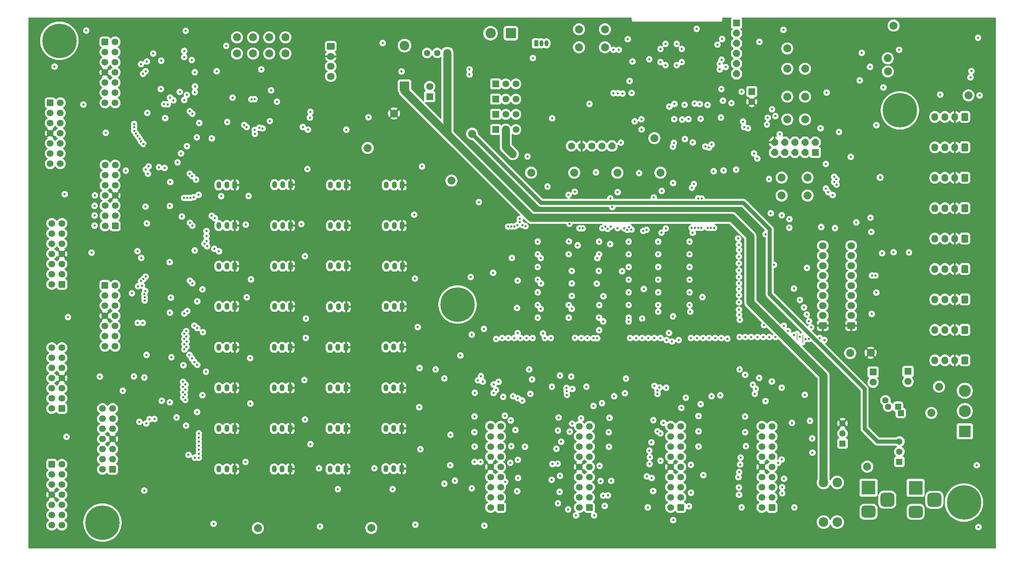
<source format=gbr>
%TF.GenerationSoftware,KiCad,Pcbnew,9.0.3*%
%TF.CreationDate,2025-09-18T23:18:23-06:00*%
%TF.ProjectId,Main Board,4d61696e-2042-46f6-9172-642e6b696361,rev?*%
%TF.SameCoordinates,Original*%
%TF.FileFunction,Copper,L3,Inr*%
%TF.FilePolarity,Positive*%
%FSLAX46Y46*%
G04 Gerber Fmt 4.6, Leading zero omitted, Abs format (unit mm)*
G04 Created by KiCad (PCBNEW 9.0.3) date 2025-09-18 23:18:23*
%MOMM*%
%LPD*%
G01*
G04 APERTURE LIST*
G04 Aperture macros list*
%AMRoundRect*
0 Rectangle with rounded corners*
0 $1 Rounding radius*
0 $2 $3 $4 $5 $6 $7 $8 $9 X,Y pos of 4 corners*
0 Add a 4 corners polygon primitive as box body*
4,1,4,$2,$3,$4,$5,$6,$7,$8,$9,$2,$3,0*
0 Add four circle primitives for the rounded corners*
1,1,$1+$1,$2,$3*
1,1,$1+$1,$4,$5*
1,1,$1+$1,$6,$7*
1,1,$1+$1,$8,$9*
0 Add four rect primitives between the rounded corners*
20,1,$1+$1,$2,$3,$4,$5,0*
20,1,$1+$1,$4,$5,$6,$7,0*
20,1,$1+$1,$6,$7,$8,$9,0*
20,1,$1+$1,$8,$9,$2,$3,0*%
%AMOutline5P*
0 Free polygon, 5 corners , with rotation*
0 The origin of the aperture is its center*
0 number of corners: always 5*
0 $1 to $10 corner X, Y*
0 $11 Rotation angle, in degrees counterclockwise*
0 create outline with 5 corners*
4,1,5,$1,$2,$3,$4,$5,$6,$7,$8,$9,$10,$1,$2,$11*%
%AMOutline6P*
0 Free polygon, 6 corners , with rotation*
0 The origin of the aperture is its center*
0 number of corners: always 6*
0 $1 to $12 corner X, Y*
0 $13 Rotation angle, in degrees counterclockwise*
0 create outline with 6 corners*
4,1,6,$1,$2,$3,$4,$5,$6,$7,$8,$9,$10,$11,$12,$1,$2,$13*%
%AMOutline7P*
0 Free polygon, 7 corners , with rotation*
0 The origin of the aperture is its center*
0 number of corners: always 7*
0 $1 to $14 corner X, Y*
0 $15 Rotation angle, in degrees counterclockwise*
0 create outline with 7 corners*
4,1,7,$1,$2,$3,$4,$5,$6,$7,$8,$9,$10,$11,$12,$13,$14,$1,$2,$15*%
%AMOutline8P*
0 Free polygon, 8 corners , with rotation*
0 The origin of the aperture is its center*
0 number of corners: always 8*
0 $1 to $16 corner X, Y*
0 $17 Rotation angle, in degrees counterclockwise*
0 create outline with 8 corners*
4,1,8,$1,$2,$3,$4,$5,$6,$7,$8,$9,$10,$11,$12,$13,$14,$15,$16,$1,$2,$17*%
G04 Aperture macros list end*
%TA.AperFunction,ComponentPad*%
%ADD10RoundRect,0.250001X0.949999X-0.949999X0.949999X0.949999X-0.949999X0.949999X-0.949999X-0.949999X0*%
%TD*%
%TA.AperFunction,ComponentPad*%
%ADD11C,2.400000*%
%TD*%
%TA.AperFunction,ComponentPad*%
%ADD12RoundRect,0.250000X0.350000X0.625000X-0.350000X0.625000X-0.350000X-0.625000X0.350000X-0.625000X0*%
%TD*%
%TA.AperFunction,ComponentPad*%
%ADD13O,1.200000X1.750000*%
%TD*%
%TA.AperFunction,ComponentPad*%
%ADD14C,2.000000*%
%TD*%
%TA.AperFunction,ComponentPad*%
%ADD15RoundRect,0.250000X0.550000X0.550000X-0.550000X0.550000X-0.550000X-0.550000X0.550000X-0.550000X0*%
%TD*%
%TA.AperFunction,ComponentPad*%
%ADD16C,1.600000*%
%TD*%
%TA.AperFunction,ComponentPad*%
%ADD17RoundRect,0.250000X0.600000X0.600000X-0.600000X0.600000X-0.600000X-0.600000X0.600000X-0.600000X0*%
%TD*%
%TA.AperFunction,ComponentPad*%
%ADD18C,1.700000*%
%TD*%
%TA.AperFunction,ComponentPad*%
%ADD19R,1.605000X1.605000*%
%TD*%
%TA.AperFunction,ComponentPad*%
%ADD20C,1.605000*%
%TD*%
%TA.AperFunction,ComponentPad*%
%ADD21R,3.000000X3.000000*%
%TD*%
%TA.AperFunction,ComponentPad*%
%ADD22C,3.000000*%
%TD*%
%TA.AperFunction,ComponentPad*%
%ADD23Outline8P,-0.889000X0.368236X-0.368236X0.889000X0.368236X0.889000X0.889000X0.368236X0.889000X-0.368236X0.368236X-0.889000X-0.368236X-0.889000X-0.889000X-0.368236X270.000000*%
%TD*%
%TA.AperFunction,ComponentPad*%
%ADD24R,1.778000X1.778000*%
%TD*%
%TA.AperFunction,ComponentPad*%
%ADD25R,1.800000X1.800000*%
%TD*%
%TA.AperFunction,ComponentPad*%
%ADD26C,1.800000*%
%TD*%
%TA.AperFunction,ComponentPad*%
%ADD27RoundRect,0.250000X0.600000X0.725000X-0.600000X0.725000X-0.600000X-0.725000X0.600000X-0.725000X0*%
%TD*%
%TA.AperFunction,ComponentPad*%
%ADD28O,1.700000X1.950000*%
%TD*%
%TA.AperFunction,ComponentPad*%
%ADD29RoundRect,0.250000X0.725000X-0.600000X0.725000X0.600000X-0.725000X0.600000X-0.725000X-0.600000X0*%
%TD*%
%TA.AperFunction,ComponentPad*%
%ADD30O,1.950000X1.700000*%
%TD*%
%TA.AperFunction,ComponentPad*%
%ADD31RoundRect,0.250000X-0.600000X-0.600000X0.600000X-0.600000X0.600000X0.600000X-0.600000X0.600000X0*%
%TD*%
%TA.AperFunction,ComponentPad*%
%ADD32R,1.700000X1.700000*%
%TD*%
%TA.AperFunction,ComponentPad*%
%ADD33R,3.500000X3.500000*%
%TD*%
%TA.AperFunction,ComponentPad*%
%ADD34RoundRect,0.750000X1.000000X-0.750000X1.000000X0.750000X-1.000000X0.750000X-1.000000X-0.750000X0*%
%TD*%
%TA.AperFunction,ComponentPad*%
%ADD35RoundRect,0.875000X0.875000X-0.875000X0.875000X0.875000X-0.875000X0.875000X-0.875000X-0.875000X0*%
%TD*%
%TA.AperFunction,ComponentPad*%
%ADD36RoundRect,0.250000X1.050000X1.050000X-1.050000X1.050000X-1.050000X-1.050000X1.050000X-1.050000X0*%
%TD*%
%TA.AperFunction,ComponentPad*%
%ADD37C,2.600000*%
%TD*%
%TA.AperFunction,ComponentPad*%
%ADD38C,8.600000*%
%TD*%
%TA.AperFunction,ComponentPad*%
%ADD39R,1.050000X1.500000*%
%TD*%
%TA.AperFunction,ComponentPad*%
%ADD40O,1.050000X1.500000*%
%TD*%
%TA.AperFunction,ComponentPad*%
%ADD41RoundRect,0.250000X-0.725000X0.600000X-0.725000X-0.600000X0.725000X-0.600000X0.725000X0.600000X0*%
%TD*%
%TA.AperFunction,ComponentPad*%
%ADD42C,1.778000*%
%TD*%
%TA.AperFunction,ComponentPad*%
%ADD43Outline8P,-0.889000X0.368236X-0.368236X0.889000X0.368236X0.889000X0.889000X0.368236X0.889000X-0.368236X0.368236X-0.889000X-0.368236X-0.889000X-0.889000X-0.368236X180.000000*%
%TD*%
%TA.AperFunction,ViaPad*%
%ADD44C,0.600000*%
%TD*%
%TA.AperFunction,ViaPad*%
%ADD45C,0.750000*%
%TD*%
%TA.AperFunction,ViaPad*%
%ADD46C,2.000000*%
%TD*%
%TA.AperFunction,Conductor*%
%ADD47C,2.000000*%
%TD*%
%TA.AperFunction,Conductor*%
%ADD48C,0.200000*%
%TD*%
%TA.AperFunction,Conductor*%
%ADD49C,1.000000*%
%TD*%
G04 APERTURE END LIST*
D10*
%TO.N,+12V*%
%TO.C,D100*%
X123900000Y-39280000D03*
D11*
%TO.N,+5V_SERVO*%
X123900000Y-29120000D03*
%TD*%
D12*
%TO.N,+3.3V*%
%TO.C,J19*%
X109315000Y-94530000D03*
D13*
%TO.N,/Analog Input Mux/SW5_0*%
X107315000Y-94530000D03*
%TO.N,GND*%
X105315000Y-94530000D03*
%TD*%
D12*
%TO.N,+3.3V*%
%TO.C,J16*%
X123285000Y-74210000D03*
D13*
%TO.N,/Analog Input Mux/SW3_0*%
X121285000Y-74210000D03*
%TO.N,GND*%
X119285000Y-74210000D03*
%TD*%
D12*
%TO.N,+3.3V*%
%TO.C,J23*%
X81375000Y-94445000D03*
D13*
%TO.N,/Analog Input Mux/SW9_0*%
X79375000Y-94445000D03*
%TO.N,GND*%
X77375000Y-94445000D03*
%TD*%
D14*
%TO.N,unconnected-(TP14-Pad1)*%
%TO.C,TP14*%
X186436000Y-52324000D03*
%TD*%
%TO.N,unconnected-(TP9-Pad1)*%
%TO.C,TP9*%
X219710000Y-41910000D03*
%TD*%
D12*
%TO.N,+3.3V*%
%TO.C,J40*%
X109220000Y-125010000D03*
D13*
%TO.N,/Analog Input Mux/SW4_1*%
X107220000Y-125010000D03*
%TO.N,GND*%
X105220000Y-125010000D03*
%TD*%
D12*
%TO.N,+3.3V*%
%TO.C,J38*%
X109220000Y-135170000D03*
D13*
%TO.N,/Analog Input Mux/SW6_1*%
X107220000Y-135170000D03*
%TO.N,GND*%
X105220000Y-135170000D03*
%TD*%
D14*
%TO.N,GND*%
%TO.C,TP27*%
X235458000Y-106146600D03*
%TD*%
D15*
%TO.N,+5V_NEOPIXEL*%
%TO.C,C80*%
X248143137Y-121157800D03*
X247472200Y-119557800D03*
D16*
%TO.N,GND*%
X244972200Y-119557800D03*
X244301263Y-117957800D03*
%TD*%
D14*
%TO.N,Net-(U1-EN)*%
%TO.C,SW2*%
X167565000Y-25055000D03*
X174065000Y-25055000D03*
%TO.N,GND*%
X167565000Y-29555000D03*
X174065000Y-29555000D03*
%TD*%
D17*
%TO.N,Net-(D33-A1)*%
%TO.C,J47*%
X170180000Y-144780000D03*
D18*
%TO.N,Net-(D37-A1)*%
X167640000Y-144780000D03*
%TO.N,Net-(D41-A1)*%
X170180000Y-142240000D03*
%TO.N,Net-(D45-A1)*%
X167640000Y-142240000D03*
%TO.N,Net-(D49-A1)*%
X170180000Y-139700000D03*
%TO.N,Net-(D53-A1)*%
X167640000Y-139700000D03*
%TO.N,Net-(D57-A1)*%
X170180000Y-137160000D03*
%TO.N,Net-(D61-A1)*%
X167640000Y-137160000D03*
%TO.N,GND*%
X170180000Y-134620000D03*
%TO.N,+3.3V*%
X167640000Y-134620000D03*
%TO.N,Net-(D62-A1)*%
X170180000Y-132080000D03*
%TO.N,Net-(D58-A1)*%
X167640000Y-132080000D03*
%TO.N,Net-(D54-A1)*%
X170180000Y-129540000D03*
%TO.N,Net-(D50-A1)*%
X167640000Y-129540000D03*
%TO.N,Net-(D46-A1)*%
X170180000Y-127000000D03*
%TO.N,Net-(D42-A1)*%
X167640000Y-127000000D03*
%TO.N,Net-(D38-A1)*%
X170180000Y-124460000D03*
%TO.N,Net-(D34-A1)*%
X167640000Y-124460000D03*
%TD*%
D14*
%TO.N,unconnected-(J110-DAT1-Pad8)*%
%TO.C,TP15*%
X244906800Y-35610800D03*
%TD*%
D12*
%TO.N,+3.3V*%
%TO.C,J32*%
X95250000Y-114850000D03*
D13*
%TO.N,/Analog Input Mux/SW12_1*%
X93250000Y-114850000D03*
%TO.N,GND*%
X91250000Y-114850000D03*
%TD*%
D14*
%TO.N,Net-(U2-CHANNELIN{slash}OUT8)*%
%TO.C,TP1*%
X94065000Y-31115000D03*
%TD*%
D19*
%TO.N,+12V*%
%TO.C,PS1*%
X134620000Y-30985000D03*
D20*
%TO.N,GND*%
X132080000Y-30985000D03*
%TO.N,+5V_SERVO*%
X129540000Y-30985000D03*
%TD*%
D12*
%TO.N,+3.3V*%
%TO.C,J33*%
X81375000Y-125010000D03*
D13*
%TO.N,/Analog Input Mux/SW11_1*%
X79375000Y-125010000D03*
%TO.N,GND*%
X77375000Y-125010000D03*
%TD*%
D14*
%TO.N,unconnected-(TP20-Pad1)*%
%TO.C,TP20*%
X224155000Y-47625000D03*
%TD*%
D21*
%TO.N,+5V_NEOPIXEL*%
%TO.C,J88*%
X264160000Y-125730000D03*
D22*
%TO.N,Net-(J88-Pin_2)*%
X264160000Y-120650000D03*
%TO.N,GND*%
X264160000Y-115570000D03*
%TD*%
D12*
%TO.N,+3.3V*%
%TO.C,J34*%
X95250000Y-125010000D03*
D13*
%TO.N,/Analog Input Mux/SW10_1*%
X93250000Y-125010000D03*
%TO.N,GND*%
X91250000Y-125010000D03*
%TD*%
D23*
%TO.N,/CTS*%
%TO.C,J1*%
X207010000Y-26035000D03*
D24*
%TO.N,GND*%
X207010000Y-23495000D03*
D23*
%TO.N,/RTS*%
X207010000Y-36195000D03*
%TO.N,/RXD*%
X207010000Y-33655000D03*
%TO.N,/TXD*%
X207010000Y-31115000D03*
%TO.N,Net-(J45-Pin_1)*%
X207010000Y-28575000D03*
%TD*%
D14*
%TO.N,Net-(U2-CHANNELIN{slash}OUT12)*%
%TO.C,TP5*%
X85965000Y-31115000D03*
%TD*%
%TO.N,unconnected-(TP13-Pad1)*%
%TO.C,TP13*%
X224155000Y-41910000D03*
%TD*%
D12*
%TO.N,+3.3V*%
%TO.C,J25*%
X81375000Y-64050000D03*
D13*
%TO.N,/Analog Input Mux/SW15_0*%
X79375000Y-64050000D03*
%TO.N,GND*%
X77375000Y-64050000D03*
%TD*%
D25*
%TO.N,GND*%
%TO.C,D97*%
X249936000Y-110713600D03*
D26*
%TO.N,Net-(D97-A)*%
X249936000Y-113253600D03*
%TD*%
D25*
%TO.N,GND*%
%TO.C,D98*%
X130175000Y-41915000D03*
D26*
%TO.N,Net-(D98-A)*%
X130175000Y-39375000D03*
%TD*%
D14*
%TO.N,Net-(U11-~{INT})*%
%TO.C,TP22*%
X155575000Y-60960000D03*
%TD*%
D27*
%TO.N,GND*%
%TO.C,J95*%
X264160000Y-107950000D03*
D28*
%TO.N,+3.3V*%
X261660000Y-107950000D03*
%TO.N,/I2C_SDA_H*%
X259160000Y-107950000D03*
%TO.N,/I2C_SCK_H*%
X256660000Y-107950000D03*
%TD*%
D27*
%TO.N,GND*%
%TO.C,J85*%
X264160000Y-69850000D03*
D28*
%TO.N,+3.3V*%
X261660000Y-69850000D03*
%TO.N,/I2C_SDA_C*%
X259160000Y-69850000D03*
%TO.N,/I2C_SCK_C*%
X256660000Y-69850000D03*
%TD*%
D29*
%TO.N,+3.3V*%
%TO.C,J98*%
X235712000Y-99248000D03*
D30*
%TO.N,GND*%
X235712000Y-96748000D03*
%TO.N,/LCD_CS_B*%
X235712000Y-94248000D03*
%TO.N,/LCD_RESET*%
X235712000Y-91748000D03*
%TO.N,/LCD_DC*%
X235712000Y-89248000D03*
%TO.N,/SPI_MOSI*%
X235712000Y-86748000D03*
%TO.N,/SPI_SCK*%
X235712000Y-84248000D03*
%TO.N,/LCD_BRIGHTNESS*%
X235712000Y-81748000D03*
%TO.N,/DISP_2_MISO*%
X235712000Y-79248000D03*
%TD*%
D14*
%TO.N,GND*%
%TO.C,TP28*%
X115570000Y-149910800D03*
%TD*%
%TO.N,Net-(U2-CHANNELIN{slash}OUT10)*%
%TO.C,TP3*%
X90015000Y-31115000D03*
%TD*%
D25*
%TO.N,GND*%
%TO.C,D99*%
X241198400Y-110891400D03*
D26*
%TO.N,Net-(D99-A)*%
X241198400Y-113431400D03*
%TD*%
D12*
%TO.N,+3.3V*%
%TO.C,J15*%
X109315000Y-74210000D03*
D13*
%TO.N,/Analog Input Mux/SW2_0*%
X107315000Y-74210000D03*
%TO.N,GND*%
X105315000Y-74210000D03*
%TD*%
D31*
%TO.N,Net-(J12-Pin_1)*%
%TO.C,J12*%
X35560000Y-133985000D03*
D18*
%TO.N,Net-(J12-Pin_2)*%
X38100000Y-133985000D03*
%TO.N,Net-(J12-Pin_3)*%
X35560000Y-136525000D03*
%TO.N,Net-(J12-Pin_4)*%
X38100000Y-136525000D03*
%TO.N,Net-(J12-Pin_5)*%
X35560000Y-139065000D03*
%TO.N,Net-(J12-Pin_6)*%
X38100000Y-139065000D03*
%TO.N,+3.3V*%
X35560000Y-141605000D03*
%TO.N,GND*%
X38100000Y-141605000D03*
%TO.N,Net-(J12-Pin_9)*%
X35560000Y-144145000D03*
%TO.N,Net-(J12-Pin_10)*%
X38100000Y-144145000D03*
%TO.N,Net-(J12-Pin_11)*%
X35560000Y-146685000D03*
%TO.N,Net-(J12-Pin_12)*%
X38100000Y-146685000D03*
%TO.N,Net-(J12-Pin_13)*%
X35560000Y-149225000D03*
%TO.N,Net-(J12-Pin_14)*%
X38100000Y-149225000D03*
%TD*%
D14*
%TO.N,Net-(U23-~{INT})*%
%TO.C,TP21*%
X187960000Y-60960000D03*
%TD*%
D12*
%TO.N,+3.3V*%
%TO.C,J31*%
X81375000Y-114850000D03*
D13*
%TO.N,/Analog Input Mux/SW13_1*%
X79375000Y-114850000D03*
%TO.N,GND*%
X77375000Y-114850000D03*
%TD*%
D14*
%TO.N,+12V*%
%TO.C,TP31*%
X239725200Y-134569200D03*
%TD*%
%TO.N,unconnected-(J110-CD1-Pad9)*%
%TO.C,TP17*%
X244856000Y-32308800D03*
%TD*%
D32*
%TO.N,GND*%
%TO.C,J89*%
X146685000Y-46355000D03*
D18*
%TO.N,+5V_SERVO*%
X149225000Y-46355000D03*
%TO.N,Net-(J89-Pin_3)*%
X151765000Y-46355000D03*
%TD*%
D29*
%TO.N,+3.3V*%
%TO.C,J97*%
X228600000Y-99248000D03*
D30*
%TO.N,GND*%
X228600000Y-96748000D03*
%TO.N,/LCD_CS_A*%
X228600000Y-94248000D03*
%TO.N,/LCD_RESET*%
X228600000Y-91748000D03*
%TO.N,/LCD_DC*%
X228600000Y-89248000D03*
%TO.N,/SPI_MOSI*%
X228600000Y-86748000D03*
%TO.N,/SPI_SCK*%
X228600000Y-84248000D03*
%TO.N,/LCD_BRIGHTNESS*%
X228600000Y-81748000D03*
%TO.N,/DISP_1_MISO*%
X228600000Y-79248000D03*
%TD*%
D32*
%TO.N,GND*%
%TO.C,J90*%
X146685000Y-50165000D03*
D18*
%TO.N,+5V_SERVO*%
X149225000Y-50165000D03*
%TO.N,Net-(J90-Pin_3)*%
X151765000Y-50165000D03*
%TD*%
D14*
%TO.N,Net-(U2-CHANNELIN{slash}OUT13)*%
%TO.C,TP6*%
X85965000Y-27065000D03*
%TD*%
D33*
%TO.N,Net-(F1-Pad1)*%
%TO.C,J99*%
X240037700Y-139846800D03*
D34*
%TO.N,GND*%
X240037700Y-145846800D03*
D35*
X244737700Y-142846800D03*
%TD*%
D12*
%TO.N,+3.3V*%
%TO.C,J37*%
X123190000Y-135085000D03*
D13*
%TO.N,/Analog Input Mux/SW7_1*%
X121190000Y-135085000D03*
%TO.N,GND*%
X119190000Y-135085000D03*
%TD*%
D14*
%TO.N,Net-(U1-IO0)*%
%TO.C,SW1*%
X218290000Y-62175000D03*
X224790000Y-62175000D03*
%TO.N,GND*%
X218290000Y-66675000D03*
X224790000Y-66675000D03*
%TD*%
%TO.N,Net-(U1-IO42)*%
%TO.C,TP12*%
X219710000Y-29845000D03*
%TD*%
%TO.N,Net-(U2-CHANNELIN{slash}OUT14)*%
%TO.C,TP7*%
X81915000Y-31115000D03*
%TD*%
D17*
%TO.N,Net-(D1-A1)*%
%TO.C,J103*%
X215900000Y-144780000D03*
D18*
%TO.N,Net-(D2-A1)*%
X213360000Y-144780000D03*
%TO.N,Net-(D3-A1)*%
X215900000Y-142240000D03*
%TO.N,Net-(D4-A1)*%
X213360000Y-142240000D03*
%TO.N,Net-(D5-A1)*%
X215900000Y-139700000D03*
%TO.N,Net-(D6-A1)*%
X213360000Y-139700000D03*
%TO.N,Net-(D7-A1)*%
X215900000Y-137160000D03*
%TO.N,Net-(D8-A1)*%
X213360000Y-137160000D03*
%TO.N,GND*%
X215900000Y-134620000D03*
%TO.N,+3.3V*%
X213360000Y-134620000D03*
%TO.N,Net-(D16-A1)*%
X215900000Y-132080000D03*
%TO.N,Net-(D15-A1)*%
X213360000Y-132080000D03*
%TO.N,Net-(D14-A1)*%
X215900000Y-129540000D03*
%TO.N,Net-(D13-A1)*%
X213360000Y-129540000D03*
%TO.N,Net-(D12-A1)*%
X215900000Y-127000000D03*
%TO.N,Net-(D11-A1)*%
X213360000Y-127000000D03*
%TO.N,Net-(D10-A1)*%
X215900000Y-124460000D03*
%TO.N,Net-(D9-A1)*%
X213360000Y-124460000D03*
%TD*%
D12*
%TO.N,+3.3V*%
%TO.C,J41*%
X123190000Y-114850000D03*
D13*
%TO.N,/Analog Input Mux/SW3_1*%
X121190000Y-114850000D03*
%TO.N,GND*%
X119190000Y-114850000D03*
%TD*%
D12*
%TO.N,+3.3V*%
%TO.C,J24*%
X95345000Y-94445000D03*
D13*
%TO.N,/Analog Input Mux/SW8_0*%
X93345000Y-94445000D03*
%TO.N,GND*%
X91345000Y-94445000D03*
%TD*%
D32*
%TO.N,Net-(J45-Pin_1)*%
%TO.C,J45*%
X210820000Y-40635000D03*
D18*
%TO.N,+3.3V*%
X210820000Y-43175000D03*
%TD*%
D36*
%TO.N,Net-(J102-Pin_1)*%
%TO.C,J102*%
X150495000Y-26035000D03*
D37*
%TO.N,+5V_NEOPIXEL*%
X145415000Y-26035000D03*
%TD*%
D12*
%TO.N,+3.3V*%
%TO.C,J17*%
X109315000Y-84285000D03*
D13*
%TO.N,/Analog Input Mux/SW7_0*%
X107315000Y-84285000D03*
%TO.N,GND*%
X105315000Y-84285000D03*
%TD*%
D27*
%TO.N,GND*%
%TO.C,J87*%
X264160000Y-85090000D03*
D28*
%TO.N,+3.3V*%
X261660000Y-85090000D03*
%TO.N,/I2C_SDA_E*%
X259160000Y-85090000D03*
%TO.N,/I2C_SCK_E*%
X256660000Y-85090000D03*
%TD*%
D33*
%TO.N,+5V_NEOPIXEL*%
%TO.C,J49*%
X251841000Y-139877800D03*
D34*
%TO.N,GND*%
X251841000Y-145877800D03*
D35*
X256541000Y-142877800D03*
%TD*%
D14*
%TO.N,GND*%
%TO.C,TP26*%
X114655600Y-54762400D03*
%TD*%
D27*
%TO.N,GND*%
%TO.C,J94*%
X264160000Y-100330000D03*
D28*
%TO.N,+3.3V*%
X261660000Y-100330000D03*
%TO.N,/I2C_SDA_G*%
X259160000Y-100330000D03*
%TO.N,/I2C_SCK_G*%
X256660000Y-100330000D03*
%TD*%
D12*
%TO.N,+3.3V*%
%TO.C,J22*%
X95345000Y-84370000D03*
D13*
%TO.N,/Analog Input Mux/SW10_0*%
X93345000Y-84370000D03*
%TO.N,GND*%
X91345000Y-84370000D03*
%TD*%
D14*
%TO.N,Net-(U2-CHANNELIN{slash}OUT11)*%
%TO.C,TP4*%
X90015000Y-27065000D03*
%TD*%
%TO.N,unconnected-(TP10-Pad1)*%
%TO.C,TP10*%
X224155000Y-34925000D03*
%TD*%
D27*
%TO.N,GND*%
%TO.C,J4*%
X264160000Y-62230000D03*
D28*
%TO.N,+3.3V*%
X261660000Y-62230000D03*
%TO.N,/I2C_SDA_B*%
X259160000Y-62230000D03*
%TO.N,/I2C_SCK_B*%
X256660000Y-62230000D03*
%TD*%
D27*
%TO.N,GND*%
%TO.C,J2*%
X264160000Y-46990000D03*
D28*
%TO.N,+3.3V*%
X261660000Y-46990000D03*
%TO.N,/I2C_SDA_MAIN*%
X259160000Y-46990000D03*
%TO.N,/I2C_SCK_MAIN*%
X256660000Y-46990000D03*
%TD*%
D14*
%TO.N,GND*%
%TO.C,TP29*%
X87172800Y-149961600D03*
%TD*%
D17*
%TO.N,Net-(J10-Pin_1)*%
%TO.C,J10*%
X38100000Y-120015000D03*
D18*
%TO.N,Net-(J10-Pin_2)*%
X35560000Y-120015000D03*
%TO.N,Net-(J10-Pin_3)*%
X38100000Y-117475000D03*
%TO.N,Net-(J10-Pin_4)*%
X35560000Y-117475000D03*
%TO.N,Net-(J10-Pin_5)*%
X38100000Y-114935000D03*
%TO.N,Net-(J10-Pin_6)*%
X35560000Y-114935000D03*
%TO.N,+3.3V*%
X38100000Y-112395000D03*
%TO.N,GND*%
X35560000Y-112395000D03*
%TO.N,Net-(J10-Pin_9)*%
X38100000Y-109855000D03*
%TO.N,Net-(J10-Pin_10)*%
X35560000Y-109855000D03*
%TO.N,Net-(J10-Pin_11)*%
X38100000Y-107315000D03*
%TO.N,Net-(J10-Pin_12)*%
X35560000Y-107315000D03*
%TO.N,Net-(J10-Pin_13)*%
X38100000Y-104775000D03*
%TO.N,Net-(J10-Pin_14)*%
X35560000Y-104775000D03*
%TD*%
D14*
%TO.N,unconnected-(J110-DAT2-Pad1)*%
%TO.C,TP16*%
X246329200Y-24130000D03*
%TD*%
D38*
%TO.N,Net-(H4-Pad1)*%
%TO.C,H4*%
X247904000Y-45339000D03*
%TD*%
D17*
%TO.N,Net-(J11-Pin_1)*%
%TO.C,J11*%
X50800000Y-135255000D03*
D18*
%TO.N,Net-(J11-Pin_2)*%
X48260000Y-135255000D03*
%TO.N,Net-(J11-Pin_3)*%
X50800000Y-132715000D03*
%TO.N,Net-(J11-Pin_4)*%
X48260000Y-132715000D03*
%TO.N,Net-(J11-Pin_5)*%
X50800000Y-130175000D03*
%TO.N,Net-(J11-Pin_6)*%
X48260000Y-130175000D03*
%TO.N,+3.3V*%
X50800000Y-127635000D03*
%TO.N,GND*%
X48260000Y-127635000D03*
%TO.N,Net-(J11-Pin_9)*%
X50800000Y-125095000D03*
%TO.N,Net-(J11-Pin_10)*%
X48260000Y-125095000D03*
%TO.N,Net-(J11-Pin_11)*%
X50800000Y-122555000D03*
%TO.N,Net-(J11-Pin_12)*%
X48260000Y-122555000D03*
%TO.N,Net-(J11-Pin_13)*%
X50800000Y-120015000D03*
%TO.N,Net-(J11-Pin_14)*%
X48260000Y-120015000D03*
%TD*%
D12*
%TO.N,+3.3V*%
%TO.C,J44*%
X109220000Y-104690000D03*
D13*
%TO.N,/Analog Input Mux/SW0_1*%
X107220000Y-104690000D03*
%TO.N,GND*%
X105220000Y-104690000D03*
%TD*%
D12*
%TO.N,+3.3V*%
%TO.C,J43*%
X123190000Y-104605000D03*
D13*
%TO.N,/Analog Input Mux/SW1_1*%
X121190000Y-104605000D03*
%TO.N,GND*%
X119190000Y-104605000D03*
%TD*%
D12*
%TO.N,+3.3V*%
%TO.C,J13*%
X109315000Y-64050000D03*
D13*
%TO.N,/Analog Input Mux/SW0_0*%
X107315000Y-64050000D03*
%TO.N,GND*%
X105315000Y-64050000D03*
%TD*%
D31*
%TO.N,Net-(J5-Pin_1)*%
%TO.C,J5*%
X48885000Y-28220000D03*
D18*
%TO.N,Net-(J5-Pin_2)*%
X51425000Y-28220000D03*
%TO.N,Net-(J5-Pin_3)*%
X48885000Y-30760000D03*
%TO.N,Net-(J5-Pin_4)*%
X51425000Y-30760000D03*
%TO.N,Net-(J5-Pin_5)*%
X48885000Y-33300000D03*
%TO.N,Net-(J5-Pin_6)*%
X51425000Y-33300000D03*
%TO.N,+3.3V*%
X48885000Y-35840000D03*
%TO.N,GND*%
X51425000Y-35840000D03*
%TO.N,Net-(J5-Pin_9)*%
X48885000Y-38380000D03*
%TO.N,Net-(J5-Pin_10)*%
X51425000Y-38380000D03*
%TO.N,Net-(J5-Pin_11)*%
X48885000Y-40920000D03*
%TO.N,Net-(J5-Pin_12)*%
X51425000Y-40920000D03*
%TO.N,Net-(J5-Pin_13)*%
X48885000Y-43460000D03*
%TO.N,Net-(J5-Pin_14)*%
X51425000Y-43460000D03*
%TD*%
D14*
%TO.N,unconnected-(J110-CD2-Pad10)*%
%TO.C,TP18*%
X265074400Y-41605200D03*
%TD*%
D19*
%TO.N,+12V*%
%TO.C,PS3*%
X247775000Y-133350000D03*
D20*
%TO.N,GND*%
X247775000Y-130810000D03*
%TO.N,+5V_NEOPIXEL*%
X247775000Y-128270000D03*
%TD*%
D11*
%TO.N,Net-(F1-Pad1)*%
%TO.C,F1*%
X228805000Y-148470000D03*
%TO.N,+12V*%
X228805000Y-138550000D03*
%TO.N,Net-(F1-Pad1)*%
X232205000Y-148470000D03*
%TO.N,+12V*%
X232205000Y-138550000D03*
%TD*%
D38*
%TO.N,Net-(H3-Pad1)*%
%TO.C,H3*%
X263956800Y-143560800D03*
%TD*%
D14*
%TO.N,GND*%
%TO.C,TP30*%
X257708400Y-114554000D03*
%TD*%
D39*
%TO.N,Net-(J102-Pin_1)*%
%TO.C,Q2*%
X156845000Y-28575000D03*
D40*
%TO.N,Net-(Q2-B)*%
X158115000Y-28575000D03*
%TO.N,GND*%
X159385000Y-28575000D03*
%TD*%
D38*
%TO.N,Net-(H2-Pad1)*%
%TO.C,H2*%
X48260000Y-148590000D03*
%TD*%
D12*
%TO.N,+3.3V*%
%TO.C,J35*%
X81375000Y-135170000D03*
D13*
%TO.N,/Analog Input Mux/SW9_1*%
X79375000Y-135170000D03*
%TO.N,GND*%
X77375000Y-135170000D03*
%TD*%
D19*
%TO.N,+12V*%
%TO.C,PS2*%
X233551000Y-128778000D03*
D20*
%TO.N,GND*%
X233551000Y-126238000D03*
%TO.N,+3.3V*%
X233551000Y-123698000D03*
%TD*%
D12*
%TO.N,+3.3V*%
%TO.C,J28*%
X81375000Y-74210000D03*
D13*
%TO.N,/Analog Input Mux/SW12_0*%
X79375000Y-74210000D03*
%TO.N,GND*%
X77375000Y-74210000D03*
%TD*%
D27*
%TO.N,GND*%
%TO.C,J86*%
X264160000Y-77470000D03*
D28*
%TO.N,+3.3V*%
X261660000Y-77470000D03*
%TO.N,/I2C_SDA_D*%
X259160000Y-77470000D03*
%TO.N,/I2C_SCK_D*%
X256660000Y-77470000D03*
%TD*%
D27*
%TO.N,GND*%
%TO.C,J3*%
X264160000Y-54610000D03*
D28*
%TO.N,+3.3V*%
X261660000Y-54610000D03*
%TO.N,/I2C_SDA_A*%
X259160000Y-54610000D03*
%TO.N,/I2C_SCK_A*%
X256660000Y-54610000D03*
%TD*%
D12*
%TO.N,+3.3V*%
%TO.C,J36*%
X95250000Y-135170000D03*
D13*
%TO.N,/Analog Input Mux/SW8_1*%
X93250000Y-135170000D03*
%TO.N,GND*%
X91250000Y-135170000D03*
%TD*%
D31*
%TO.N,Net-(J9-Pin_1)*%
%TO.C,J9*%
X48885000Y-89180000D03*
D18*
%TO.N,Net-(J9-Pin_2)*%
X51425000Y-89180000D03*
%TO.N,Net-(J9-Pin_3)*%
X48885000Y-91720000D03*
%TO.N,Net-(J9-Pin_4)*%
X51425000Y-91720000D03*
%TO.N,Net-(J9-Pin_5)*%
X48885000Y-94260000D03*
%TO.N,Net-(J9-Pin_6)*%
X51425000Y-94260000D03*
%TO.N,+3.3V*%
X48885000Y-96800000D03*
%TO.N,GND*%
X51425000Y-96800000D03*
%TO.N,Net-(J9-Pin_9)*%
X48885000Y-99340000D03*
%TO.N,Net-(J9-Pin_10)*%
X51425000Y-99340000D03*
%TO.N,Net-(J9-Pin_11)*%
X48885000Y-101880000D03*
%TO.N,Net-(J9-Pin_12)*%
X51425000Y-101880000D03*
%TO.N,Net-(J9-Pin_13)*%
X48885000Y-104420000D03*
%TO.N,Net-(J9-Pin_14)*%
X51425000Y-104420000D03*
%TD*%
D38*
%TO.N,Net-(H1-Pad1)*%
%TO.C,H1*%
X37465000Y-27940000D03*
%TD*%
D12*
%TO.N,+3.3V*%
%TO.C,J42*%
X109220000Y-114850000D03*
D13*
%TO.N,/Analog Input Mux/SW2_1*%
X107220000Y-114850000D03*
%TO.N,GND*%
X105220000Y-114850000D03*
%TD*%
D31*
%TO.N,Net-(J6-Pin_1)*%
%TO.C,J6*%
X35175000Y-43460000D03*
D18*
%TO.N,Net-(J6-Pin_2)*%
X37715000Y-43460000D03*
%TO.N,Net-(J6-Pin_3)*%
X35175000Y-46000000D03*
%TO.N,Net-(J6-Pin_4)*%
X37715000Y-46000000D03*
%TO.N,Net-(J6-Pin_5)*%
X35175000Y-48540000D03*
%TO.N,Net-(J6-Pin_6)*%
X37715000Y-48540000D03*
%TO.N,+3.3V*%
X35175000Y-51080000D03*
%TO.N,GND*%
X37715000Y-51080000D03*
%TO.N,Net-(J6-Pin_9)*%
X35175000Y-53620000D03*
%TO.N,Net-(J6-Pin_10)*%
X37715000Y-53620000D03*
%TO.N,Net-(J6-Pin_11)*%
X35175000Y-56160000D03*
%TO.N,Net-(J6-Pin_12)*%
X37715000Y-56160000D03*
%TO.N,Net-(J6-Pin_13)*%
X35175000Y-58700000D03*
%TO.N,Net-(J6-Pin_14)*%
X37715000Y-58700000D03*
%TD*%
D27*
%TO.N,GND*%
%TO.C,J93*%
X264160000Y-92710000D03*
D28*
%TO.N,+3.3V*%
X261660000Y-92710000D03*
%TO.N,/I2C_SDA_F*%
X259160000Y-92710000D03*
%TO.N,/I2C_SCK_F*%
X256660000Y-92710000D03*
%TD*%
D14*
%TO.N,+3.3V*%
%TO.C,TP33*%
X240588800Y-106045000D03*
%TD*%
D12*
%TO.N,+3.3V*%
%TO.C,J14*%
X123285000Y-64050000D03*
D13*
%TO.N,/Analog Input Mux/SW1_0*%
X121285000Y-64050000D03*
%TO.N,GND*%
X119285000Y-64050000D03*
%TD*%
D14*
%TO.N,Net-(U2-CHANNELIN{slash}OUT15)*%
%TO.C,TP8*%
X81915000Y-27065000D03*
%TD*%
D12*
%TO.N,+3.3V*%
%TO.C,J26*%
X95345000Y-63965000D03*
D13*
%TO.N,/Analog Input Mux/SW14_0*%
X93345000Y-63965000D03*
%TO.N,GND*%
X91345000Y-63965000D03*
%TD*%
D17*
%TO.N,Net-(D35-A1)*%
%TO.C,J48*%
X193040000Y-144780000D03*
D18*
%TO.N,Net-(D39-A1)*%
X190500000Y-144780000D03*
%TO.N,Net-(D43-A1)*%
X193040000Y-142240000D03*
%TO.N,Net-(D47-A1)*%
X190500000Y-142240000D03*
%TO.N,Net-(D51-A1)*%
X193040000Y-139700000D03*
%TO.N,Net-(D55-A1)*%
X190500000Y-139700000D03*
%TO.N,Net-(D59-A1)*%
X193040000Y-137160000D03*
%TO.N,Net-(D63-A1)*%
X190500000Y-137160000D03*
%TO.N,GND*%
X193040000Y-134620000D03*
%TO.N,+3.3V*%
X190500000Y-134620000D03*
%TO.N,Net-(D64-A1)*%
X193040000Y-132080000D03*
%TO.N,Net-(D60-A1)*%
X190500000Y-132080000D03*
%TO.N,Net-(D56-A1)*%
X193040000Y-129540000D03*
%TO.N,Net-(D52-A1)*%
X190500000Y-129540000D03*
%TO.N,Net-(D48-A1)*%
X193040000Y-127000000D03*
%TO.N,Net-(D44-A1)*%
X190500000Y-127000000D03*
%TO.N,Net-(D40-A1)*%
X193040000Y-124460000D03*
%TO.N,Net-(D36-A1)*%
X190500000Y-124460000D03*
%TD*%
D41*
%TO.N,GND*%
%TO.C,J96*%
X105410000Y-29330000D03*
D30*
%TO.N,+3.3V*%
X105410000Y-31830000D03*
%TO.N,/TXD_ALT*%
X105410000Y-34330000D03*
%TO.N,/RXD_ALT*%
X105410000Y-36830000D03*
%TD*%
D14*
%TO.N,+5V_NEOPIXEL*%
%TO.C,TP32*%
X255778000Y-121107200D03*
%TD*%
D12*
%TO.N,+3.3V*%
%TO.C,J18*%
X123380000Y-84370000D03*
D13*
%TO.N,/Analog Input Mux/SW6_0*%
X121380000Y-84370000D03*
%TO.N,GND*%
X119380000Y-84370000D03*
%TD*%
D17*
%TO.N,Net-(J7-Pin_1)*%
%TO.C,J7*%
X51435000Y-74295000D03*
D18*
%TO.N,Net-(J7-Pin_2)*%
X48895000Y-74295000D03*
%TO.N,Net-(J7-Pin_3)*%
X51435000Y-71755000D03*
%TO.N,Net-(J7-Pin_4)*%
X48895000Y-71755000D03*
%TO.N,Net-(J7-Pin_5)*%
X51435000Y-69215000D03*
%TO.N,Net-(J7-Pin_6)*%
X48895000Y-69215000D03*
%TO.N,+3.3V*%
X51435000Y-66675000D03*
%TO.N,GND*%
X48895000Y-66675000D03*
%TO.N,Net-(J7-Pin_9)*%
X51435000Y-64135000D03*
%TO.N,Net-(J7-Pin_10)*%
X48895000Y-64135000D03*
%TO.N,Net-(J7-Pin_11)*%
X51435000Y-61595000D03*
%TO.N,Net-(J7-Pin_12)*%
X48895000Y-61595000D03*
%TO.N,Net-(J7-Pin_13)*%
X51435000Y-59055000D03*
%TO.N,Net-(J7-Pin_14)*%
X48895000Y-59055000D03*
%TD*%
D12*
%TO.N,+3.3V*%
%TO.C,J20*%
X123285000Y-94445000D03*
D13*
%TO.N,/Analog Input Mux/SW4_0*%
X121285000Y-94445000D03*
%TO.N,GND*%
X119285000Y-94445000D03*
%TD*%
D12*
%TO.N,+3.3V*%
%TO.C,J39*%
X123190000Y-125010000D03*
D13*
%TO.N,/Analog Input Mux/SW5_1*%
X121190000Y-125010000D03*
%TO.N,GND*%
X119190000Y-125010000D03*
%TD*%
D32*
%TO.N,GND*%
%TO.C,J91*%
X146685000Y-38735000D03*
D18*
%TO.N,+5V_SERVO*%
X149225000Y-38735000D03*
%TO.N,Net-(J91-Pin_3)*%
X151765000Y-38735000D03*
%TD*%
D17*
%TO.N,Net-(J8-Pin_1)*%
%TO.C,J8*%
X38100000Y-88900000D03*
D18*
%TO.N,Net-(J8-Pin_2)*%
X35560000Y-88900000D03*
%TO.N,Net-(J8-Pin_3)*%
X38100000Y-86360000D03*
%TO.N,Net-(J8-Pin_4)*%
X35560000Y-86360000D03*
%TO.N,Net-(J8-Pin_5)*%
X38100000Y-83820000D03*
%TO.N,Net-(J8-Pin_6)*%
X35560000Y-83820000D03*
%TO.N,+3.3V*%
X38100000Y-81280000D03*
%TO.N,GND*%
X35560000Y-81280000D03*
%TO.N,Net-(J8-Pin_9)*%
X38100000Y-78740000D03*
%TO.N,Net-(J8-Pin_10)*%
X35560000Y-78740000D03*
%TO.N,Net-(J8-Pin_11)*%
X38100000Y-76200000D03*
%TO.N,Net-(J8-Pin_12)*%
X35560000Y-76200000D03*
%TO.N,Net-(J8-Pin_13)*%
X38100000Y-73660000D03*
%TO.N,Net-(J8-Pin_14)*%
X35560000Y-73660000D03*
%TD*%
D42*
%TO.N,+3.3V*%
%TO.C,J111*%
X168198800Y-54254400D03*
D43*
%TO.N,/Rotary_ENC_A*%
X175818800Y-54254400D03*
D42*
%TO.N,/Rotary_ENC_B*%
X173278800Y-54254400D03*
%TO.N,GND*%
X165658800Y-54254400D03*
%TO.N,/Rotary_ENC_SW*%
X170738800Y-54254400D03*
%TD*%
D43*
%TO.N,+3.3V*%
%TO.C,U22*%
X216535000Y-53340000D03*
%TO.N,unconnected-(TP19-Pad1)*%
X216535000Y-55880000D03*
D24*
%TO.N,GND*%
X226695000Y-55880000D03*
D43*
X219075000Y-55880000D03*
%TO.N,unconnected-(TP20-Pad1)*%
X224155000Y-55880000D03*
%TO.N,/ETH_MISO*%
X219075000Y-53340000D03*
%TO.N,/SPI_MOSI*%
X221615000Y-53340000D03*
%TO.N,/ETH_RST*%
X221615000Y-55880000D03*
%TO.N,/SPI_SCK*%
X226695000Y-53340000D03*
%TO.N,/ETH_CS*%
X224155000Y-53340000D03*
%TD*%
D14*
%TO.N,Net-(U12-~{INT})*%
%TO.C,TP23*%
X166370000Y-60960000D03*
%TD*%
%TO.N,Net-(U2-CHANNELIN{slash}OUT9)*%
%TO.C,TP2*%
X94065000Y-27065000D03*
%TD*%
D12*
%TO.N,+3.3V*%
%TO.C,J30*%
X95250000Y-104690000D03*
D13*
%TO.N,/Analog Input Mux/SW14_1*%
X93250000Y-104690000D03*
%TO.N,GND*%
X91250000Y-104690000D03*
%TD*%
D12*
%TO.N,+3.3V*%
%TO.C,J29*%
X81375000Y-104690000D03*
D13*
%TO.N,/Analog Input Mux/SW15_1*%
X79375000Y-104690000D03*
%TO.N,GND*%
X77375000Y-104690000D03*
%TD*%
D14*
%TO.N,unconnected-(TP11-Pad1)*%
%TO.C,TP11*%
X219710000Y-34925000D03*
%TD*%
D17*
%TO.N,Net-(D17-A1)*%
%TO.C,J46*%
X147955000Y-144780000D03*
D18*
%TO.N,Net-(D19-A1)*%
X145415000Y-144780000D03*
%TO.N,Net-(D21-A1)*%
X147955000Y-142240000D03*
%TO.N,Net-(D23-A1)*%
X145415000Y-142240000D03*
%TO.N,Net-(D25-A1)*%
X147955000Y-139700000D03*
%TO.N,Net-(D27-A1)*%
X145415000Y-139700000D03*
%TO.N,Net-(D29-A1)*%
X147955000Y-137160000D03*
%TO.N,Net-(D31-A1)*%
X145415000Y-137160000D03*
%TO.N,GND*%
X147955000Y-134620000D03*
%TO.N,+3.3V*%
X145415000Y-134620000D03*
%TO.N,Net-(D32-A1)*%
X147955000Y-132080000D03*
%TO.N,Net-(D30-A1)*%
X145415000Y-132080000D03*
%TO.N,Net-(D28-A1)*%
X147955000Y-129540000D03*
%TO.N,Net-(D26-A1)*%
X145415000Y-129540000D03*
%TO.N,Net-(D24-A1)*%
X147955000Y-127000000D03*
%TO.N,Net-(D22-A1)*%
X145415000Y-127000000D03*
%TO.N,Net-(D20-A1)*%
X147955000Y-124460000D03*
%TO.N,Net-(D18-A1)*%
X145415000Y-124460000D03*
%TD*%
D38*
%TO.N,Net-(H5-Pad1)*%
%TO.C,H5*%
X137160000Y-93980000D03*
%TD*%
D14*
%TO.N,+3.3V*%
%TO.C,TP34*%
X121259600Y-46126400D03*
%TD*%
D32*
%TO.N,GND*%
%TO.C,J92*%
X146685000Y-42545000D03*
D18*
%TO.N,+5V_SERVO*%
X149225000Y-42545000D03*
%TO.N,Net-(J92-Pin_3)*%
X151765000Y-42545000D03*
%TD*%
D12*
%TO.N,+3.3V*%
%TO.C,J21*%
X81375000Y-84370000D03*
D13*
%TO.N,/Analog Input Mux/SW11_0*%
X79375000Y-84370000D03*
%TO.N,GND*%
X77375000Y-84370000D03*
%TD*%
D14*
%TO.N,+5V_SERVO*%
%TO.C,TP35*%
X151000000Y-56300000D03*
%TD*%
%TO.N,unconnected-(TP19-Pad1)*%
%TO.C,TP19*%
X219710000Y-47625000D03*
%TD*%
%TO.N,GND*%
%TO.C,TP25*%
X135636000Y-62941200D03*
%TD*%
D12*
%TO.N,+3.3V*%
%TO.C,J27*%
X95345000Y-74210000D03*
D13*
%TO.N,/Analog Input Mux/SW13_0*%
X93345000Y-74210000D03*
%TO.N,GND*%
X91345000Y-74210000D03*
%TD*%
D14*
%TO.N,Net-(U13-~{INT})*%
%TO.C,TP24*%
X177165000Y-60960000D03*
%TD*%
D44*
%TO.N,GND*%
X187960000Y-33274000D03*
X167233600Y-79146400D03*
X58724800Y-140563600D03*
X49072800Y-50952400D03*
X127558800Y-119684800D03*
X165760400Y-95046800D03*
X228041200Y-49834800D03*
X57048400Y-80619600D03*
X187960000Y-29972000D03*
X175006000Y-125933200D03*
X200761600Y-53898800D03*
X120904000Y-140208000D03*
X215138000Y-62560200D03*
X235610400Y-56997600D03*
X158038800Y-88696800D03*
X47599600Y-112014000D03*
X207568800Y-83667600D03*
X99161600Y-102311200D03*
X225399600Y-123088400D03*
X157988000Y-95046800D03*
X183235600Y-50139600D03*
X201269600Y-60604400D03*
X198475600Y-92100400D03*
X141427200Y-129540000D03*
X197485000Y-129540000D03*
X183794400Y-90068400D03*
X224078800Y-116586000D03*
X160782000Y-114554000D03*
X98044000Y-73812400D03*
X67056000Y-58369200D03*
X84378800Y-92151200D03*
X133858000Y-112471200D03*
X88036400Y-35102800D03*
X190093600Y-101092000D03*
X55626000Y-91135200D03*
X45516800Y-80975200D03*
X154171325Y-74330000D03*
X43484800Y-43891200D03*
X79248000Y-29210000D03*
X203098400Y-47142400D03*
X165177828Y-73762200D03*
X143510000Y-113284000D03*
X209143600Y-122021600D03*
X174000000Y-144400000D03*
X187198000Y-125730000D03*
X194310000Y-117297200D03*
X178358800Y-85648800D03*
X162306000Y-143764000D03*
X172974000Y-138176000D03*
X258013200Y-41402000D03*
X75641200Y-52374800D03*
X185216800Y-133908800D03*
X142494000Y-68326000D03*
X207416400Y-77419200D03*
X207467200Y-137210800D03*
X68122800Y-71932800D03*
X217424000Y-133604000D03*
X141427200Y-133400800D03*
X98958400Y-122783600D03*
X133858000Y-138836400D03*
X218744800Y-25196800D03*
X231089200Y-66548000D03*
X127203200Y-99618800D03*
X63957200Y-47294800D03*
X127863600Y-130200400D03*
X46278800Y-74218800D03*
X165608000Y-112014000D03*
X195580000Y-134112000D03*
X152196800Y-101142800D03*
X53340000Y-115570000D03*
X172516800Y-85547200D03*
X243789200Y-39624000D03*
X39624000Y-97129600D03*
X143865600Y-149352000D03*
X126492000Y-87477600D03*
X179324000Y-112522000D03*
X155803600Y-112725200D03*
X175056800Y-129590800D03*
X148590000Y-117094000D03*
X85242400Y-107391200D03*
X76097565Y-148865426D03*
X102717600Y-149555200D03*
X62433200Y-59588400D03*
X208280000Y-144780000D03*
X98958400Y-81889600D03*
X207924400Y-134010400D03*
X192024000Y-34036000D03*
X162814000Y-111760000D03*
X76860400Y-35560000D03*
X107188000Y-140208000D03*
X65125600Y-96012000D03*
X192024000Y-28702000D03*
X209346800Y-129438400D03*
X85445600Y-87680800D03*
X225958400Y-127508000D03*
X36271200Y-34391600D03*
X183388000Y-97485200D03*
X65074800Y-83362800D03*
X172008800Y-88747600D03*
X98806000Y-112877600D03*
X99568000Y-60045600D03*
X84074000Y-133400800D03*
X128270000Y-59385200D03*
X126593600Y-149098000D03*
X65532000Y-107188000D03*
X242011200Y-49072800D03*
X197485000Y-125730000D03*
X165747635Y-91829988D03*
X164936569Y-66506800D03*
X152044400Y-94843600D03*
X166827200Y-146761200D03*
X191109600Y-63550800D03*
X162712400Y-140868400D03*
X208280000Y-40690800D03*
X189230000Y-28702000D03*
X114858800Y-47091600D03*
X156006800Y-32258000D03*
X189230000Y-34036000D03*
X207670400Y-96520000D03*
X196037200Y-75996800D03*
X203606400Y-42926000D03*
X72491600Y-48514000D03*
X77978000Y-66852800D03*
X228193600Y-74574400D03*
X150368000Y-133604000D03*
X207619600Y-93421200D03*
X198262535Y-67437465D03*
X193294000Y-33274000D03*
X231648000Y-74828400D03*
X99212400Y-97485200D03*
X193192400Y-119837200D03*
X141376400Y-125933200D03*
X214274400Y-76352400D03*
X140462000Y-87071200D03*
X185166000Y-130556000D03*
X224637600Y-84785200D03*
X207619600Y-87020400D03*
X68529200Y-109169200D03*
X243433600Y-81127600D03*
X150774400Y-82296000D03*
X39268400Y-127101600D03*
X165760400Y-85547200D03*
X152298400Y-137414000D03*
X56134000Y-111963200D03*
D45*
X242951000Y-62128400D03*
D44*
X38811200Y-66344800D03*
X186300000Y-67200000D03*
X91948000Y-43180000D03*
X162204400Y-133807200D03*
X213868000Y-99161600D03*
X226009200Y-131064000D03*
X54102000Y-60452000D03*
X214274400Y-118160800D03*
X161899600Y-130098800D03*
X207670400Y-80314800D03*
X171805600Y-60858400D03*
X240842800Y-96316800D03*
X186182000Y-122936000D03*
X188214000Y-75996800D03*
X186131200Y-140665200D03*
X175209200Y-122326400D03*
X207645000Y-141605000D03*
X102463600Y-134975600D03*
X172720000Y-134366000D03*
X265811000Y-35534600D03*
X172161200Y-82346800D03*
X198018400Y-47447200D03*
X178054000Y-53441600D03*
X173634400Y-141833600D03*
X127660400Y-109880400D03*
X123139200Y-35610800D03*
X182626000Y-61061600D03*
X229565200Y-40894000D03*
X162458400Y-122275600D03*
X177241200Y-74828400D03*
X148996400Y-121818400D03*
X126288800Y-71475600D03*
X46278800Y-69240400D03*
X152095200Y-140716000D03*
X57505600Y-123342400D03*
X63093600Y-118059200D03*
X173634400Y-98196400D03*
X116332000Y-134975600D03*
X207619600Y-90119200D03*
X160832800Y-47345600D03*
X152196800Y-87985600D03*
X141478000Y-116078000D03*
X162306000Y-125526800D03*
X79502000Y-48260000D03*
X267563600Y-149707600D03*
X100330000Y-128930400D03*
X169418000Y-114554000D03*
X84124800Y-73964800D03*
X62865000Y-40005000D03*
X69088000Y-25450800D03*
X197485000Y-121920000D03*
X46380400Y-66649600D03*
X157988000Y-82346800D03*
X85293200Y-118770400D03*
X150622000Y-129438400D03*
X191109600Y-96930800D03*
X267462000Y-27178000D03*
X44196000Y-25349200D03*
X118414800Y-28498800D03*
X162814000Y-136855200D03*
X267868400Y-41605200D03*
X84836000Y-66802000D03*
X187960000Y-133096000D03*
X165760400Y-88696800D03*
X171348400Y-146761200D03*
X173685200Y-91897200D03*
X191135000Y-147955000D03*
X158546800Y-101193600D03*
X164846000Y-145288000D03*
X242011200Y-90982800D03*
X185775600Y-137414000D03*
X191414400Y-47548800D03*
X218440000Y-141224000D03*
X154686000Y-56896000D03*
X57099200Y-98552000D03*
X193294000Y-29972000D03*
X46278800Y-71678800D03*
X240538000Y-72237600D03*
X184785000Y-144780000D03*
X65125600Y-69291200D03*
X90474800Y-40335200D03*
X240436400Y-34442400D03*
X209143600Y-125933200D03*
X175361600Y-78841600D03*
%TO.N,+3.3V*%
X247650000Y-107315000D03*
X99872800Y-110591600D03*
X153832000Y-99771200D03*
X247650000Y-85980000D03*
X145450000Y-84836000D03*
X163245800Y-65931999D03*
X195986400Y-91846400D03*
X191719200Y-101142800D03*
X170217500Y-98196400D03*
X146151600Y-97383600D03*
X58318400Y-120751600D03*
X185002500Y-79298800D03*
X210058000Y-60706000D03*
X202692000Y-74472800D03*
X206248000Y-45110400D03*
X60198000Y-133502400D03*
X258572000Y-129489200D03*
X177292000Y-24992500D03*
X146212000Y-93370400D03*
X171094400Y-79146400D03*
X176281514Y-75173687D03*
X170942000Y-85648800D03*
X58420000Y-41275000D03*
X183540400Y-98399600D03*
X247650000Y-93600000D03*
X158229300Y-59702700D03*
X247650000Y-78360000D03*
X174218600Y-65931999D03*
X195986400Y-88696800D03*
X191820800Y-97485200D03*
X247650000Y-70740000D03*
X61468000Y-72085200D03*
X196189600Y-95046800D03*
X95250000Y-46990000D03*
X59232800Y-54152800D03*
X247650000Y-63120000D03*
X110529600Y-69737200D03*
X145440400Y-80619600D03*
X184117665Y-86799935D03*
X163423600Y-87884000D03*
X209550000Y-47396400D03*
X163423600Y-91084400D03*
X121513600Y-79654400D03*
X81330800Y-49479200D03*
X221640400Y-76098400D03*
X195732400Y-65938400D03*
X163322000Y-82296000D03*
X247650000Y-55500000D03*
X60502800Y-109220000D03*
X145999200Y-88493600D03*
X146050000Y-90932000D03*
X146151600Y-99669600D03*
X183591200Y-88798400D03*
X146650000Y-77335465D03*
X204978000Y-64719200D03*
X121666000Y-130860800D03*
X163525200Y-94386400D03*
X223113600Y-69392800D03*
X176530000Y-24638000D03*
X59588400Y-80416400D03*
X99618800Y-120751600D03*
X188163200Y-85547200D03*
X111004600Y-141027400D03*
X107035600Y-44094400D03*
X100228400Y-99923600D03*
X184937400Y-65931999D03*
X84480400Y-139141200D03*
X247650000Y-101220000D03*
X61675350Y-94255250D03*
X234696000Y-74879200D03*
X196037200Y-85547200D03*
X98196400Y-89966800D03*
X161645600Y-24790400D03*
X170942000Y-88849200D03*
X232105200Y-69545200D03*
D46*
%TO.N,+5V_NEOPIXEL*%
X140800000Y-51227200D03*
D44*
%TO.N,Net-(U23-P00)*%
X207772000Y-102108000D03*
X195243750Y-78213750D03*
%TO.N,Net-(U23-P01)*%
X210667600Y-102108000D03*
X195243750Y-84563750D03*
%TO.N,Net-(U23-P02)*%
X195243750Y-87738750D03*
X212242400Y-102108000D03*
%TO.N,Net-(U23-P03)*%
X213715600Y-102108000D03*
X195243750Y-90913750D03*
%TO.N,Net-(U23-P04)*%
X195243750Y-94088750D03*
X215239600Y-102108000D03*
%TO.N,Net-(U23-P05)*%
X195433750Y-95776250D03*
X216763600Y-102108000D03*
%TO.N,Net-(U23-P07)*%
X207568800Y-78994000D03*
X189306600Y-74930000D03*
X219913200Y-100634800D03*
%TO.N,Net-(U23-P17)*%
X207568800Y-81940400D03*
X201422000Y-74777600D03*
X221386400Y-89966800D03*
X221386400Y-101600000D03*
%TO.N,Net-(U23-P16)*%
X207568800Y-85445600D03*
X200608812Y-74777600D03*
X222859600Y-92826670D03*
X222859600Y-102057200D03*
%TO.N,Net-(U23-P15)*%
X224282000Y-102616000D03*
X199808809Y-74777600D03*
X207619600Y-88696800D03*
X223875600Y-94691200D03*
%TO.N,Net-(U23-P14)*%
X195243750Y-81388750D03*
X209194400Y-102108000D03*
%TO.N,Net-(U23-P13)*%
X198208803Y-74777600D03*
X207619600Y-91643200D03*
X225124293Y-102586507D03*
X224586800Y-96469200D03*
%TO.N,Net-(U23-P12)*%
X197408800Y-74777600D03*
X227838000Y-102362000D03*
X225145600Y-98145600D03*
X207619600Y-95250000D03*
%TO.N,Net-(U23-P11)*%
X228981000Y-102870000D03*
X225704400Y-99669600D03*
X196583203Y-74777600D03*
X207822800Y-97790000D03*
%TO.N,Net-(U23-P10)*%
X218846400Y-99314000D03*
X195783200Y-74777600D03*
%TO.N,Net-(U11-P01)*%
X149825000Y-74454463D03*
X146059600Y-86029800D03*
%TO.N,Net-(U11-P02)*%
X140716000Y-101498400D03*
X150624340Y-74421905D03*
%TO.N,Net-(U11-P03)*%
X151424342Y-74422012D03*
X143764000Y-100076000D03*
%TO.N,Net-(U11-P04)*%
X146812000Y-102616000D03*
X152142008Y-74068515D03*
X157233750Y-78213750D03*
%TO.N,Net-(U11-P13)*%
X148336000Y-102362000D03*
X157233750Y-81388750D03*
%TO.N,Net-(U11-P05)*%
X149860000Y-102362000D03*
X157226000Y-84582000D03*
X152742008Y-72526065D03*
%TO.N,Net-(U11-P12)*%
X151384000Y-102362000D03*
X157233750Y-87738750D03*
%TO.N,Net-(U11-P06)*%
X152908000Y-102362000D03*
X152758072Y-73325906D03*
X157233750Y-90913750D03*
%TO.N,Net-(U11-P11)*%
X154432000Y-102362000D03*
X157233750Y-94088750D03*
%TO.N,Net-(U11-P07)*%
X157233750Y-97263750D03*
X153416000Y-74066400D03*
X155956000Y-102362000D03*
%TO.N,Net-(U12-P00)*%
X159004000Y-102362000D03*
X165036500Y-78168500D03*
%TO.N,Net-(U12-P17)*%
X172611250Y-78213750D03*
X171196000Y-102403200D03*
%TO.N,Net-(U13-P00)*%
X180003750Y-78213750D03*
X183388000Y-102362000D03*
%TO.N,Net-(U13-P17)*%
X187396250Y-78213750D03*
X195580000Y-102362000D03*
%TO.N,Net-(U12-P01)*%
X164991250Y-81388750D03*
X160528000Y-102362000D03*
%TO.N,Net-(U12-P16)*%
X172136279Y-102423609D03*
X172611250Y-81388750D03*
%TO.N,Net-(U13-P01)*%
X184912000Y-102362000D03*
X180003750Y-81388750D03*
%TO.N,Net-(U13-P16)*%
X187396250Y-81388750D03*
X197104000Y-102362000D03*
%TO.N,Net-(U13-P02)*%
X180003750Y-84563750D03*
X186436000Y-102362000D03*
X180710600Y-75184000D03*
%TO.N,Net-(U13-P15)*%
X187396250Y-84563750D03*
X198628000Y-102362000D03*
%TO.N,Net-(U13-P03)*%
X187960000Y-102362000D03*
X180003750Y-87738750D03*
X180110600Y-74630116D03*
%TO.N,Net-(U13-P14)*%
X200152000Y-102362000D03*
X187396250Y-87738750D03*
%TO.N,Net-(U13-P04)*%
X179628257Y-75268356D03*
X180003750Y-90913750D03*
X189484000Y-102870000D03*
%TO.N,Net-(U13-P13)*%
X201676000Y-102362000D03*
X187396250Y-90913750D03*
%TO.N,Net-(U12-P05)*%
X166573200Y-102311200D03*
X164991250Y-94088750D03*
%TO.N,Net-(U12-P12)*%
X174738154Y-74999975D03*
X172636650Y-94114150D03*
%TO.N,Net-(U13-P05)*%
X178909600Y-74879200D03*
X180003750Y-94088750D03*
X190855600Y-103225600D03*
%TO.N,Net-(U13-P12)*%
X187396250Y-94088750D03*
X203200000Y-102362000D03*
X184448500Y-75255200D03*
%TO.N,Net-(U12-P06)*%
X168490715Y-74891007D03*
X164991250Y-97263750D03*
X168148000Y-102362000D03*
%TO.N,Net-(U12-P11)*%
X174135190Y-74474200D03*
X172578700Y-97231200D03*
X180340000Y-102362000D03*
%TO.N,Net-(U13-P06)*%
X192532000Y-102870000D03*
X175890055Y-69560475D03*
X180003750Y-97263750D03*
%TO.N,Net-(U13-P11)*%
X183642736Y-75537334D03*
X187396250Y-95776250D03*
X204724000Y-102514400D03*
%TO.N,Net-(U12-P07)*%
X167690800Y-74879200D03*
X169672000Y-102412800D03*
%TO.N,Net-(U12-P10)*%
X181864000Y-102362000D03*
X173431200Y-74854200D03*
X172618400Y-100401200D03*
%TO.N,Net-(U13-P07)*%
X175514000Y-74474200D03*
X179984400Y-98196400D03*
%TO.N,Net-(D1-A1)*%
X207772000Y-110236000D03*
X221488000Y-144780000D03*
%TO.N,Net-(D3-A1)*%
X218420000Y-139720000D03*
X212673473Y-112360000D03*
%TO.N,Net-(D4-A1)*%
X207609000Y-139791000D03*
X211074000Y-114046000D03*
%TO.N,Net-(D5-A1)*%
X215856735Y-113240735D03*
X218900000Y-137600000D03*
%TO.N,Net-(D6-A1)*%
X207677500Y-135922500D03*
X211836000Y-115062000D03*
%TO.N,Net-(D7-A1)*%
X218313000Y-132800000D03*
X218313000Y-114808000D03*
%TO.N,Net-(D8-A1)*%
X211582000Y-116332000D03*
X208026000Y-132300000D03*
%TO.N,Net-(D12-A1)*%
X220888000Y-123600000D03*
X209169000Y-111598000D03*
%TO.N,Net-(D19-A1)*%
X131664000Y-110236000D03*
X137871200Y-106730800D03*
%TO.N,Net-(D22-A1)*%
X142262015Y-112957185D03*
X141400000Y-122000000D03*
%TO.N,Net-(D23-A1)*%
X143002000Y-111912400D03*
X140716000Y-140000000D03*
%TO.N,Net-(D24-A1)*%
X146202400Y-113995200D03*
X150479200Y-123000000D03*
%TO.N,Net-(D25-A1)*%
X146804000Y-115366800D03*
X149094900Y-138400000D03*
%TO.N,Net-(D26-A1)*%
X135382000Y-126593600D03*
X147421600Y-113334800D03*
%TO.N,Net-(D27-A1)*%
X146202400Y-116128800D03*
X136499600Y-138074400D03*
%TO.N,Net-(D28-A1)*%
X151079200Y-116941600D03*
X151647600Y-125400000D03*
%TO.N,Net-(D29-A1)*%
X152247600Y-117449600D03*
X152247600Y-132867400D03*
%TO.N,Net-(D30-A1)*%
X142900400Y-133400000D03*
X153365200Y-118008400D03*
%TO.N,Net-(D31-A1)*%
X135331200Y-134213600D03*
X155092400Y-110236000D03*
%TO.N,Net-(D32-A1)*%
X155397200Y-116332000D03*
X154025600Y-129590800D03*
%TO.N,Net-(D34-A1)*%
X168088000Y-122488000D03*
X171196000Y-119380000D03*
%TO.N,Net-(D42-A1)*%
X173320000Y-118668800D03*
X165852400Y-123800000D03*
%TO.N,Net-(D43-A1)*%
X186436000Y-114350800D03*
X195100000Y-144500000D03*
%TO.N,Net-(D44-A1)*%
X188700000Y-123600000D03*
X198025918Y-118925918D03*
%TO.N,Net-(D49-A1)*%
X174810000Y-141790000D03*
X164439600Y-114858800D03*
%TO.N,Net-(D50-A1)*%
X165252400Y-125800000D03*
X176368000Y-116941600D03*
%TO.N,Net-(D51-A1)*%
X187742442Y-114742830D03*
X195600000Y-141100000D03*
%TO.N,Net-(D52-A1)*%
X187960000Y-126240000D03*
X200752000Y-116941600D03*
%TO.N,Net-(D53-A1)*%
X164482865Y-115664065D03*
X160730000Y-137870000D03*
%TO.N,Net-(D55-A1)*%
X184546800Y-137000000D03*
X187198000Y-115519200D03*
%TO.N,Net-(D57-A1)*%
X175615600Y-138115600D03*
X165897730Y-115097730D03*
%TO.N,Net-(D58-A1)*%
X179060400Y-116179600D03*
X163100000Y-128320800D03*
%TO.N,Net-(D59-A1)*%
X198700000Y-136700000D03*
X189379082Y-114804663D03*
%TO.N,Net-(D60-A1)*%
X185700000Y-128500000D03*
X202938465Y-116730865D03*
%TO.N,Net-(D61-A1)*%
X164541200Y-116586000D03*
X160934400Y-133900000D03*
%TO.N,Net-(D63-A1)*%
X187215865Y-116349865D03*
X185300000Y-132200000D03*
%TO.N,/Analog Input Mux/SW0_0*%
X75641200Y-71755000D03*
%TO.N,/Analog Input Mux/SW1_0*%
X76403200Y-72355000D03*
%TO.N,/Analog Input Mux/SW2_0*%
X74295000Y-75565000D03*
%TO.N,/Analog Input Mux/SW3_0*%
X74295000Y-76835000D03*
%TO.N,/Analog Input Mux/SW4_0*%
X74295000Y-78105000D03*
%TO.N,/Analog Input Mux/SW5_0*%
X73810932Y-78741931D03*
%TO.N,/Analog Input Mux/SW6_0*%
X74472800Y-79375000D03*
%TO.N,/Analog Input Mux/SW7_0*%
X76250800Y-80010000D03*
%TO.N,/Analog Input Mux/SW8_0*%
X73304400Y-90170000D03*
%TO.N,/Analog Input Mux/SW10_0*%
X77419200Y-80645000D03*
%TO.N,/Analog Input Mux/SW13_1*%
X74168000Y-110794800D03*
%TO.N,/Analog Input Mux/SW11_1*%
X71932800Y-120908915D03*
%TO.N,/Analog Input Mux/SW7_1*%
X71374000Y-132334000D03*
%TO.N,/Analog Input Mux/SW6_1*%
X72390000Y-132334000D03*
%TO.N,/Analog Input Mux/SW5_1*%
X72390000Y-131318000D03*
%TO.N,/Analog Input Mux/SW4_1*%
X72390000Y-130302000D03*
%TO.N,/Analog Input Mux/SW3_1*%
X72390000Y-129286000D03*
%TO.N,/Analog Input Mux/SW2_1*%
X72390000Y-128270000D03*
%TO.N,/Analog Input Mux/SW1_1*%
X72390000Y-127254000D03*
%TO.N,/Analog Input Mux/SW0_1*%
X72390000Y-126238000D03*
%TO.N,/TXD*%
X203390500Y-27495500D03*
%TO.N,/RXD*%
X202247500Y-28892500D03*
%TO.N,/CTS*%
X180949600Y-33121600D03*
%TO.N,/RTS*%
X185166000Y-32550000D03*
%TO.N,/I2C_SDA_MAIN*%
X220218000Y-74740000D03*
X191058800Y-54457600D03*
%TO.N,/I2C_SCK_MAIN*%
X191312800Y-53492400D03*
X220231200Y-72580000D03*
%TO.N,Net-(J6-Pin_1)*%
X58420000Y-36195000D03*
%TO.N,Net-(J6-Pin_2)*%
X59055000Y-35560000D03*
%TO.N,Net-(J6-Pin_4)*%
X57912000Y-33782000D03*
%TO.N,Net-(J7-Pin_4)*%
X57097629Y-51770213D03*
%TO.N,Net-(J7-Pin_6)*%
X56199837Y-50447296D03*
%TO.N,Net-(J7-Pin_10)*%
X56183437Y-48766637D03*
%TO.N,Net-(J7-Pin_1)*%
X58521600Y-53746400D03*
%TO.N,Net-(J7-Pin_2)*%
X57937533Y-53143645D03*
%TO.N,Net-(J7-Pin_5)*%
X56622985Y-51126228D03*
%TO.N,Net-(J7-Pin_3)*%
X57556400Y-52425600D03*
%TO.N,Net-(J7-Pin_13)*%
X63829435Y-59766965D03*
X65227200Y-63296800D03*
%TO.N,Net-(J7-Pin_9)*%
X56208874Y-49589730D03*
%TO.N,Net-(J8-Pin_2)*%
X70281606Y-67259200D03*
%TO.N,Net-(J8-Pin_1)*%
X71076735Y-67099265D03*
%TO.N,Net-(J8-Pin_4)*%
X68681600Y-67259200D03*
%TO.N,Net-(J8-Pin_3)*%
X69481603Y-67259200D03*
%TO.N,Net-(J9-Pin_10)*%
X65384164Y-92242294D03*
%TO.N,Net-(J9-Pin_13)*%
X58732521Y-91343542D03*
%TO.N,Net-(J9-Pin_12)*%
X58801287Y-92140584D03*
%TO.N,Net-(J9-Pin_14)*%
X58981715Y-90581448D03*
%TO.N,Net-(J9-Pin_11)*%
X58826400Y-92964000D03*
%TO.N,Net-(J10-Pin_14)*%
X68986400Y-115265200D03*
%TO.N,Net-(J10-Pin_11)*%
X68427600Y-113334800D03*
%TO.N,Net-(J10-Pin_13)*%
X68427600Y-114604800D03*
%TO.N,Net-(J10-Pin_12)*%
X69037200Y-113995200D03*
%TO.N,Net-(J11-Pin_3)*%
X68474169Y-117238016D03*
%TO.N,Net-(J11-Pin_4)*%
X68986400Y-117856000D03*
%TO.N,Net-(J11-Pin_2)*%
X68907602Y-116565602D03*
%TO.N,Net-(J11-Pin_1)*%
X68427600Y-115925600D03*
%TO.N,Net-(J12-Pin_10)*%
X68783200Y-102565200D03*
%TO.N,Net-(J12-Pin_11)*%
X69342000Y-103225600D03*
%TO.N,Net-(J12-Pin_14)*%
X68783200Y-105206800D03*
%TO.N,Net-(J12-Pin_9)*%
X69295349Y-101950621D03*
%TO.N,Net-(J12-Pin_5)*%
X69240400Y-100634800D03*
%TO.N,Net-(J12-Pin_6)*%
X68783200Y-101295200D03*
%TO.N,Net-(J12-Pin_1)*%
X58166000Y-89255600D03*
%TO.N,Net-(J12-Pin_3)*%
X58536697Y-87587442D03*
%TO.N,Net-(J12-Pin_13)*%
X69291200Y-104546400D03*
%TO.N,Net-(J12-Pin_2)*%
X57912000Y-88087200D03*
%TO.N,Net-(J12-Pin_4)*%
X59057067Y-86979808D03*
%TO.N,Net-(J12-Pin_12)*%
X68783200Y-103886000D03*
%TO.N,/I2C_SDA_E*%
X250190000Y-80924400D03*
X231444800Y-61976000D03*
%TO.N,/I2C_SCK_E*%
X246329200Y-80873600D03*
X232003600Y-62585600D03*
%TO.N,Net-(J89-Pin_3)*%
X202793600Y-33731200D03*
%TO.N,Net-(J90-Pin_3)*%
X202793600Y-35102800D03*
%TO.N,/I2C_SDA_F*%
X241800465Y-86723135D03*
X231444800Y-63296800D03*
%TO.N,/I2C_SCK_F*%
X240944400Y-86715600D03*
X232054400Y-63906400D03*
%TO.N,/RXD_ALT*%
X140157200Y-36372800D03*
%TO.N,/TXD_ALT*%
X140157200Y-35102800D03*
%TO.N,/DISP_1_MISO*%
X215595200Y-71120000D03*
X203758800Y-60401200D03*
%TO.N,/LCD_RESET*%
X179781200Y-27533600D03*
X178460400Y-41148000D03*
X181508400Y-48107600D03*
%TO.N,/LCD_BRIGHTNESS*%
X204266800Y-34493200D03*
%TO.N,/LCD_CS_A*%
X176225200Y-41046400D03*
X195834000Y-64719200D03*
X176225200Y-30175200D03*
X216408000Y-84023200D03*
%TO.N,/SPI_MOSI*%
X194081400Y-52552600D03*
X190195200Y-44399200D03*
X212191600Y-57404000D03*
X100330000Y-45720000D03*
X229962000Y-65836800D03*
%TO.N,/LCD_DC*%
X194970400Y-47548800D03*
%TO.N,/SPI_SCK*%
X191465200Y-43738800D03*
X199745600Y-43992800D03*
X229362000Y-58775600D03*
X229362000Y-64922400D03*
X170180000Y-43738800D03*
%TO.N,/DISP_2_MISO*%
X206908400Y-60198000D03*
X218338400Y-71628000D03*
%TO.N,/LCD_CS_B*%
X196342000Y-63804800D03*
X177292000Y-41046400D03*
X177546000Y-30175200D03*
%TO.N,/SD_MISO*%
X208915000Y-49530000D03*
X215900000Y-45085000D03*
X265582400Y-37084000D03*
X237845600Y-37846000D03*
%TO.N,/SD_CS*%
X238353600Y-30937200D03*
X205740000Y-43535600D03*
X214630000Y-48895000D03*
X216743365Y-46781635D03*
X196037200Y-53390800D03*
%TO.N,unconnected-(J110-CD2-Pad10)*%
X247700800Y-30175200D03*
%TO.N,/Rotary_ENC_A*%
X196540000Y-43637200D03*
%TO.N,/Rotary_ENC_SW*%
X194000000Y-43942000D03*
%TO.N,/Rotary_ENC_B*%
X197815200Y-43789600D03*
%TO.N,Net-(U1-IO40)*%
X209854800Y-49834800D03*
X267157200Y-134213600D03*
X203250800Y-32664400D03*
X208635600Y-48158400D03*
%TO.N,/Analog Input Mux/Inhibit*%
X59486800Y-45974000D03*
X67614800Y-40741600D03*
X57150000Y-89408000D03*
X59131200Y-60147200D03*
X57962800Y-82296000D03*
X59036096Y-69447498D03*
X58369200Y-98552000D03*
X71374000Y-40792400D03*
X58750200Y-112242600D03*
X59232800Y-123748800D03*
X80822800Y-42175001D03*
X59385200Y-33121600D03*
X59283600Y-106578400D03*
%TO.N,/CLR_SHFT*%
X100203000Y-47167800D03*
X109321600Y-50190400D03*
%TO.N,Net-(U21-~{RESET})*%
X236989535Y-73398465D03*
X240741200Y-75793600D03*
%TO.N,/IO_EXPANDERS/VREF_HIGH*%
X175400000Y-67400000D03*
X197400000Y-67400000D03*
X159676500Y-64426500D03*
%TO.N,/ETH_CS*%
X212750400Y-28194000D03*
X214833200Y-47193200D03*
%TO.N,Net-(U1-IO0)*%
X203200000Y-40005000D03*
%TO.N,unconnected-(TP19-Pad1)*%
X217830400Y-51358800D03*
%TO.N,unconnected-(TP20-Pad1)*%
X232664000Y-50749200D03*
%TO.N,Net-(U23-~{INT})*%
X188264800Y-65532000D03*
%TO.N,Net-(U12-~{INT})*%
X166522400Y-65725600D03*
%TO.N,Net-(U13-~{INT})*%
X177241200Y-65836800D03*
%TO.N,/ETH_RST*%
X199186800Y-54406800D03*
X180238400Y-37998400D03*
X193395600Y-47650400D03*
X183184800Y-47599600D03*
X180746400Y-40995600D03*
%TO.N,/Analog Input Mux/Analog_COM*%
X90170000Y-48024999D03*
X197015000Y-24930000D03*
%TO.N,Net-(U2-CHANNELIN{slash}OUT5)*%
X86410800Y-51206400D03*
X71983600Y-93167200D03*
%TO.N,Net-(U2-CHANNELIN{slash}OUT1)*%
X85558538Y-42592067D03*
X71882000Y-52120800D03*
%TO.N,Net-(U10-COMMONOUT{slash}IN)*%
X86360000Y-50241200D03*
X69799200Y-131622800D03*
%TO.N,Net-(U2-CHANNELIN{slash}OUT0)*%
X86360000Y-42545000D03*
X71416000Y-39370000D03*
%TO.N,Net-(U2-CHANNELIN{slash}OUT6)*%
X73406000Y-100888800D03*
X87538810Y-49695863D03*
%TO.N,Net-(U2-CHANNELIN{slash}OUT7)*%
X88341200Y-49885600D03*
X65125600Y-118465600D03*
X73304400Y-116687600D03*
%TO.N,Net-(U2-CHANNELIN{slash}OUT2)*%
X71677735Y-62700962D03*
X83769200Y-49022000D03*
%TO.N,Net-(U2-CHANNELIN{slash}OUT3)*%
X84367682Y-49552871D03*
X71364400Y-80431449D03*
%TO.N,/Analog Input Mux/Analog_Mux_A*%
X70764400Y-46177200D03*
X71983600Y-109067600D03*
X70764400Y-74218800D03*
X71374000Y-35814000D03*
X69189600Y-124307600D03*
X70713600Y-61823600D03*
X70764400Y-88646000D03*
X71983600Y-99872800D03*
%TO.N,/Analog Input Mux/Analog_Mux_B*%
X70104000Y-61214000D03*
X70154800Y-87985600D03*
X71272400Y-99263200D03*
X70104000Y-45567600D03*
X70612000Y-32766000D03*
X66803965Y-122240965D03*
X70154800Y-73507600D03*
X71272400Y-108356400D03*
%TO.N,/Analog Input Mux/Analog_Mux_C*%
X68735921Y-42761536D03*
X68732400Y-32004000D03*
X98425000Y-49530000D03*
X59639200Y-61214000D03*
X64617600Y-43840400D03*
X70053200Y-106578400D03*
X62970000Y-32915000D03*
X66040000Y-42824400D03*
X68783200Y-96215200D03*
X60038065Y-122674465D03*
X59385200Y-73660000D03*
X68732400Y-30480000D03*
%TO.N,/Analog Input Mux/Analog_Mux_D*%
X67919600Y-56134000D03*
X61264800Y-122631200D03*
X65176400Y-42164000D03*
X69494400Y-95605600D03*
X70662800Y-107492800D03*
X69392800Y-54305200D03*
X60960000Y-31115000D03*
X72339200Y-66497200D03*
X99695000Y-50165000D03*
X69392800Y-41452800D03*
X63678565Y-43815765D03*
X59791600Y-59385200D03*
%TO.N,/ETH_MISO*%
X211378800Y-56134000D03*
X200101200Y-54660800D03*
%TD*%
D47*
%TO.N,+12V*%
X123900000Y-40511800D02*
X123900000Y-39280000D01*
X134620000Y-51231800D02*
X123900000Y-40511800D01*
X134620000Y-49900000D02*
X134620000Y-30985000D01*
D48*
%TO.N,*%
X223600000Y-101600000D02*
X223600000Y-103600000D01*
X222200000Y-102700000D02*
X222300000Y-102800000D01*
X222200000Y-101100000D02*
X222200000Y-102700000D01*
X223700000Y-101500000D02*
X223600000Y-101600000D01*
D47*
%TO.N,+5V_SERVO*%
X149225000Y-50165000D02*
X149225000Y-54525000D01*
X149225000Y-54525000D02*
X151000000Y-56300000D01*
D49*
%TO.N,+5V_NEOPIXEL*%
X215300000Y-75100000D02*
X215300000Y-91348000D01*
X208700000Y-68500000D02*
X215300000Y-75100000D01*
X239064800Y-125044200D02*
X242290600Y-128270000D01*
X140800000Y-51227200D02*
X158072800Y-68500000D01*
X239064800Y-115112800D02*
X239064800Y-125044200D01*
X158072800Y-68500000D02*
X208700000Y-68500000D01*
X215300000Y-91348000D02*
X239064800Y-115112800D01*
X242290600Y-128270000D02*
X247775000Y-128270000D01*
D47*
%TO.N,+12V*%
X228805000Y-111812600D02*
X210465200Y-93472800D01*
X135333535Y-51946750D02*
X135333535Y-51945335D01*
X135333535Y-51945335D02*
X134620000Y-51231800D01*
X136624265Y-53236065D02*
X136622850Y-53236065D01*
X155650400Y-72262200D02*
X136624265Y-53236065D01*
X134620000Y-51231800D02*
X134620000Y-49900000D01*
X228805000Y-138550000D02*
X228805000Y-111812600D01*
X210465200Y-76879178D02*
X205848222Y-72262200D01*
X210465200Y-93472800D02*
X210465200Y-76879178D01*
X136622850Y-53236065D02*
X135333535Y-51946750D01*
X205848222Y-72262200D02*
X155650400Y-72262200D01*
%TD*%
%TA.AperFunction,Conductor*%
%TO.N,+3.3V*%
G36*
X36675270Y-142366717D02*
G01*
X36675270Y-142366716D01*
X36714622Y-142312555D01*
X36719232Y-142303507D01*
X36767205Y-142252709D01*
X36835025Y-142235912D01*
X36901161Y-142258447D01*
X36940204Y-142303504D01*
X36944949Y-142312817D01*
X37069890Y-142484786D01*
X37220213Y-142635109D01*
X37392182Y-142760050D01*
X37400946Y-142764516D01*
X37451742Y-142812491D01*
X37468536Y-142880312D01*
X37445998Y-142946447D01*
X37400946Y-142985484D01*
X37392182Y-142989949D01*
X37220213Y-143114890D01*
X37069890Y-143265213D01*
X36944949Y-143437182D01*
X36940484Y-143445946D01*
X36892509Y-143496742D01*
X36824688Y-143513536D01*
X36758553Y-143490998D01*
X36719516Y-143445946D01*
X36715050Y-143437182D01*
X36590109Y-143265213D01*
X36439786Y-143114890D01*
X36267817Y-142989949D01*
X36258504Y-142985204D01*
X36207707Y-142937230D01*
X36190912Y-142869409D01*
X36213449Y-142803274D01*
X36258507Y-142764232D01*
X36267555Y-142759622D01*
X36321716Y-142720270D01*
X36321717Y-142720270D01*
X35689408Y-142087962D01*
X35752993Y-142070925D01*
X35867007Y-142005099D01*
X35960099Y-141912007D01*
X36025925Y-141797993D01*
X36042962Y-141734409D01*
X36675270Y-142366717D01*
G37*
%TD.AperFunction*%
%TA.AperFunction,Conductor*%
G36*
X36901444Y-139718999D02*
G01*
X36940484Y-139764054D01*
X36941736Y-139766510D01*
X36944951Y-139772820D01*
X37069890Y-139944786D01*
X37220213Y-140095109D01*
X37392182Y-140220050D01*
X37400946Y-140224516D01*
X37451742Y-140272491D01*
X37468536Y-140340312D01*
X37445998Y-140406447D01*
X37400946Y-140445484D01*
X37392182Y-140449949D01*
X37220213Y-140574890D01*
X37069890Y-140725213D01*
X36944949Y-140897182D01*
X36940202Y-140906499D01*
X36892227Y-140957293D01*
X36824405Y-140974087D01*
X36758271Y-140951548D01*
X36719234Y-140906495D01*
X36714626Y-140897452D01*
X36675270Y-140843282D01*
X36675269Y-140843282D01*
X36042962Y-141475590D01*
X36025925Y-141412007D01*
X35960099Y-141297993D01*
X35867007Y-141204901D01*
X35752993Y-141139075D01*
X35689409Y-141122037D01*
X36321716Y-140489728D01*
X36267547Y-140450373D01*
X36267547Y-140450372D01*
X36258500Y-140445763D01*
X36207706Y-140397788D01*
X36190912Y-140329966D01*
X36213451Y-140263832D01*
X36258508Y-140224793D01*
X36267816Y-140220051D01*
X36357480Y-140154907D01*
X36439786Y-140095109D01*
X36439788Y-140095106D01*
X36439792Y-140095104D01*
X36590104Y-139944792D01*
X36590106Y-139944788D01*
X36590109Y-139944786D01*
X36715048Y-139772820D01*
X36715047Y-139772820D01*
X36715051Y-139772816D01*
X36719514Y-139764054D01*
X36767488Y-139713259D01*
X36835308Y-139696463D01*
X36901444Y-139718999D01*
G37*
%TD.AperFunction*%
%TA.AperFunction,Conductor*%
G36*
X168755270Y-135381717D02*
G01*
X168755270Y-135381716D01*
X168794622Y-135327555D01*
X168799232Y-135318507D01*
X168847205Y-135267709D01*
X168915025Y-135250912D01*
X168981161Y-135273447D01*
X169020204Y-135318504D01*
X169024949Y-135327817D01*
X169149890Y-135499786D01*
X169300213Y-135650109D01*
X169472182Y-135775050D01*
X169480946Y-135779516D01*
X169531742Y-135827491D01*
X169548536Y-135895312D01*
X169525998Y-135961447D01*
X169480946Y-136000484D01*
X169472182Y-136004949D01*
X169300213Y-136129890D01*
X169149890Y-136280213D01*
X169024949Y-136452182D01*
X169020484Y-136460946D01*
X168972509Y-136511742D01*
X168904688Y-136528536D01*
X168838553Y-136505998D01*
X168799516Y-136460946D01*
X168795050Y-136452182D01*
X168670109Y-136280213D01*
X168519786Y-136129890D01*
X168347817Y-136004949D01*
X168338504Y-136000204D01*
X168287707Y-135952230D01*
X168270912Y-135884409D01*
X168293449Y-135818274D01*
X168338507Y-135779232D01*
X168347555Y-135774622D01*
X168401716Y-135735270D01*
X168401717Y-135735270D01*
X167769408Y-135102962D01*
X167832993Y-135085925D01*
X167947007Y-135020099D01*
X168040099Y-134927007D01*
X168105925Y-134812993D01*
X168122962Y-134749409D01*
X168755270Y-135381717D01*
G37*
%TD.AperFunction*%
%TA.AperFunction,Conductor*%
G36*
X168981444Y-132733999D02*
G01*
X169020486Y-132779056D01*
X169024951Y-132787820D01*
X169149890Y-132959786D01*
X169300213Y-133110109D01*
X169472182Y-133235050D01*
X169480946Y-133239516D01*
X169531742Y-133287491D01*
X169548536Y-133355312D01*
X169525998Y-133421447D01*
X169480946Y-133460484D01*
X169472182Y-133464949D01*
X169300213Y-133589890D01*
X169149890Y-133740213D01*
X169024949Y-133912182D01*
X169020202Y-133921499D01*
X168972227Y-133972293D01*
X168904405Y-133989087D01*
X168838271Y-133966548D01*
X168799234Y-133921495D01*
X168794626Y-133912452D01*
X168755270Y-133858282D01*
X168755269Y-133858282D01*
X168122962Y-134490590D01*
X168105925Y-134427007D01*
X168040099Y-134312993D01*
X167947007Y-134219901D01*
X167832993Y-134154075D01*
X167769409Y-134137037D01*
X168401716Y-133504728D01*
X168347547Y-133465373D01*
X168347547Y-133465372D01*
X168338500Y-133460763D01*
X168287706Y-133412788D01*
X168270912Y-133344966D01*
X168293451Y-133278832D01*
X168338508Y-133239793D01*
X168347816Y-133235051D01*
X168467562Y-133148051D01*
X168519786Y-133110109D01*
X168519788Y-133110106D01*
X168519792Y-133110104D01*
X168670104Y-132959792D01*
X168670106Y-132959788D01*
X168670109Y-132959786D01*
X168794514Y-132788555D01*
X168795051Y-132787816D01*
X168799514Y-132779054D01*
X168847488Y-132728259D01*
X168915308Y-132711463D01*
X168981444Y-132733999D01*
G37*
%TD.AperFunction*%
%TA.AperFunction,Conductor*%
G36*
X146530270Y-135381717D02*
G01*
X146530270Y-135381716D01*
X146569622Y-135327555D01*
X146574232Y-135318507D01*
X146622205Y-135267709D01*
X146690025Y-135250912D01*
X146756161Y-135273447D01*
X146795204Y-135318504D01*
X146799949Y-135327817D01*
X146924890Y-135499786D01*
X147075213Y-135650109D01*
X147247182Y-135775050D01*
X147255946Y-135779516D01*
X147306742Y-135827491D01*
X147323536Y-135895312D01*
X147300998Y-135961447D01*
X147255946Y-136000484D01*
X147247182Y-136004949D01*
X147075213Y-136129890D01*
X146924890Y-136280213D01*
X146799949Y-136452182D01*
X146795484Y-136460946D01*
X146747509Y-136511742D01*
X146679688Y-136528536D01*
X146613553Y-136505998D01*
X146574516Y-136460946D01*
X146570050Y-136452182D01*
X146445109Y-136280213D01*
X146294786Y-136129890D01*
X146122817Y-136004949D01*
X146113504Y-136000204D01*
X146062707Y-135952230D01*
X146045912Y-135884409D01*
X146068449Y-135818274D01*
X146113507Y-135779232D01*
X146122555Y-135774622D01*
X146176716Y-135735270D01*
X146176717Y-135735270D01*
X145544408Y-135102962D01*
X145607993Y-135085925D01*
X145722007Y-135020099D01*
X145815099Y-134927007D01*
X145880925Y-134812993D01*
X145897962Y-134749409D01*
X146530270Y-135381717D01*
G37*
%TD.AperFunction*%
%TA.AperFunction,Conductor*%
G36*
X146756444Y-132733999D02*
G01*
X146795486Y-132779056D01*
X146799951Y-132787820D01*
X146924890Y-132959786D01*
X147075213Y-133110109D01*
X147247182Y-133235050D01*
X147255946Y-133239516D01*
X147306742Y-133287491D01*
X147323536Y-133355312D01*
X147300998Y-133421447D01*
X147255946Y-133460484D01*
X147247182Y-133464949D01*
X147075213Y-133589890D01*
X146924890Y-133740213D01*
X146799949Y-133912182D01*
X146795202Y-133921499D01*
X146747227Y-133972293D01*
X146679405Y-133989087D01*
X146613271Y-133966548D01*
X146574234Y-133921495D01*
X146569626Y-133912452D01*
X146530270Y-133858282D01*
X146530269Y-133858282D01*
X145897962Y-134490590D01*
X145880925Y-134427007D01*
X145815099Y-134312993D01*
X145722007Y-134219901D01*
X145607993Y-134154075D01*
X145544409Y-134137037D01*
X146176716Y-133504728D01*
X146122547Y-133465373D01*
X146122547Y-133465372D01*
X146113500Y-133460763D01*
X146062706Y-133412788D01*
X146045912Y-133344966D01*
X146068451Y-133278832D01*
X146113508Y-133239793D01*
X146122816Y-133235051D01*
X146242562Y-133148051D01*
X146294786Y-133110109D01*
X146294788Y-133110106D01*
X146294792Y-133110104D01*
X146445104Y-132959792D01*
X146445106Y-132959788D01*
X146445109Y-132959786D01*
X146569514Y-132788555D01*
X146570051Y-132787816D01*
X146574514Y-132779054D01*
X146622488Y-132728259D01*
X146690308Y-132711463D01*
X146756444Y-132733999D01*
G37*
%TD.AperFunction*%
%TA.AperFunction,Conductor*%
G36*
X191615270Y-135381717D02*
G01*
X191615270Y-135381716D01*
X191654622Y-135327555D01*
X191659232Y-135318507D01*
X191707205Y-135267709D01*
X191775025Y-135250912D01*
X191841161Y-135273447D01*
X191880204Y-135318504D01*
X191884949Y-135327817D01*
X192009890Y-135499786D01*
X192160213Y-135650109D01*
X192332182Y-135775050D01*
X192340946Y-135779516D01*
X192391742Y-135827491D01*
X192408536Y-135895312D01*
X192385998Y-135961447D01*
X192340946Y-136000484D01*
X192332182Y-136004949D01*
X192160213Y-136129890D01*
X192009890Y-136280213D01*
X191884949Y-136452182D01*
X191880484Y-136460946D01*
X191832509Y-136511742D01*
X191764688Y-136528536D01*
X191698553Y-136505998D01*
X191659516Y-136460946D01*
X191655050Y-136452182D01*
X191530109Y-136280213D01*
X191379786Y-136129890D01*
X191207817Y-136004949D01*
X191198504Y-136000204D01*
X191147707Y-135952230D01*
X191130912Y-135884409D01*
X191153449Y-135818274D01*
X191198507Y-135779232D01*
X191207555Y-135774622D01*
X191261716Y-135735270D01*
X191261717Y-135735270D01*
X190629408Y-135102962D01*
X190692993Y-135085925D01*
X190807007Y-135020099D01*
X190900099Y-134927007D01*
X190965925Y-134812993D01*
X190982962Y-134749408D01*
X191615270Y-135381717D01*
G37*
%TD.AperFunction*%
%TA.AperFunction,Conductor*%
G36*
X191841444Y-132733999D02*
G01*
X191880486Y-132779056D01*
X191884951Y-132787820D01*
X192009890Y-132959786D01*
X192160213Y-133110109D01*
X192332182Y-133235050D01*
X192340946Y-133239516D01*
X192391742Y-133287491D01*
X192408536Y-133355312D01*
X192385998Y-133421447D01*
X192340946Y-133460484D01*
X192332182Y-133464949D01*
X192160213Y-133589890D01*
X192009890Y-133740213D01*
X191884949Y-133912182D01*
X191880202Y-133921499D01*
X191832227Y-133972293D01*
X191764405Y-133989087D01*
X191698271Y-133966548D01*
X191659234Y-133921495D01*
X191654626Y-133912452D01*
X191615270Y-133858282D01*
X191615269Y-133858282D01*
X190982962Y-134490590D01*
X190965925Y-134427007D01*
X190900099Y-134312993D01*
X190807007Y-134219901D01*
X190692993Y-134154075D01*
X190629409Y-134137037D01*
X191261716Y-133504728D01*
X191207547Y-133465373D01*
X191207547Y-133465372D01*
X191198500Y-133460763D01*
X191147706Y-133412788D01*
X191130912Y-133344966D01*
X191153451Y-133278832D01*
X191198508Y-133239793D01*
X191207816Y-133235051D01*
X191327562Y-133148051D01*
X191379786Y-133110109D01*
X191379788Y-133110106D01*
X191379792Y-133110104D01*
X191530104Y-132959792D01*
X191530106Y-132959788D01*
X191530109Y-132959786D01*
X191654514Y-132788555D01*
X191655051Y-132787816D01*
X191659514Y-132779054D01*
X191707488Y-132728259D01*
X191775308Y-132711463D01*
X191841444Y-132733999D01*
G37*
%TD.AperFunction*%
%TA.AperFunction,Conductor*%
G36*
X214475270Y-135381717D02*
G01*
X214475270Y-135381716D01*
X214514622Y-135327555D01*
X214519232Y-135318507D01*
X214567205Y-135267709D01*
X214635025Y-135250912D01*
X214701161Y-135273447D01*
X214740204Y-135318504D01*
X214744949Y-135327817D01*
X214869890Y-135499786D01*
X215020213Y-135650109D01*
X215192182Y-135775050D01*
X215200946Y-135779516D01*
X215251742Y-135827491D01*
X215268536Y-135895312D01*
X215245998Y-135961447D01*
X215200946Y-136000484D01*
X215192182Y-136004949D01*
X215020213Y-136129890D01*
X214869890Y-136280213D01*
X214744949Y-136452182D01*
X214740484Y-136460946D01*
X214692509Y-136511742D01*
X214624688Y-136528536D01*
X214558553Y-136505998D01*
X214519516Y-136460946D01*
X214515050Y-136452182D01*
X214390109Y-136280213D01*
X214239786Y-136129890D01*
X214067817Y-136004949D01*
X214058504Y-136000204D01*
X214007707Y-135952230D01*
X213990912Y-135884409D01*
X214013449Y-135818274D01*
X214058507Y-135779232D01*
X214067555Y-135774622D01*
X214121716Y-135735270D01*
X214121717Y-135735270D01*
X213489408Y-135102962D01*
X213552993Y-135085925D01*
X213667007Y-135020099D01*
X213760099Y-134927007D01*
X213825925Y-134812993D01*
X213842962Y-134749408D01*
X214475270Y-135381717D01*
G37*
%TD.AperFunction*%
%TA.AperFunction,Conductor*%
G36*
X214701444Y-132733999D02*
G01*
X214740486Y-132779056D01*
X214744951Y-132787820D01*
X214869890Y-132959786D01*
X215020213Y-133110109D01*
X215192182Y-133235050D01*
X215200946Y-133239516D01*
X215251742Y-133287491D01*
X215268536Y-133355312D01*
X215245998Y-133421447D01*
X215200946Y-133460484D01*
X215192182Y-133464949D01*
X215020213Y-133589890D01*
X214869890Y-133740213D01*
X214744949Y-133912182D01*
X214740202Y-133921499D01*
X214692227Y-133972293D01*
X214624405Y-133989087D01*
X214558271Y-133966548D01*
X214519234Y-133921495D01*
X214514626Y-133912452D01*
X214475270Y-133858282D01*
X214475269Y-133858282D01*
X213842962Y-134490590D01*
X213825925Y-134427007D01*
X213760099Y-134312993D01*
X213667007Y-134219901D01*
X213552993Y-134154075D01*
X213489409Y-134137037D01*
X214121716Y-133504728D01*
X214067547Y-133465373D01*
X214067547Y-133465372D01*
X214058500Y-133460763D01*
X214007706Y-133412788D01*
X213990912Y-133344966D01*
X214013451Y-133278832D01*
X214058508Y-133239793D01*
X214067816Y-133235051D01*
X214187562Y-133148051D01*
X214239786Y-133110109D01*
X214239788Y-133110106D01*
X214239792Y-133110104D01*
X214390104Y-132959792D01*
X214390106Y-132959788D01*
X214390109Y-132959786D01*
X214514514Y-132788555D01*
X214515051Y-132787816D01*
X214519514Y-132779054D01*
X214567488Y-132728259D01*
X214635308Y-132711463D01*
X214701444Y-132733999D01*
G37*
%TD.AperFunction*%
%TA.AperFunction,Conductor*%
G36*
X50334075Y-127827993D02*
G01*
X50399901Y-127942007D01*
X50492993Y-128035099D01*
X50607007Y-128100925D01*
X50670590Y-128117962D01*
X50038282Y-128750269D01*
X50038282Y-128750270D01*
X50092452Y-128789626D01*
X50092451Y-128789626D01*
X50101495Y-128794234D01*
X50152292Y-128842208D01*
X50169087Y-128910029D01*
X50146550Y-128976164D01*
X50101499Y-129015202D01*
X50092182Y-129019949D01*
X49920213Y-129144890D01*
X49769890Y-129295213D01*
X49644949Y-129467182D01*
X49640484Y-129475946D01*
X49592509Y-129526742D01*
X49524688Y-129543536D01*
X49458553Y-129520998D01*
X49419516Y-129475946D01*
X49415050Y-129467182D01*
X49290109Y-129295213D01*
X49139786Y-129144890D01*
X48967820Y-129019951D01*
X48967115Y-129019591D01*
X48959054Y-129015485D01*
X48908259Y-128967512D01*
X48891463Y-128899692D01*
X48913999Y-128833556D01*
X48959054Y-128794515D01*
X48967816Y-128790051D01*
X49022572Y-128750269D01*
X49139786Y-128665109D01*
X49139788Y-128665106D01*
X49139792Y-128665104D01*
X49290104Y-128514792D01*
X49290106Y-128514788D01*
X49290109Y-128514786D01*
X49375890Y-128396717D01*
X49415051Y-128342816D01*
X49419793Y-128333508D01*
X49467763Y-128282711D01*
X49535583Y-128265911D01*
X49601719Y-128288445D01*
X49640763Y-128333500D01*
X49645373Y-128342547D01*
X49684728Y-128396716D01*
X50317037Y-127764408D01*
X50334075Y-127827993D01*
G37*
%TD.AperFunction*%
%TA.AperFunction,Conductor*%
G36*
X49601444Y-125748999D02*
G01*
X49640486Y-125794056D01*
X49644951Y-125802820D01*
X49769890Y-125974786D01*
X49920213Y-126125109D01*
X50092179Y-126250048D01*
X50092181Y-126250049D01*
X50092184Y-126250051D01*
X50101493Y-126254794D01*
X50152290Y-126302766D01*
X50169087Y-126370587D01*
X50146552Y-126436722D01*
X50101505Y-126475760D01*
X50092446Y-126480376D01*
X50092440Y-126480380D01*
X50038282Y-126519727D01*
X50038282Y-126519728D01*
X50670591Y-127152037D01*
X50607007Y-127169075D01*
X50492993Y-127234901D01*
X50399901Y-127327993D01*
X50334075Y-127442007D01*
X50317037Y-127505591D01*
X49684728Y-126873282D01*
X49684727Y-126873282D01*
X49645380Y-126927440D01*
X49645376Y-126927446D01*
X49640760Y-126936505D01*
X49592781Y-126987297D01*
X49524959Y-127004087D01*
X49458826Y-126981543D01*
X49419794Y-126936493D01*
X49415051Y-126927184D01*
X49415049Y-126927181D01*
X49415048Y-126927179D01*
X49290109Y-126755213D01*
X49139786Y-126604890D01*
X48967820Y-126479951D01*
X48959600Y-126475763D01*
X48959054Y-126475485D01*
X48908259Y-126427512D01*
X48891463Y-126359692D01*
X48913999Y-126293556D01*
X48959054Y-126254515D01*
X48967816Y-126250051D01*
X49016857Y-126214421D01*
X49139786Y-126125109D01*
X49139788Y-126125106D01*
X49139792Y-126125104D01*
X49290104Y-125974792D01*
X49290106Y-125974788D01*
X49290109Y-125974786D01*
X49415048Y-125802820D01*
X49415047Y-125802820D01*
X49415051Y-125802816D01*
X49419514Y-125794054D01*
X49467488Y-125743259D01*
X49535308Y-125726463D01*
X49601444Y-125748999D01*
G37*
%TD.AperFunction*%
%TA.AperFunction,Conductor*%
G36*
X37634075Y-112587993D02*
G01*
X37699901Y-112702007D01*
X37792993Y-112795099D01*
X37907007Y-112860925D01*
X37970590Y-112877962D01*
X37338282Y-113510269D01*
X37338282Y-113510270D01*
X37392452Y-113549626D01*
X37392451Y-113549626D01*
X37401495Y-113554234D01*
X37452292Y-113602208D01*
X37469087Y-113670029D01*
X37446550Y-113736164D01*
X37401499Y-113775202D01*
X37392182Y-113779949D01*
X37220213Y-113904890D01*
X37069890Y-114055213D01*
X36944949Y-114227182D01*
X36940484Y-114235946D01*
X36892509Y-114286742D01*
X36824688Y-114303536D01*
X36758553Y-114280998D01*
X36719516Y-114235946D01*
X36715050Y-114227182D01*
X36590109Y-114055213D01*
X36439786Y-113904890D01*
X36267820Y-113779951D01*
X36267115Y-113779591D01*
X36259054Y-113775485D01*
X36208259Y-113727512D01*
X36191463Y-113659692D01*
X36213999Y-113593556D01*
X36259054Y-113554515D01*
X36267816Y-113550051D01*
X36322572Y-113510269D01*
X36439786Y-113425109D01*
X36439788Y-113425106D01*
X36439792Y-113425104D01*
X36590104Y-113274792D01*
X36590106Y-113274788D01*
X36590109Y-113274786D01*
X36672129Y-113161893D01*
X36715051Y-113102816D01*
X36719793Y-113093508D01*
X36767763Y-113042711D01*
X36835583Y-113025911D01*
X36901719Y-113048445D01*
X36940763Y-113093500D01*
X36945373Y-113102547D01*
X36984728Y-113156716D01*
X37617037Y-112524408D01*
X37634075Y-112587993D01*
G37*
%TD.AperFunction*%
%TA.AperFunction,Conductor*%
G36*
X36901444Y-110508999D02*
G01*
X36940486Y-110554056D01*
X36944951Y-110562820D01*
X37069890Y-110734786D01*
X37220213Y-110885109D01*
X37392179Y-111010048D01*
X37392181Y-111010049D01*
X37392184Y-111010051D01*
X37401493Y-111014794D01*
X37452290Y-111062766D01*
X37469087Y-111130587D01*
X37446552Y-111196722D01*
X37401505Y-111235760D01*
X37392446Y-111240376D01*
X37392440Y-111240380D01*
X37338282Y-111279727D01*
X37338282Y-111279728D01*
X37970591Y-111912037D01*
X37907007Y-111929075D01*
X37792993Y-111994901D01*
X37699901Y-112087993D01*
X37634075Y-112202007D01*
X37617037Y-112265591D01*
X36984728Y-111633282D01*
X36984727Y-111633282D01*
X36945380Y-111687440D01*
X36945376Y-111687446D01*
X36940760Y-111696505D01*
X36892781Y-111747297D01*
X36824959Y-111764087D01*
X36758826Y-111741543D01*
X36719794Y-111696493D01*
X36715051Y-111687184D01*
X36715049Y-111687181D01*
X36715048Y-111687179D01*
X36590109Y-111515213D01*
X36439786Y-111364890D01*
X36267820Y-111239951D01*
X36267115Y-111239591D01*
X36259054Y-111235485D01*
X36208259Y-111187512D01*
X36191463Y-111119692D01*
X36213999Y-111053556D01*
X36259054Y-111014515D01*
X36267816Y-111010051D01*
X36314393Y-110976211D01*
X36439786Y-110885109D01*
X36439788Y-110885106D01*
X36439792Y-110885104D01*
X36590104Y-110734792D01*
X36590106Y-110734788D01*
X36590109Y-110734786D01*
X36715048Y-110562820D01*
X36715049Y-110562819D01*
X36715051Y-110562816D01*
X36719514Y-110554054D01*
X36767488Y-110503259D01*
X36835308Y-110486463D01*
X36901444Y-110508999D01*
G37*
%TD.AperFunction*%
%TA.AperFunction,Conductor*%
G36*
X50000270Y-97561717D02*
G01*
X50000270Y-97561716D01*
X50039622Y-97507555D01*
X50044232Y-97498507D01*
X50092205Y-97447709D01*
X50160025Y-97430912D01*
X50226161Y-97453447D01*
X50265204Y-97498504D01*
X50269949Y-97507817D01*
X50394890Y-97679786D01*
X50545213Y-97830109D01*
X50717182Y-97955050D01*
X50725946Y-97959516D01*
X50776742Y-98007491D01*
X50793536Y-98075312D01*
X50770998Y-98141447D01*
X50725946Y-98180484D01*
X50717182Y-98184949D01*
X50545213Y-98309890D01*
X50394890Y-98460213D01*
X50269949Y-98632182D01*
X50265484Y-98640946D01*
X50217509Y-98691742D01*
X50149688Y-98708536D01*
X50083553Y-98685998D01*
X50044516Y-98640946D01*
X50040050Y-98632182D01*
X49915109Y-98460213D01*
X49764786Y-98309890D01*
X49592817Y-98184949D01*
X49583504Y-98180204D01*
X49532707Y-98132230D01*
X49515912Y-98064409D01*
X49538449Y-97998274D01*
X49583507Y-97959232D01*
X49592555Y-97954622D01*
X49646716Y-97915270D01*
X49646717Y-97915270D01*
X49014408Y-97282962D01*
X49077993Y-97265925D01*
X49192007Y-97200099D01*
X49285099Y-97107007D01*
X49350925Y-96992993D01*
X49367962Y-96929409D01*
X50000270Y-97561717D01*
G37*
%TD.AperFunction*%
%TA.AperFunction,Conductor*%
G36*
X50226444Y-94913999D02*
G01*
X50265484Y-94959054D01*
X50269591Y-94967115D01*
X50269951Y-94967820D01*
X50394890Y-95139786D01*
X50545213Y-95290109D01*
X50717182Y-95415050D01*
X50725946Y-95419516D01*
X50776742Y-95467491D01*
X50793536Y-95535312D01*
X50770998Y-95601447D01*
X50725946Y-95640484D01*
X50717182Y-95644949D01*
X50545213Y-95769890D01*
X50394890Y-95920213D01*
X50269949Y-96092182D01*
X50265202Y-96101499D01*
X50217227Y-96152293D01*
X50149405Y-96169087D01*
X50083271Y-96146548D01*
X50044234Y-96101495D01*
X50039626Y-96092452D01*
X50000270Y-96038282D01*
X50000269Y-96038282D01*
X49367962Y-96670590D01*
X49350925Y-96607007D01*
X49285099Y-96492993D01*
X49192007Y-96399901D01*
X49077993Y-96334075D01*
X49014409Y-96317037D01*
X49646716Y-95684728D01*
X49592547Y-95645373D01*
X49592547Y-95645372D01*
X49583500Y-95640763D01*
X49532706Y-95592788D01*
X49515912Y-95524966D01*
X49538451Y-95458832D01*
X49583508Y-95419793D01*
X49592816Y-95415051D01*
X49711471Y-95328844D01*
X49764786Y-95290109D01*
X49764788Y-95290106D01*
X49764792Y-95290104D01*
X49915104Y-95139792D01*
X49915106Y-95139788D01*
X49915109Y-95139786D01*
X50040048Y-94967820D01*
X50040047Y-94967820D01*
X50040051Y-94967816D01*
X50044514Y-94959054D01*
X50092488Y-94908259D01*
X50160308Y-94891463D01*
X50226444Y-94913999D01*
G37*
%TD.AperFunction*%
%TA.AperFunction,Conductor*%
G36*
X37634075Y-81472993D02*
G01*
X37699901Y-81587007D01*
X37792993Y-81680099D01*
X37907007Y-81745925D01*
X37970590Y-81762962D01*
X37338282Y-82395269D01*
X37338282Y-82395270D01*
X37392452Y-82434626D01*
X37392451Y-82434626D01*
X37401495Y-82439234D01*
X37452292Y-82487208D01*
X37469087Y-82555029D01*
X37446550Y-82621164D01*
X37401499Y-82660202D01*
X37392182Y-82664949D01*
X37220213Y-82789890D01*
X37069890Y-82940213D01*
X36944949Y-83112182D01*
X36940484Y-83120946D01*
X36892509Y-83171742D01*
X36824688Y-83188536D01*
X36758553Y-83165998D01*
X36719516Y-83120946D01*
X36715050Y-83112182D01*
X36590109Y-82940213D01*
X36439786Y-82789890D01*
X36267820Y-82664951D01*
X36267115Y-82664591D01*
X36259054Y-82660485D01*
X36208259Y-82612512D01*
X36191463Y-82544692D01*
X36213999Y-82478556D01*
X36259054Y-82439515D01*
X36267816Y-82435051D01*
X36350682Y-82374846D01*
X36439786Y-82310109D01*
X36439788Y-82310106D01*
X36439792Y-82310104D01*
X36590104Y-82159792D01*
X36590106Y-82159788D01*
X36590109Y-82159786D01*
X36675890Y-82041717D01*
X36715051Y-81987816D01*
X36719793Y-81978508D01*
X36767763Y-81927711D01*
X36835583Y-81910911D01*
X36901719Y-81933445D01*
X36940763Y-81978500D01*
X36945373Y-81987547D01*
X36984728Y-82041716D01*
X37617037Y-81409408D01*
X37634075Y-81472993D01*
G37*
%TD.AperFunction*%
%TA.AperFunction,Conductor*%
G36*
X36901444Y-79393999D02*
G01*
X36940486Y-79439056D01*
X36944951Y-79447820D01*
X37069890Y-79619786D01*
X37220213Y-79770109D01*
X37392179Y-79895048D01*
X37392181Y-79895049D01*
X37392184Y-79895051D01*
X37401493Y-79899794D01*
X37452290Y-79947766D01*
X37469087Y-80015587D01*
X37446552Y-80081722D01*
X37401505Y-80120760D01*
X37392446Y-80125376D01*
X37392440Y-80125380D01*
X37338282Y-80164727D01*
X37338282Y-80164728D01*
X37970591Y-80797037D01*
X37907007Y-80814075D01*
X37792993Y-80879901D01*
X37699901Y-80972993D01*
X37634075Y-81087007D01*
X37617037Y-81150591D01*
X36984728Y-80518282D01*
X36984727Y-80518282D01*
X36945380Y-80572440D01*
X36945376Y-80572446D01*
X36940760Y-80581505D01*
X36892781Y-80632297D01*
X36824959Y-80649087D01*
X36758826Y-80626543D01*
X36719794Y-80581493D01*
X36715051Y-80572184D01*
X36715049Y-80572181D01*
X36715048Y-80572179D01*
X36590109Y-80400213D01*
X36439786Y-80249890D01*
X36267820Y-80124951D01*
X36259600Y-80120763D01*
X36259054Y-80120485D01*
X36208259Y-80072512D01*
X36191463Y-80004692D01*
X36213999Y-79938556D01*
X36259054Y-79899515D01*
X36267816Y-79895051D01*
X36330011Y-79849864D01*
X36439786Y-79770109D01*
X36439788Y-79770106D01*
X36439792Y-79770104D01*
X36590104Y-79619792D01*
X36590106Y-79619788D01*
X36590109Y-79619786D01*
X36715048Y-79447820D01*
X36715047Y-79447820D01*
X36715051Y-79447816D01*
X36719514Y-79439054D01*
X36767488Y-79388259D01*
X36835308Y-79371463D01*
X36901444Y-79393999D01*
G37*
%TD.AperFunction*%
%TA.AperFunction,Conductor*%
G36*
X50969075Y-66867993D02*
G01*
X51034901Y-66982007D01*
X51127993Y-67075099D01*
X51242007Y-67140925D01*
X51305590Y-67157962D01*
X50673282Y-67790269D01*
X50673282Y-67790270D01*
X50727452Y-67829626D01*
X50727451Y-67829626D01*
X50736495Y-67834234D01*
X50787292Y-67882208D01*
X50804087Y-67950029D01*
X50781550Y-68016164D01*
X50736499Y-68055202D01*
X50727182Y-68059949D01*
X50555213Y-68184890D01*
X50404890Y-68335213D01*
X50279949Y-68507182D01*
X50275484Y-68515946D01*
X50227509Y-68566742D01*
X50159688Y-68583536D01*
X50093553Y-68560998D01*
X50054516Y-68515946D01*
X50050050Y-68507182D01*
X49925109Y-68335213D01*
X49774786Y-68184890D01*
X49602820Y-68059951D01*
X49602115Y-68059591D01*
X49594054Y-68055485D01*
X49543259Y-68007512D01*
X49526463Y-67939692D01*
X49548999Y-67873556D01*
X49594054Y-67834515D01*
X49602816Y-67830051D01*
X49686173Y-67769489D01*
X49774786Y-67705109D01*
X49774788Y-67705106D01*
X49774792Y-67705104D01*
X49925104Y-67554792D01*
X49925106Y-67554788D01*
X49925109Y-67554786D01*
X50010890Y-67436717D01*
X50050051Y-67382816D01*
X50054793Y-67373508D01*
X50102763Y-67322711D01*
X50170583Y-67305911D01*
X50236719Y-67328445D01*
X50275763Y-67373500D01*
X50280373Y-67382547D01*
X50319728Y-67436716D01*
X50952037Y-66804408D01*
X50969075Y-66867993D01*
G37*
%TD.AperFunction*%
%TA.AperFunction,Conductor*%
G36*
X50236444Y-64788999D02*
G01*
X50275486Y-64834056D01*
X50279951Y-64842820D01*
X50404890Y-65014786D01*
X50555213Y-65165109D01*
X50727179Y-65290048D01*
X50727181Y-65290049D01*
X50727184Y-65290051D01*
X50736493Y-65294794D01*
X50787290Y-65342766D01*
X50804087Y-65410587D01*
X50781552Y-65476722D01*
X50736505Y-65515760D01*
X50727446Y-65520376D01*
X50727440Y-65520380D01*
X50673282Y-65559727D01*
X50673282Y-65559728D01*
X51305591Y-66192037D01*
X51242007Y-66209075D01*
X51127993Y-66274901D01*
X51034901Y-66367993D01*
X50969075Y-66482007D01*
X50952037Y-66545591D01*
X50319728Y-65913282D01*
X50319727Y-65913282D01*
X50280380Y-65967440D01*
X50280376Y-65967446D01*
X50275760Y-65976505D01*
X50227781Y-66027297D01*
X50159959Y-66044087D01*
X50093826Y-66021543D01*
X50054794Y-65976493D01*
X50050051Y-65967184D01*
X50050049Y-65967181D01*
X50050048Y-65967179D01*
X49925109Y-65795213D01*
X49774786Y-65644890D01*
X49602820Y-65519951D01*
X49594600Y-65515763D01*
X49594054Y-65515485D01*
X49543259Y-65467512D01*
X49526463Y-65399692D01*
X49548999Y-65333556D01*
X49594054Y-65294515D01*
X49602816Y-65290051D01*
X49644353Y-65259873D01*
X49774786Y-65165109D01*
X49774788Y-65165106D01*
X49774792Y-65165104D01*
X49925104Y-65014792D01*
X49925106Y-65014788D01*
X49925109Y-65014786D01*
X50049514Y-64843555D01*
X50050051Y-64842816D01*
X50054514Y-64834054D01*
X50102488Y-64783259D01*
X50170308Y-64766463D01*
X50236444Y-64788999D01*
G37*
%TD.AperFunction*%
%TA.AperFunction,Conductor*%
G36*
X36290270Y-51841717D02*
G01*
X36290270Y-51841716D01*
X36329622Y-51787555D01*
X36334232Y-51778507D01*
X36382205Y-51727709D01*
X36450025Y-51710912D01*
X36516161Y-51733447D01*
X36555204Y-51778504D01*
X36559949Y-51787817D01*
X36684890Y-51959786D01*
X36835213Y-52110109D01*
X37007182Y-52235050D01*
X37015946Y-52239516D01*
X37066742Y-52287491D01*
X37083536Y-52355312D01*
X37060998Y-52421447D01*
X37015946Y-52460484D01*
X37007182Y-52464949D01*
X36835213Y-52589890D01*
X36684890Y-52740213D01*
X36559949Y-52912182D01*
X36555484Y-52920946D01*
X36507509Y-52971742D01*
X36439688Y-52988536D01*
X36373553Y-52965998D01*
X36334516Y-52920946D01*
X36330050Y-52912182D01*
X36205109Y-52740213D01*
X36054786Y-52589890D01*
X35882817Y-52464949D01*
X35873504Y-52460204D01*
X35822707Y-52412230D01*
X35805912Y-52344409D01*
X35828449Y-52278274D01*
X35873507Y-52239232D01*
X35882555Y-52234622D01*
X35936716Y-52195270D01*
X35936717Y-52195270D01*
X35304408Y-51562962D01*
X35367993Y-51545925D01*
X35482007Y-51480099D01*
X35575099Y-51387007D01*
X35640925Y-51272993D01*
X35657962Y-51209409D01*
X36290270Y-51841717D01*
G37*
%TD.AperFunction*%
%TA.AperFunction,Conductor*%
G36*
X36516444Y-49193999D02*
G01*
X36555486Y-49239056D01*
X36559951Y-49247820D01*
X36684890Y-49419786D01*
X36835213Y-49570109D01*
X37007182Y-49695050D01*
X37015946Y-49699516D01*
X37066742Y-49747491D01*
X37083536Y-49815312D01*
X37060998Y-49881447D01*
X37015946Y-49920484D01*
X37007182Y-49924949D01*
X36835213Y-50049890D01*
X36684890Y-50200213D01*
X36559949Y-50372182D01*
X36555202Y-50381499D01*
X36507227Y-50432293D01*
X36439405Y-50449087D01*
X36373271Y-50426548D01*
X36334234Y-50381495D01*
X36329626Y-50372452D01*
X36290270Y-50318282D01*
X36290269Y-50318282D01*
X35657962Y-50950590D01*
X35640925Y-50887007D01*
X35575099Y-50772993D01*
X35482007Y-50679901D01*
X35367993Y-50614075D01*
X35304409Y-50597037D01*
X35936716Y-49964728D01*
X35882547Y-49925373D01*
X35882547Y-49925372D01*
X35873500Y-49920763D01*
X35822706Y-49872788D01*
X35805912Y-49804966D01*
X35828451Y-49738832D01*
X35873508Y-49699793D01*
X35882816Y-49695051D01*
X35973300Y-49629311D01*
X36054786Y-49570109D01*
X36054788Y-49570106D01*
X36054792Y-49570104D01*
X36205104Y-49419792D01*
X36205106Y-49419788D01*
X36205109Y-49419786D01*
X36318431Y-49263810D01*
X36330051Y-49247816D01*
X36334514Y-49239054D01*
X36382488Y-49188259D01*
X36450308Y-49171463D01*
X36516444Y-49193999D01*
G37*
%TD.AperFunction*%
%TA.AperFunction,Conductor*%
G36*
X50000270Y-36601717D02*
G01*
X50000270Y-36601716D01*
X50039622Y-36547555D01*
X50044232Y-36538507D01*
X50092205Y-36487709D01*
X50160025Y-36470912D01*
X50226161Y-36493447D01*
X50265204Y-36538504D01*
X50269949Y-36547817D01*
X50394890Y-36719786D01*
X50545213Y-36870109D01*
X50717182Y-36995050D01*
X50725946Y-36999516D01*
X50776742Y-37047491D01*
X50793536Y-37115312D01*
X50770998Y-37181447D01*
X50725946Y-37220484D01*
X50717182Y-37224949D01*
X50545213Y-37349890D01*
X50394890Y-37500213D01*
X50269949Y-37672182D01*
X50265484Y-37680946D01*
X50217509Y-37731742D01*
X50149688Y-37748536D01*
X50083553Y-37725998D01*
X50044516Y-37680946D01*
X50040050Y-37672182D01*
X49915109Y-37500213D01*
X49764786Y-37349890D01*
X49592817Y-37224949D01*
X49583504Y-37220204D01*
X49532707Y-37172230D01*
X49515912Y-37104409D01*
X49538449Y-37038274D01*
X49583507Y-36999232D01*
X49592555Y-36994622D01*
X49646716Y-36955270D01*
X49646717Y-36955270D01*
X49014408Y-36322962D01*
X49077993Y-36305925D01*
X49192007Y-36240099D01*
X49285099Y-36147007D01*
X49350925Y-36032993D01*
X49367962Y-35969409D01*
X50000270Y-36601717D01*
G37*
%TD.AperFunction*%
%TA.AperFunction,Conductor*%
G36*
X50226444Y-33953999D02*
G01*
X50265486Y-33999056D01*
X50269951Y-34007820D01*
X50394890Y-34179786D01*
X50545213Y-34330109D01*
X50717182Y-34455050D01*
X50725946Y-34459516D01*
X50776742Y-34507491D01*
X50793536Y-34575312D01*
X50770998Y-34641447D01*
X50725946Y-34680484D01*
X50717182Y-34684949D01*
X50545213Y-34809890D01*
X50394890Y-34960213D01*
X50269949Y-35132182D01*
X50265202Y-35141499D01*
X50217227Y-35192293D01*
X50149405Y-35209087D01*
X50083271Y-35186548D01*
X50044234Y-35141495D01*
X50039626Y-35132452D01*
X50000270Y-35078282D01*
X50000269Y-35078282D01*
X49367962Y-35710590D01*
X49350925Y-35647007D01*
X49285099Y-35532993D01*
X49192007Y-35439901D01*
X49077993Y-35374075D01*
X49014409Y-35357037D01*
X49646716Y-34724728D01*
X49592547Y-34685373D01*
X49592547Y-34685372D01*
X49583500Y-34680763D01*
X49532706Y-34632788D01*
X49515912Y-34564966D01*
X49538451Y-34498832D01*
X49583508Y-34459793D01*
X49592816Y-34455051D01*
X49681468Y-34390642D01*
X49764786Y-34330109D01*
X49764788Y-34330106D01*
X49764792Y-34330104D01*
X49915104Y-34179792D01*
X49915106Y-34179788D01*
X49915109Y-34179786D01*
X50033681Y-34016583D01*
X50040051Y-34007816D01*
X50044514Y-33999054D01*
X50092488Y-33948259D01*
X50160308Y-33931463D01*
X50226444Y-33953999D01*
G37*
%TD.AperFunction*%
%TA.AperFunction,Conductor*%
G36*
X180692539Y-22110185D02*
G01*
X180738294Y-22162989D01*
X180749500Y-22214500D01*
X180749500Y-22545925D01*
X180749500Y-22690875D01*
X180787016Y-22830885D01*
X180787017Y-22830888D01*
X180859488Y-22956411D01*
X180859490Y-22956413D01*
X180859491Y-22956415D01*
X180961985Y-23058909D01*
X180961986Y-23058910D01*
X180961988Y-23058911D01*
X181087511Y-23131382D01*
X181087512Y-23131382D01*
X181087515Y-23131384D01*
X181227525Y-23168900D01*
X181227528Y-23168900D01*
X202962472Y-23168900D01*
X202962475Y-23168900D01*
X203102485Y-23131384D01*
X203228015Y-23058909D01*
X203330509Y-22956415D01*
X203402984Y-22830885D01*
X203440500Y-22690875D01*
X203440500Y-22214500D01*
X203460185Y-22147461D01*
X203512989Y-22101706D01*
X203564500Y-22090500D01*
X205633976Y-22090500D01*
X205701015Y-22110185D01*
X205746770Y-22162989D01*
X205756714Y-22232147D01*
X205733243Y-22288811D01*
X205677203Y-22363669D01*
X205677202Y-22363671D01*
X205626908Y-22498517D01*
X205621812Y-22545925D01*
X205620501Y-22558123D01*
X205620500Y-22558135D01*
X205620500Y-24431870D01*
X205620501Y-24431876D01*
X205626908Y-24491483D01*
X205677202Y-24626328D01*
X205677206Y-24626335D01*
X205763452Y-24741544D01*
X205763455Y-24741547D01*
X205878664Y-24827793D01*
X205878671Y-24827797D01*
X205969911Y-24861827D01*
X206025844Y-24903698D01*
X206050262Y-24969162D01*
X206035411Y-25037435D01*
X206014259Y-25065690D01*
X205738128Y-25341821D01*
X205738111Y-25341840D01*
X205686136Y-25408745D01*
X205686135Y-25408746D01*
X205631061Y-25541710D01*
X205631059Y-25541717D01*
X205620500Y-25625783D01*
X205620499Y-25625790D01*
X205620499Y-26444210D01*
X205631059Y-26528282D01*
X205631060Y-26528286D01*
X205686136Y-26661251D01*
X205691151Y-26667707D01*
X205738121Y-26728171D01*
X205738125Y-26728175D01*
X205738126Y-26728176D01*
X206227268Y-27217318D01*
X206260753Y-27278641D01*
X206255769Y-27348333D01*
X206227268Y-27392680D01*
X205738128Y-27881821D01*
X205738111Y-27881840D01*
X205686136Y-27948745D01*
X205686135Y-27948746D01*
X205631061Y-28081710D01*
X205631059Y-28081717D01*
X205620500Y-28165783D01*
X205620499Y-28165790D01*
X205620499Y-28984210D01*
X205631059Y-29068282D01*
X205631060Y-29068286D01*
X205686136Y-29201251D01*
X205691530Y-29208194D01*
X205738121Y-29268171D01*
X205738125Y-29268175D01*
X205738126Y-29268176D01*
X206227268Y-29757318D01*
X206260753Y-29818641D01*
X206255769Y-29888333D01*
X206227268Y-29932680D01*
X205738128Y-30421821D01*
X205738111Y-30421840D01*
X205686136Y-30488745D01*
X205686135Y-30488746D01*
X205631061Y-30621710D01*
X205631059Y-30621717D01*
X205620500Y-30705783D01*
X205620499Y-30705790D01*
X205620499Y-31524210D01*
X205631059Y-31608282D01*
X205631060Y-31608286D01*
X205686136Y-31741251D01*
X205691151Y-31747707D01*
X205738121Y-31808171D01*
X205738125Y-31808175D01*
X205738126Y-31808176D01*
X206227268Y-32297318D01*
X206260753Y-32358641D01*
X206255769Y-32428333D01*
X206227268Y-32472680D01*
X205738128Y-32961821D01*
X205738111Y-32961840D01*
X205686136Y-33028745D01*
X205686135Y-33028746D01*
X205631061Y-33161710D01*
X205631059Y-33161717D01*
X205620500Y-33245783D01*
X205620499Y-33245790D01*
X205620499Y-34064210D01*
X205631059Y-34148282D01*
X205631060Y-34148286D01*
X205686136Y-34281251D01*
X205694710Y-34292288D01*
X205738121Y-34348171D01*
X205738125Y-34348175D01*
X205738126Y-34348176D01*
X206227268Y-34837318D01*
X206260753Y-34898641D01*
X206255769Y-34968333D01*
X206227268Y-35012680D01*
X205738128Y-35501821D01*
X205738111Y-35501840D01*
X205686136Y-35568745D01*
X205686135Y-35568746D01*
X205631061Y-35701710D01*
X205631059Y-35701717D01*
X205620500Y-35785783D01*
X205620499Y-35785790D01*
X205620499Y-36604210D01*
X205631059Y-36688282D01*
X205631060Y-36688286D01*
X205686136Y-36821251D01*
X205697738Y-36836186D01*
X205738121Y-36888171D01*
X205738125Y-36888175D01*
X205738126Y-36888176D01*
X206316821Y-37466871D01*
X206316840Y-37466888D01*
X206383745Y-37518863D01*
X206383746Y-37518864D01*
X206429511Y-37537820D01*
X206516714Y-37573940D01*
X206600787Y-37584500D01*
X207419209Y-37584501D01*
X207503285Y-37573940D01*
X207636252Y-37518863D01*
X207703171Y-37466879D01*
X208281882Y-36888167D01*
X208281887Y-36888160D01*
X208281893Y-36888154D01*
X208333863Y-36821254D01*
X208333864Y-36821253D01*
X208362555Y-36751985D01*
X208388940Y-36688286D01*
X208399500Y-36604213D01*
X208399501Y-35785791D01*
X208388940Y-35701715D01*
X208333863Y-35568748D01*
X208281879Y-35501829D01*
X208011664Y-35231614D01*
X207792730Y-35012680D01*
X207788391Y-35004734D01*
X207781144Y-34999309D01*
X207771909Y-34974549D01*
X207759245Y-34951357D01*
X207759890Y-34942327D01*
X207756727Y-34933845D01*
X207762343Y-34908024D01*
X207764229Y-34881665D01*
X207770047Y-34872611D01*
X207771579Y-34865572D01*
X207792727Y-34837321D01*
X207823146Y-34806902D01*
X218209500Y-34806902D01*
X218209500Y-35043097D01*
X218246446Y-35276368D01*
X218319433Y-35500996D01*
X218423315Y-35704874D01*
X218426657Y-35711433D01*
X218565483Y-35902510D01*
X218732490Y-36069517D01*
X218923567Y-36208343D01*
X218985892Y-36240099D01*
X219134003Y-36315566D01*
X219134005Y-36315566D01*
X219134008Y-36315568D01*
X219202619Y-36337861D01*
X219358631Y-36388553D01*
X219591903Y-36425500D01*
X219591908Y-36425500D01*
X219828097Y-36425500D01*
X220061368Y-36388553D01*
X220285992Y-36315568D01*
X220496433Y-36208343D01*
X220687510Y-36069517D01*
X220854517Y-35902510D01*
X220993343Y-35711433D01*
X221100136Y-35501840D01*
X221100566Y-35500996D01*
X221100566Y-35500995D01*
X221100568Y-35500992D01*
X221173553Y-35276368D01*
X221183726Y-35212137D01*
X221210500Y-35043097D01*
X221210500Y-34806902D01*
X222654500Y-34806902D01*
X222654500Y-35043097D01*
X222691446Y-35276368D01*
X222764433Y-35500996D01*
X222868315Y-35704874D01*
X222871657Y-35711433D01*
X223010483Y-35902510D01*
X223177490Y-36069517D01*
X223368567Y-36208343D01*
X223430892Y-36240099D01*
X223579003Y-36315566D01*
X223579005Y-36315566D01*
X223579008Y-36315568D01*
X223647619Y-36337861D01*
X223803631Y-36388553D01*
X224036903Y-36425500D01*
X224036908Y-36425500D01*
X224273097Y-36425500D01*
X224506368Y-36388553D01*
X224730992Y-36315568D01*
X224941433Y-36208343D01*
X225132510Y-36069517D01*
X225299517Y-35902510D01*
X225438343Y-35711433D01*
X225545136Y-35501840D01*
X225545566Y-35500996D01*
X225545566Y-35500995D01*
X225545568Y-35500992D01*
X225548262Y-35492702D01*
X243406300Y-35492702D01*
X243406300Y-35728897D01*
X243443246Y-35962168D01*
X243516233Y-36186796D01*
X243614949Y-36380535D01*
X243623457Y-36397233D01*
X243762283Y-36588310D01*
X243929290Y-36755317D01*
X244120367Y-36894143D01*
X244140486Y-36904394D01*
X244330803Y-37001366D01*
X244330805Y-37001366D01*
X244330808Y-37001368D01*
X244417389Y-37029500D01*
X244555431Y-37074353D01*
X244788703Y-37111300D01*
X244788708Y-37111300D01*
X245024897Y-37111300D01*
X245258168Y-37074353D01*
X245341711Y-37047208D01*
X245471143Y-37005153D01*
X264781900Y-37005153D01*
X264781900Y-37162846D01*
X264812661Y-37317489D01*
X264812664Y-37317501D01*
X264873002Y-37463172D01*
X264873009Y-37463185D01*
X264960610Y-37594288D01*
X264960613Y-37594292D01*
X265072107Y-37705786D01*
X265072111Y-37705789D01*
X265203214Y-37793390D01*
X265203227Y-37793397D01*
X265344504Y-37851915D01*
X265348903Y-37853737D01*
X265503553Y-37884499D01*
X265503556Y-37884500D01*
X265503558Y-37884500D01*
X265661244Y-37884500D01*
X265661245Y-37884499D01*
X265815897Y-37853737D01*
X265961579Y-37793394D01*
X266092689Y-37705789D01*
X266204189Y-37594289D01*
X266291794Y-37463179D01*
X266352137Y-37317497D01*
X266382900Y-37162842D01*
X266382900Y-37005158D01*
X266382900Y-37005155D01*
X266382899Y-37005153D01*
X266374859Y-36964735D01*
X266352137Y-36850503D01*
X266340022Y-36821254D01*
X266291797Y-36704827D01*
X266291790Y-36704814D01*
X266204189Y-36573711D01*
X266204186Y-36573707D01*
X266098165Y-36467686D01*
X266064680Y-36406363D01*
X266069664Y-36336671D01*
X266111536Y-36280738D01*
X266138388Y-36265446D01*
X266190179Y-36243994D01*
X266321289Y-36156389D01*
X266432789Y-36044889D01*
X266520394Y-35913779D01*
X266529066Y-35892844D01*
X266541631Y-35862507D01*
X266580737Y-35768097D01*
X266611500Y-35613442D01*
X266611500Y-35455758D01*
X266611500Y-35455755D01*
X266611499Y-35455753D01*
X266608346Y-35439901D01*
X266580737Y-35301103D01*
X266564928Y-35262937D01*
X266520397Y-35155427D01*
X266520390Y-35155414D01*
X266432789Y-35024311D01*
X266432786Y-35024307D01*
X266321292Y-34912813D01*
X266321288Y-34912810D01*
X266190185Y-34825209D01*
X266190172Y-34825202D01*
X266044501Y-34764864D01*
X266044489Y-34764861D01*
X265889845Y-34734100D01*
X265889842Y-34734100D01*
X265732158Y-34734100D01*
X265732155Y-34734100D01*
X265577510Y-34764861D01*
X265577498Y-34764864D01*
X265431827Y-34825202D01*
X265431814Y-34825209D01*
X265300711Y-34912810D01*
X265300707Y-34912813D01*
X265189213Y-35024307D01*
X265189210Y-35024311D01*
X265101609Y-35155414D01*
X265101602Y-35155427D01*
X265041264Y-35301098D01*
X265041261Y-35301110D01*
X265010500Y-35455753D01*
X265010500Y-35613446D01*
X265041261Y-35768089D01*
X265041264Y-35768101D01*
X265101602Y-35913772D01*
X265101609Y-35913785D01*
X265189210Y-36044888D01*
X265189213Y-36044892D01*
X265295234Y-36150913D01*
X265328719Y-36212236D01*
X265323735Y-36281928D01*
X265281863Y-36337861D01*
X265255007Y-36353155D01*
X265203221Y-36374606D01*
X265203214Y-36374609D01*
X265072111Y-36462210D01*
X265072107Y-36462213D01*
X264960613Y-36573707D01*
X264960610Y-36573711D01*
X264873009Y-36704814D01*
X264873002Y-36704827D01*
X264812664Y-36850498D01*
X264812661Y-36850510D01*
X264781900Y-37005153D01*
X245471143Y-37005153D01*
X245482792Y-37001368D01*
X245693233Y-36894143D01*
X245884310Y-36755317D01*
X246051317Y-36588310D01*
X246190143Y-36397233D01*
X246297368Y-36186792D01*
X246370353Y-35962168D01*
X246370459Y-35961498D01*
X246407300Y-35728897D01*
X246407300Y-35492702D01*
X246370353Y-35259431D01*
X246332033Y-35141495D01*
X246297368Y-35034808D01*
X246297366Y-35034805D01*
X246297366Y-35034803D01*
X246219338Y-34881665D01*
X246190143Y-34824367D01*
X246051317Y-34633290D01*
X245884310Y-34466283D01*
X245693233Y-34327457D01*
X245624218Y-34292292D01*
X245482796Y-34220233D01*
X245258168Y-34147246D01*
X245024897Y-34110300D01*
X245024892Y-34110300D01*
X244788708Y-34110300D01*
X244788703Y-34110300D01*
X244555431Y-34147246D01*
X244330803Y-34220233D01*
X244120366Y-34327457D01*
X244026322Y-34395785D01*
X243929290Y-34466283D01*
X243929288Y-34466285D01*
X243929287Y-34466285D01*
X243762285Y-34633287D01*
X243762285Y-34633288D01*
X243762283Y-34633290D01*
X243724440Y-34685376D01*
X243623457Y-34824366D01*
X243516233Y-35034803D01*
X243443246Y-35259431D01*
X243406300Y-35492702D01*
X225548262Y-35492702D01*
X225618553Y-35276368D01*
X225628726Y-35212137D01*
X225655500Y-35043097D01*
X225655500Y-34806902D01*
X225618553Y-34573631D01*
X225588459Y-34481013D01*
X225550294Y-34363553D01*
X239635900Y-34363553D01*
X239635900Y-34521246D01*
X239666661Y-34675889D01*
X239666664Y-34675901D01*
X239727002Y-34821572D01*
X239727009Y-34821585D01*
X239814610Y-34952688D01*
X239814613Y-34952692D01*
X239926107Y-35064186D01*
X239926111Y-35064189D01*
X240057214Y-35151790D01*
X240057227Y-35151797D01*
X240202898Y-35212135D01*
X240202903Y-35212137D01*
X240357553Y-35242899D01*
X240357556Y-35242900D01*
X240357558Y-35242900D01*
X240515244Y-35242900D01*
X240515245Y-35242899D01*
X240669897Y-35212137D01*
X240806823Y-35155421D01*
X240815572Y-35151797D01*
X240815572Y-35151796D01*
X240815579Y-35151794D01*
X240946689Y-35064189D01*
X241058189Y-34952689D01*
X241145794Y-34821579D01*
X241206137Y-34675897D01*
X241236900Y-34521242D01*
X241236900Y-34363558D01*
X241236900Y-34363555D01*
X241236899Y-34363553D01*
X241233839Y-34348170D01*
X241206137Y-34208903D01*
X241194079Y-34179792D01*
X241145797Y-34063227D01*
X241145790Y-34063214D01*
X241058189Y-33932111D01*
X241058186Y-33932107D01*
X240946692Y-33820613D01*
X240946688Y-33820610D01*
X240815585Y-33733009D01*
X240815572Y-33733002D01*
X240669901Y-33672664D01*
X240669889Y-33672661D01*
X240515245Y-33641900D01*
X240515242Y-33641900D01*
X240357558Y-33641900D01*
X240357555Y-33641900D01*
X240202910Y-33672661D01*
X240202898Y-33672664D01*
X240057227Y-33733002D01*
X240057214Y-33733009D01*
X239926111Y-33820610D01*
X239926107Y-33820613D01*
X239814613Y-33932107D01*
X239814610Y-33932111D01*
X239727009Y-34063214D01*
X239727002Y-34063227D01*
X239666664Y-34208898D01*
X239666661Y-34208910D01*
X239635900Y-34363553D01*
X225550294Y-34363553D01*
X225545568Y-34349008D01*
X225438343Y-34138567D01*
X225299517Y-33947490D01*
X225132510Y-33780483D01*
X224941433Y-33641657D01*
X224922260Y-33631888D01*
X224730996Y-33534433D01*
X224506368Y-33461446D01*
X224273097Y-33424500D01*
X224273092Y-33424500D01*
X224036908Y-33424500D01*
X224036903Y-33424500D01*
X223803631Y-33461446D01*
X223579003Y-33534433D01*
X223368566Y-33641657D01*
X223266931Y-33715500D01*
X223177490Y-33780483D01*
X223177488Y-33780485D01*
X223177487Y-33780485D01*
X223010485Y-33947487D01*
X223010485Y-33947488D01*
X223010483Y-33947490D01*
X222964545Y-34010718D01*
X222871657Y-34138566D01*
X222764433Y-34349003D01*
X222691446Y-34573631D01*
X222654500Y-34806902D01*
X221210500Y-34806902D01*
X221173553Y-34573631D01*
X221122066Y-34415172D01*
X221100568Y-34349008D01*
X221100566Y-34349005D01*
X221100566Y-34349003D01*
X221034953Y-34220232D01*
X220993343Y-34138567D01*
X220854517Y-33947490D01*
X220687510Y-33780483D01*
X220496433Y-33641657D01*
X220477260Y-33631888D01*
X220285996Y-33534433D01*
X220061368Y-33461446D01*
X219828097Y-33424500D01*
X219828092Y-33424500D01*
X219591908Y-33424500D01*
X219591903Y-33424500D01*
X219358631Y-33461446D01*
X219134003Y-33534433D01*
X218923566Y-33641657D01*
X218821931Y-33715500D01*
X218732490Y-33780483D01*
X218732488Y-33780485D01*
X218732487Y-33780485D01*
X218565485Y-33947487D01*
X218565485Y-33947488D01*
X218565483Y-33947490D01*
X218519545Y-34010718D01*
X218426657Y-34138566D01*
X218319433Y-34349003D01*
X218246446Y-34573631D01*
X218209500Y-34806902D01*
X207823146Y-34806902D01*
X208281882Y-34348167D01*
X208333864Y-34281253D01*
X208388940Y-34148286D01*
X208399500Y-34064213D01*
X208399501Y-33245791D01*
X208388940Y-33161715D01*
X208333863Y-33028748D01*
X208281879Y-32961829D01*
X208001548Y-32681498D01*
X207792730Y-32472680D01*
X207759245Y-32411357D01*
X207764229Y-32341665D01*
X207792728Y-32297320D01*
X207899346Y-32190702D01*
X243355500Y-32190702D01*
X243355500Y-32426897D01*
X243392446Y-32660168D01*
X243465433Y-32884796D01*
X243564102Y-33078443D01*
X243572657Y-33095233D01*
X243711483Y-33286310D01*
X243878490Y-33453317D01*
X244069567Y-33592143D01*
X244132869Y-33624397D01*
X244280003Y-33699366D01*
X244280005Y-33699366D01*
X244280008Y-33699368D01*
X244383535Y-33733006D01*
X244504631Y-33772353D01*
X244737903Y-33809300D01*
X244737908Y-33809300D01*
X244974097Y-33809300D01*
X245207368Y-33772353D01*
X245215191Y-33769811D01*
X245431992Y-33699368D01*
X245642433Y-33592143D01*
X245833510Y-33453317D01*
X246000517Y-33286310D01*
X246139343Y-33095233D01*
X246246568Y-32884792D01*
X246319553Y-32660168D01*
X246328933Y-32600946D01*
X246356500Y-32426897D01*
X246356500Y-32190702D01*
X246319553Y-31957431D01*
X246281594Y-31840606D01*
X246246568Y-31732808D01*
X246246566Y-31732805D01*
X246246566Y-31732803D01*
X246147483Y-31538343D01*
X246139343Y-31522367D01*
X246000517Y-31331290D01*
X245833510Y-31164283D01*
X245642433Y-31025457D01*
X245613408Y-31010668D01*
X245431996Y-30918233D01*
X245207368Y-30845246D01*
X244974097Y-30808300D01*
X244974092Y-30808300D01*
X244737908Y-30808300D01*
X244737903Y-30808300D01*
X244504631Y-30845246D01*
X244280003Y-30918233D01*
X244069566Y-31025457D01*
X243999670Y-31076240D01*
X243878490Y-31164283D01*
X243878488Y-31164285D01*
X243878487Y-31164285D01*
X243711485Y-31331287D01*
X243711485Y-31331288D01*
X243711483Y-31331290D01*
X243667765Y-31391463D01*
X243572657Y-31522366D01*
X243465433Y-31732803D01*
X243392446Y-31957431D01*
X243355500Y-32190702D01*
X207899346Y-32190702D01*
X208281882Y-31808167D01*
X208333864Y-31741253D01*
X208388940Y-31608286D01*
X208399500Y-31524213D01*
X208399501Y-30705791D01*
X208388940Y-30621715D01*
X208333863Y-30488748D01*
X208281879Y-30421829D01*
X207994673Y-30134623D01*
X207792730Y-29932680D01*
X207788391Y-29924734D01*
X207781144Y-29919309D01*
X207771909Y-29894549D01*
X207759245Y-29871357D01*
X207759890Y-29862327D01*
X207756727Y-29853845D01*
X207762343Y-29828024D01*
X207764229Y-29801665D01*
X207770047Y-29792611D01*
X207771579Y-29785572D01*
X207792727Y-29757321D01*
X207823146Y-29726902D01*
X218209500Y-29726902D01*
X218209500Y-29963097D01*
X218246446Y-30196368D01*
X218319433Y-30420996D01*
X218389670Y-30558842D01*
X218426657Y-30631433D01*
X218565483Y-30822510D01*
X218732490Y-30989517D01*
X218923567Y-31128343D01*
X219006699Y-31170701D01*
X219134003Y-31235566D01*
X219134005Y-31235566D01*
X219134008Y-31235568D01*
X219254412Y-31274689D01*
X219358631Y-31308553D01*
X219591903Y-31345500D01*
X219591908Y-31345500D01*
X219828097Y-31345500D01*
X220061368Y-31308553D01*
X220104292Y-31294606D01*
X220285992Y-31235568D01*
X220496433Y-31128343D01*
X220687510Y-30989517D01*
X220818674Y-30858353D01*
X237553100Y-30858353D01*
X237553100Y-31016046D01*
X237583861Y-31170689D01*
X237583864Y-31170701D01*
X237644202Y-31316372D01*
X237644209Y-31316385D01*
X237731810Y-31447488D01*
X237731813Y-31447492D01*
X237843307Y-31558986D01*
X237843311Y-31558989D01*
X237974414Y-31646590D01*
X237974427Y-31646597D01*
X238120098Y-31706935D01*
X238120103Y-31706937D01*
X238270163Y-31736786D01*
X238274753Y-31737699D01*
X238274756Y-31737700D01*
X238274758Y-31737700D01*
X238432444Y-31737700D01*
X238432445Y-31737699D01*
X238587097Y-31706937D01*
X238732779Y-31646594D01*
X238863889Y-31558989D01*
X238975389Y-31447489D01*
X239062994Y-31316379D01*
X239123337Y-31170697D01*
X239154100Y-31016042D01*
X239154100Y-30858358D01*
X239154100Y-30858355D01*
X239154099Y-30858353D01*
X239150119Y-30838343D01*
X239123337Y-30703703D01*
X239123335Y-30703698D01*
X239062997Y-30558027D01*
X239062990Y-30558014D01*
X238975389Y-30426911D01*
X238975386Y-30426907D01*
X238863892Y-30315413D01*
X238863888Y-30315410D01*
X238732785Y-30227809D01*
X238732772Y-30227802D01*
X238677303Y-30204827D01*
X238587101Y-30167464D01*
X238587089Y-30167461D01*
X238432445Y-30136700D01*
X238432442Y-30136700D01*
X238274758Y-30136700D01*
X238274755Y-30136700D01*
X238120110Y-30167461D01*
X238120098Y-30167464D01*
X237974427Y-30227802D01*
X237974414Y-30227809D01*
X237843311Y-30315410D01*
X237843307Y-30315413D01*
X237731813Y-30426907D01*
X237731810Y-30426911D01*
X237644209Y-30558014D01*
X237644202Y-30558027D01*
X237583864Y-30703698D01*
X237583861Y-30703710D01*
X237553100Y-30858353D01*
X220818674Y-30858353D01*
X220854517Y-30822510D01*
X220993343Y-30631433D01*
X221100136Y-30421840D01*
X221100566Y-30420996D01*
X221100566Y-30420995D01*
X221100568Y-30420992D01*
X221173553Y-30196368D01*
X221182879Y-30137487D01*
X221189394Y-30096353D01*
X246900300Y-30096353D01*
X246900300Y-30254046D01*
X246931061Y-30408689D01*
X246931064Y-30408701D01*
X246991402Y-30554372D01*
X246991409Y-30554385D01*
X247079010Y-30685488D01*
X247079013Y-30685492D01*
X247190507Y-30796986D01*
X247190511Y-30796989D01*
X247321614Y-30884590D01*
X247321627Y-30884597D01*
X247467298Y-30944935D01*
X247467303Y-30944937D01*
X247621953Y-30975699D01*
X247621956Y-30975700D01*
X247621958Y-30975700D01*
X247779644Y-30975700D01*
X247779645Y-30975699D01*
X247934297Y-30944937D01*
X248079979Y-30884594D01*
X248211089Y-30796989D01*
X248322589Y-30685489D01*
X248410194Y-30554379D01*
X248470537Y-30408697D01*
X248501300Y-30254042D01*
X248501300Y-30096358D01*
X248501300Y-30096355D01*
X248501299Y-30096353D01*
X248498603Y-30082799D01*
X248470537Y-29941703D01*
X248470535Y-29941698D01*
X248410197Y-29796027D01*
X248410190Y-29796014D01*
X248322589Y-29664911D01*
X248322586Y-29664907D01*
X248211092Y-29553413D01*
X248211088Y-29553410D01*
X248079985Y-29465809D01*
X248079972Y-29465802D01*
X247934301Y-29405464D01*
X247934289Y-29405461D01*
X247779645Y-29374700D01*
X247779642Y-29374700D01*
X247621958Y-29374700D01*
X247621955Y-29374700D01*
X247467310Y-29405461D01*
X247467298Y-29405464D01*
X247321627Y-29465802D01*
X247321614Y-29465809D01*
X247190511Y-29553410D01*
X247190507Y-29553413D01*
X247079013Y-29664907D01*
X247079010Y-29664911D01*
X246991409Y-29796014D01*
X246991402Y-29796027D01*
X246931064Y-29941698D01*
X246931061Y-29941710D01*
X246900300Y-30096353D01*
X221189394Y-30096353D01*
X221210500Y-29963097D01*
X221210500Y-29726902D01*
X221173553Y-29493631D01*
X221135023Y-29375048D01*
X221100568Y-29269008D01*
X221100566Y-29269005D01*
X221100566Y-29269003D01*
X221023992Y-29118720D01*
X220993343Y-29058567D01*
X220854517Y-28867490D01*
X220687510Y-28700483D01*
X220496433Y-28561657D01*
X220482114Y-28554361D01*
X220285996Y-28454433D01*
X220061368Y-28381446D01*
X219828097Y-28344500D01*
X219828092Y-28344500D01*
X219591908Y-28344500D01*
X219591903Y-28344500D01*
X219358631Y-28381446D01*
X219134003Y-28454433D01*
X218923566Y-28561657D01*
X218838918Y-28623158D01*
X218732490Y-28700483D01*
X218732488Y-28700485D01*
X218732487Y-28700485D01*
X218565485Y-28867487D01*
X218565485Y-28867488D01*
X218565483Y-28867490D01*
X218521651Y-28927819D01*
X218426657Y-29058566D01*
X218319433Y-29269003D01*
X218246446Y-29493631D01*
X218209500Y-29726902D01*
X207823146Y-29726902D01*
X208281882Y-29268167D01*
X208333864Y-29201253D01*
X208388940Y-29068286D01*
X208399500Y-28984213D01*
X208399501Y-28165791D01*
X208393701Y-28119621D01*
X208393140Y-28115153D01*
X211949900Y-28115153D01*
X211949900Y-28272846D01*
X211980661Y-28427489D01*
X211980664Y-28427501D01*
X212041002Y-28573172D01*
X212041009Y-28573185D01*
X212128610Y-28704288D01*
X212128613Y-28704292D01*
X212240107Y-28815786D01*
X212240111Y-28815789D01*
X212371214Y-28903390D01*
X212371227Y-28903397D01*
X212516898Y-28963735D01*
X212516903Y-28963737D01*
X212671553Y-28994499D01*
X212671556Y-28994500D01*
X212671558Y-28994500D01*
X212829244Y-28994500D01*
X212829245Y-28994499D01*
X212983897Y-28963737D01*
X213129579Y-28903394D01*
X213260689Y-28815789D01*
X213372189Y-28704289D01*
X213459794Y-28573179D01*
X213520137Y-28427497D01*
X213550900Y-28272842D01*
X213550900Y-28115158D01*
X213550900Y-28115155D01*
X213550899Y-28115153D01*
X213550613Y-28113713D01*
X213520137Y-27960503D01*
X213500369Y-27912779D01*
X213459797Y-27814827D01*
X213459790Y-27814814D01*
X213372189Y-27683711D01*
X213372186Y-27683707D01*
X213260692Y-27572213D01*
X213260688Y-27572210D01*
X213129585Y-27484609D01*
X213129572Y-27484602D01*
X212983901Y-27424264D01*
X212983889Y-27424261D01*
X212829245Y-27393500D01*
X212829242Y-27393500D01*
X212671558Y-27393500D01*
X212671555Y-27393500D01*
X212516910Y-27424261D01*
X212516898Y-27424264D01*
X212371227Y-27484602D01*
X212371214Y-27484609D01*
X212240111Y-27572210D01*
X212240107Y-27572213D01*
X212128613Y-27683707D01*
X212128610Y-27683711D01*
X212041009Y-27814814D01*
X212041002Y-27814827D01*
X211980664Y-27960498D01*
X211980661Y-27960510D01*
X211949900Y-28115153D01*
X208393140Y-28115153D01*
X208388940Y-28081717D01*
X208388939Y-28081714D01*
X208333863Y-27948748D01*
X208281879Y-27881829D01*
X208012492Y-27612442D01*
X207792730Y-27392680D01*
X207759245Y-27331357D01*
X207764229Y-27261665D01*
X207792728Y-27217320D01*
X207910895Y-27099153D01*
X266661500Y-27099153D01*
X266661500Y-27256846D01*
X266692261Y-27411489D01*
X266692264Y-27411501D01*
X266752602Y-27557172D01*
X266752609Y-27557185D01*
X266840210Y-27688288D01*
X266840213Y-27688292D01*
X266951707Y-27799786D01*
X266951711Y-27799789D01*
X267082814Y-27887390D01*
X267082827Y-27887397D01*
X267228498Y-27947735D01*
X267228503Y-27947737D01*
X267383153Y-27978499D01*
X267383156Y-27978500D01*
X267383158Y-27978500D01*
X267540844Y-27978500D01*
X267540845Y-27978499D01*
X267695497Y-27947737D01*
X267841179Y-27887394D01*
X267972289Y-27799789D01*
X268083789Y-27688289D01*
X268171394Y-27557179D01*
X268172942Y-27553443D01*
X268190033Y-27512179D01*
X268231737Y-27411497D01*
X268262500Y-27256842D01*
X268262500Y-27099158D01*
X268262500Y-27099155D01*
X268262499Y-27099153D01*
X268239834Y-26985211D01*
X268231737Y-26944503D01*
X268227877Y-26935185D01*
X268171397Y-26798827D01*
X268171390Y-26798814D01*
X268083789Y-26667711D01*
X268083786Y-26667707D01*
X267972292Y-26556213D01*
X267972288Y-26556210D01*
X267841185Y-26468609D01*
X267841172Y-26468602D01*
X267695501Y-26408264D01*
X267695489Y-26408261D01*
X267540845Y-26377500D01*
X267540842Y-26377500D01*
X267383158Y-26377500D01*
X267383155Y-26377500D01*
X267228510Y-26408261D01*
X267228498Y-26408264D01*
X267082827Y-26468602D01*
X267082814Y-26468609D01*
X266951711Y-26556210D01*
X266951707Y-26556213D01*
X266840213Y-26667707D01*
X266840210Y-26667711D01*
X266752609Y-26798814D01*
X266752602Y-26798827D01*
X266692264Y-26944498D01*
X266692261Y-26944510D01*
X266661500Y-27099153D01*
X207910895Y-27099153D01*
X208281882Y-26728167D01*
X208333864Y-26661253D01*
X208388940Y-26528286D01*
X208399500Y-26444213D01*
X208399501Y-25625791D01*
X208388940Y-25541715D01*
X208333863Y-25408748D01*
X208281879Y-25341829D01*
X208058003Y-25117953D01*
X217944300Y-25117953D01*
X217944300Y-25275646D01*
X217975061Y-25430289D01*
X217975064Y-25430301D01*
X218035402Y-25575972D01*
X218035409Y-25575985D01*
X218123010Y-25707088D01*
X218123013Y-25707092D01*
X218234507Y-25818586D01*
X218234511Y-25818589D01*
X218365614Y-25906190D01*
X218365627Y-25906197D01*
X218511298Y-25966535D01*
X218511303Y-25966537D01*
X218665953Y-25997299D01*
X218665956Y-25997300D01*
X218665958Y-25997300D01*
X218823644Y-25997300D01*
X218823645Y-25997299D01*
X218978297Y-25966537D01*
X219123979Y-25906194D01*
X219255089Y-25818589D01*
X219366589Y-25707089D01*
X219454194Y-25575979D01*
X219514537Y-25430297D01*
X219545300Y-25275642D01*
X219545300Y-25117958D01*
X219545300Y-25117955D01*
X219545299Y-25117953D01*
X219536083Y-25071621D01*
X219514537Y-24963303D01*
X219503604Y-24936908D01*
X219454197Y-24817627D01*
X219454190Y-24817614D01*
X219366589Y-24686511D01*
X219366586Y-24686507D01*
X219255092Y-24575013D01*
X219255088Y-24575010D01*
X219123985Y-24487409D01*
X219123972Y-24487402D01*
X218978301Y-24427064D01*
X218978289Y-24427061D01*
X218823645Y-24396300D01*
X218823642Y-24396300D01*
X218665958Y-24396300D01*
X218665955Y-24396300D01*
X218511310Y-24427061D01*
X218511298Y-24427064D01*
X218365627Y-24487402D01*
X218365614Y-24487409D01*
X218234511Y-24575010D01*
X218234507Y-24575013D01*
X218123013Y-24686507D01*
X218123010Y-24686511D01*
X218035409Y-24817614D01*
X218035402Y-24817627D01*
X217975064Y-24963298D01*
X217975061Y-24963310D01*
X217944300Y-25117953D01*
X208058003Y-25117953D01*
X208055748Y-25115698D01*
X208005740Y-25065690D01*
X207972255Y-25004367D01*
X207977239Y-24934675D01*
X208019111Y-24878742D01*
X208050089Y-24861827D01*
X208141326Y-24827798D01*
X208141326Y-24827797D01*
X208141331Y-24827796D01*
X208256546Y-24741546D01*
X208342796Y-24626331D01*
X208393091Y-24491483D01*
X208399500Y-24431873D01*
X208399500Y-24011902D01*
X244828700Y-24011902D01*
X244828700Y-24248097D01*
X244865646Y-24481368D01*
X244938633Y-24705996D01*
X245018034Y-24861827D01*
X245045857Y-24916433D01*
X245184683Y-25107510D01*
X245351690Y-25274517D01*
X245542767Y-25413343D01*
X245624535Y-25455006D01*
X245753203Y-25520566D01*
X245753205Y-25520566D01*
X245753208Y-25520568D01*
X245818292Y-25541715D01*
X245977831Y-25593553D01*
X246211103Y-25630500D01*
X246211108Y-25630500D01*
X246447297Y-25630500D01*
X246680568Y-25593553D01*
X246714004Y-25582689D01*
X246905192Y-25520568D01*
X247115633Y-25413343D01*
X247306710Y-25274517D01*
X247473717Y-25107510D01*
X247612543Y-24916433D01*
X247719768Y-24705992D01*
X247792753Y-24481368D01*
X247800592Y-24431873D01*
X247829700Y-24248097D01*
X247829700Y-24011902D01*
X247792753Y-23778631D01*
X247755647Y-23664432D01*
X247719768Y-23554008D01*
X247719766Y-23554005D01*
X247719766Y-23554003D01*
X247663202Y-23442991D01*
X247612543Y-23343567D01*
X247473717Y-23152490D01*
X247306710Y-22985483D01*
X247115633Y-22846657D01*
X247084679Y-22830885D01*
X246905196Y-22739433D01*
X246680568Y-22666446D01*
X246447297Y-22629500D01*
X246447292Y-22629500D01*
X246211108Y-22629500D01*
X246211103Y-22629500D01*
X245977831Y-22666446D01*
X245753203Y-22739433D01*
X245542766Y-22846657D01*
X245433750Y-22925862D01*
X245351690Y-22985483D01*
X245351688Y-22985485D01*
X245351687Y-22985485D01*
X245184685Y-23152487D01*
X245184685Y-23152488D01*
X245184683Y-23152490D01*
X245167577Y-23176035D01*
X245045857Y-23343566D01*
X244938633Y-23554003D01*
X244865646Y-23778631D01*
X244828700Y-24011902D01*
X208399500Y-24011902D01*
X208399499Y-23357320D01*
X208399499Y-22558129D01*
X208399498Y-22558123D01*
X208399497Y-22558116D01*
X208393091Y-22498517D01*
X208342796Y-22363669D01*
X208286756Y-22288810D01*
X208262340Y-22223347D01*
X208277191Y-22155074D01*
X208326596Y-22105668D01*
X208386024Y-22090500D01*
X271790500Y-22090500D01*
X271857539Y-22110185D01*
X271903294Y-22162989D01*
X271914500Y-22214500D01*
X271914500Y-154950500D01*
X271894815Y-155017539D01*
X271842011Y-155063294D01*
X271790500Y-155074500D01*
X29834500Y-155074500D01*
X29767461Y-155054815D01*
X29721706Y-155002011D01*
X29710500Y-154950500D01*
X29710500Y-133334983D01*
X34209500Y-133334983D01*
X34209500Y-134635001D01*
X34209501Y-134635018D01*
X34220000Y-134737796D01*
X34220001Y-134737799D01*
X34275185Y-134904331D01*
X34275187Y-134904336D01*
X34297342Y-134940255D01*
X34367288Y-135053656D01*
X34491344Y-135177712D01*
X34640666Y-135269814D01*
X34651223Y-135273312D01*
X34708668Y-135313084D01*
X34735492Y-135377600D01*
X34723177Y-135446376D01*
X34685113Y-135491330D01*
X34680219Y-135494885D01*
X34680209Y-135494894D01*
X34529890Y-135645213D01*
X34404951Y-135817179D01*
X34308444Y-136006585D01*
X34242753Y-136208760D01*
X34214473Y-136387315D01*
X34209500Y-136418713D01*
X34209500Y-136631287D01*
X34211555Y-136644261D01*
X34241014Y-136830261D01*
X34242754Y-136841243D01*
X34305649Y-137034814D01*
X34308444Y-137043414D01*
X34404951Y-137232820D01*
X34529890Y-137404786D01*
X34680213Y-137555109D01*
X34852182Y-137680050D01*
X34860946Y-137684516D01*
X34911742Y-137732491D01*
X34928536Y-137800312D01*
X34905998Y-137866447D01*
X34860946Y-137905484D01*
X34852182Y-137909949D01*
X34680213Y-138034890D01*
X34529890Y-138185213D01*
X34404951Y-138357179D01*
X34308444Y-138546585D01*
X34242753Y-138748760D01*
X34211555Y-138945737D01*
X34209500Y-138958713D01*
X34209500Y-139171287D01*
X34211131Y-139181585D01*
X34242273Y-139378211D01*
X34242754Y-139381243D01*
X34284017Y-139508238D01*
X34308444Y-139583414D01*
X34404951Y-139772820D01*
X34529890Y-139944786D01*
X34680213Y-140095109D01*
X34852179Y-140220048D01*
X34852181Y-140220049D01*
X34852184Y-140220051D01*
X34861493Y-140224794D01*
X34912290Y-140272766D01*
X34929087Y-140340587D01*
X34906552Y-140406722D01*
X34861505Y-140445760D01*
X34852446Y-140450376D01*
X34852440Y-140450380D01*
X34798282Y-140489727D01*
X34798282Y-140489728D01*
X35430591Y-141122037D01*
X35367007Y-141139075D01*
X35252993Y-141204901D01*
X35159901Y-141297993D01*
X35094075Y-141412007D01*
X35077037Y-141475591D01*
X34444728Y-140843282D01*
X34444727Y-140843282D01*
X34405380Y-140897439D01*
X34308904Y-141086782D01*
X34243242Y-141288869D01*
X34243242Y-141288872D01*
X34210000Y-141498753D01*
X34210000Y-141711246D01*
X34243242Y-141921127D01*
X34243242Y-141921130D01*
X34308904Y-142123217D01*
X34405375Y-142312550D01*
X34444728Y-142366716D01*
X35077037Y-141734408D01*
X35094075Y-141797993D01*
X35159901Y-141912007D01*
X35252993Y-142005099D01*
X35367007Y-142070925D01*
X35430590Y-142087962D01*
X34798282Y-142720269D01*
X34798282Y-142720270D01*
X34852452Y-142759626D01*
X34852451Y-142759626D01*
X34861495Y-142764234D01*
X34912292Y-142812208D01*
X34929087Y-142880029D01*
X34906550Y-142946164D01*
X34861499Y-142985202D01*
X34852182Y-142989949D01*
X34680213Y-143114890D01*
X34529890Y-143265213D01*
X34404951Y-143437179D01*
X34308444Y-143626585D01*
X34308443Y-143626587D01*
X34308443Y-143626588D01*
X34287642Y-143690606D01*
X34242753Y-143828760D01*
X34221311Y-143964142D01*
X34209500Y-144038713D01*
X34209500Y-144251287D01*
X34215973Y-144292154D01*
X34236404Y-144421155D01*
X34242754Y-144461243D01*
X34303312Y-144647621D01*
X34308444Y-144663414D01*
X34404951Y-144852820D01*
X34529890Y-145024786D01*
X34680213Y-145175109D01*
X34852182Y-145300050D01*
X34860946Y-145304516D01*
X34911742Y-145352491D01*
X34928536Y-145420312D01*
X34905998Y-145486447D01*
X34860946Y-145525484D01*
X34852182Y-145529949D01*
X34680213Y-145654890D01*
X34529890Y-145805213D01*
X34404951Y-145977179D01*
X34308444Y-146166585D01*
X34242753Y-146368760D01*
X34209500Y-146578713D01*
X34209500Y-146791286D01*
X34241717Y-146994701D01*
X34242754Y-147001243D01*
X34303681Y-147188757D01*
X34308444Y-147203414D01*
X34404951Y-147392820D01*
X34529890Y-147564786D01*
X34680213Y-147715109D01*
X34852182Y-147840050D01*
X34860946Y-147844516D01*
X34911742Y-147892491D01*
X34928536Y-147960312D01*
X34905998Y-148026447D01*
X34860946Y-148065484D01*
X34852182Y-148069949D01*
X34680213Y-148194890D01*
X34529890Y-148345213D01*
X34404951Y-148517179D01*
X34308444Y-148706585D01*
X34308443Y-148706587D01*
X34308443Y-148706588D01*
X34282816Y-148785461D01*
X34242756Y-148908751D01*
X34242753Y-148908759D01*
X34209500Y-149118713D01*
X34209500Y-149331286D01*
X34232476Y-149476355D01*
X34242754Y-149541243D01*
X34304470Y-149731185D01*
X34308444Y-149743414D01*
X34404951Y-149932820D01*
X34529890Y-150104786D01*
X34680213Y-150255109D01*
X34852179Y-150380048D01*
X34852181Y-150380049D01*
X34852184Y-150380051D01*
X35041588Y-150476557D01*
X35243757Y-150542246D01*
X35453713Y-150575500D01*
X35453714Y-150575500D01*
X35666286Y-150575500D01*
X35666287Y-150575500D01*
X35876243Y-150542246D01*
X36078412Y-150476557D01*
X36267816Y-150380051D01*
X36343673Y-150324938D01*
X36439786Y-150255109D01*
X36439788Y-150255106D01*
X36439792Y-150255104D01*
X36590104Y-150104792D01*
X36590106Y-150104788D01*
X36590109Y-150104786D01*
X36709032Y-149941101D01*
X36715051Y-149932816D01*
X36719514Y-149924054D01*
X36767488Y-149873259D01*
X36835308Y-149856463D01*
X36901444Y-149878999D01*
X36940486Y-149924056D01*
X36944951Y-149932820D01*
X37069890Y-150104786D01*
X37220213Y-150255109D01*
X37392179Y-150380048D01*
X37392181Y-150380049D01*
X37392184Y-150380051D01*
X37581588Y-150476557D01*
X37783757Y-150542246D01*
X37993713Y-150575500D01*
X37993714Y-150575500D01*
X38206286Y-150575500D01*
X38206287Y-150575500D01*
X38416243Y-150542246D01*
X38618412Y-150476557D01*
X38807816Y-150380051D01*
X38883673Y-150324938D01*
X38979786Y-150255109D01*
X38979788Y-150255106D01*
X38979792Y-150255104D01*
X39130104Y-150104792D01*
X39130106Y-150104788D01*
X39130109Y-150104786D01*
X39249032Y-149941101D01*
X39255051Y-149932816D01*
X39351557Y-149743412D01*
X39417246Y-149541243D01*
X39450500Y-149331287D01*
X39450500Y-149118713D01*
X39417246Y-148908757D01*
X39351557Y-148706588D01*
X39255051Y-148517184D01*
X39241147Y-148498046D01*
X39206667Y-148450588D01*
X39206664Y-148450585D01*
X39177395Y-148410300D01*
X39155673Y-148380402D01*
X43459500Y-148380402D01*
X43459500Y-148799597D01*
X43496035Y-149217190D01*
X43496035Y-149217194D01*
X43568824Y-149629998D01*
X43568826Y-149630008D01*
X43569908Y-149634046D01*
X43677316Y-150034902D01*
X43677319Y-150034912D01*
X43677320Y-150034913D01*
X43820691Y-150428822D01*
X43820694Y-150428829D01*
X43820695Y-150428831D01*
X43820698Y-150428839D01*
X43997843Y-150808726D01*
X43997851Y-150808742D01*
X44073120Y-150939111D01*
X44207443Y-151171764D01*
X44207447Y-151171770D01*
X44207454Y-151171781D01*
X44447879Y-151515144D01*
X44642640Y-151747249D01*
X44717329Y-151836260D01*
X45013740Y-152132671D01*
X45147255Y-152244704D01*
X45334855Y-152402120D01*
X45678218Y-152642545D01*
X45678225Y-152642549D01*
X45678236Y-152642557D01*
X46041264Y-152852152D01*
X46041273Y-152852156D01*
X46421160Y-153029301D01*
X46421164Y-153029302D01*
X46421178Y-153029309D01*
X46815087Y-153172680D01*
X46815093Y-153172681D01*
X46815097Y-153172683D01*
X46925359Y-153202227D01*
X47219992Y-153281174D01*
X47632812Y-153353965D01*
X48050404Y-153390499D01*
X48050405Y-153390500D01*
X48050406Y-153390500D01*
X48469595Y-153390500D01*
X48469595Y-153390499D01*
X48887188Y-153353965D01*
X49300008Y-153281174D01*
X49704913Y-153172680D01*
X50098822Y-153029309D01*
X50478736Y-152852152D01*
X50841764Y-152642557D01*
X51185143Y-152402121D01*
X51506260Y-152132671D01*
X51802671Y-151836260D01*
X52072121Y-151515143D01*
X52312557Y-151171764D01*
X52522152Y-150808736D01*
X52699309Y-150428822D01*
X52842680Y-150034913D01*
X52888934Y-149862292D01*
X52893969Y-149843502D01*
X85672300Y-149843502D01*
X85672300Y-150079697D01*
X85709246Y-150312968D01*
X85782233Y-150537596D01*
X85863573Y-150697233D01*
X85889457Y-150748033D01*
X86028283Y-150939110D01*
X86195290Y-151106117D01*
X86386367Y-151244943D01*
X86485791Y-151295602D01*
X86596803Y-151352166D01*
X86596805Y-151352166D01*
X86596808Y-151352168D01*
X86717212Y-151391289D01*
X86821431Y-151425153D01*
X87054703Y-151462100D01*
X87054708Y-151462100D01*
X87290897Y-151462100D01*
X87524168Y-151425153D01*
X87566803Y-151411300D01*
X87748792Y-151352168D01*
X87959233Y-151244943D01*
X88150310Y-151106117D01*
X88317317Y-150939110D01*
X88456143Y-150748033D01*
X88563368Y-150537592D01*
X88636353Y-150312968D01*
X88645518Y-150255104D01*
X88673300Y-150079697D01*
X88673300Y-149843502D01*
X88645174Y-149665925D01*
X88636353Y-149610232D01*
X88636352Y-149610228D01*
X88636352Y-149610227D01*
X88603326Y-149508584D01*
X88592853Y-149476353D01*
X101917100Y-149476353D01*
X101917100Y-149634046D01*
X101947861Y-149788689D01*
X101947864Y-149788701D01*
X102008202Y-149934372D01*
X102008209Y-149934385D01*
X102095810Y-150065488D01*
X102095813Y-150065492D01*
X102207307Y-150176986D01*
X102207311Y-150176989D01*
X102338414Y-150264590D01*
X102338427Y-150264597D01*
X102455207Y-150312968D01*
X102484103Y-150324937D01*
X102638753Y-150355699D01*
X102638756Y-150355700D01*
X102638758Y-150355700D01*
X102796444Y-150355700D01*
X102796445Y-150355699D01*
X102951097Y-150324937D01*
X103096779Y-150264594D01*
X103227889Y-150176989D01*
X103339389Y-150065489D01*
X103426994Y-149934379D01*
X103427642Y-149932816D01*
X103449933Y-149878999D01*
X103485678Y-149792702D01*
X114069500Y-149792702D01*
X114069500Y-150028897D01*
X114106446Y-150262168D01*
X114179433Y-150486796D01*
X114286657Y-150697233D01*
X114425483Y-150888310D01*
X114592490Y-151055317D01*
X114783567Y-151194143D01*
X114882991Y-151244802D01*
X114994003Y-151301366D01*
X114994005Y-151301366D01*
X114994008Y-151301368D01*
X115114412Y-151340489D01*
X115218631Y-151374353D01*
X115451903Y-151411300D01*
X115451908Y-151411300D01*
X115688097Y-151411300D01*
X115921368Y-151374353D01*
X115989652Y-151352166D01*
X116145992Y-151301368D01*
X116356433Y-151194143D01*
X116547510Y-151055317D01*
X116714517Y-150888310D01*
X116853343Y-150697233D01*
X116960568Y-150486792D01*
X117033553Y-150262168D01*
X117047044Y-150176989D01*
X117070500Y-150028897D01*
X117070500Y-149792702D01*
X117033553Y-149559431D01*
X116977072Y-149385603D01*
X116960568Y-149334808D01*
X116960566Y-149334805D01*
X116960566Y-149334803D01*
X116903967Y-149223722D01*
X116853343Y-149124367D01*
X116834851Y-149098915D01*
X116825435Y-149085954D01*
X116825433Y-149085952D01*
X116811713Y-149067069D01*
X116776900Y-149019153D01*
X125793100Y-149019153D01*
X125793100Y-149176846D01*
X125823861Y-149331489D01*
X125823864Y-149331501D01*
X125884202Y-149477172D01*
X125884209Y-149477185D01*
X125971810Y-149608288D01*
X125971813Y-149608292D01*
X126083307Y-149719786D01*
X126083311Y-149719789D01*
X126214414Y-149807390D01*
X126214427Y-149807397D01*
X126360098Y-149867735D01*
X126360103Y-149867737D01*
X126456678Y-149886947D01*
X126514753Y-149898499D01*
X126514756Y-149898500D01*
X126514758Y-149898500D01*
X126672444Y-149898500D01*
X126672445Y-149898499D01*
X126827097Y-149867737D01*
X126972779Y-149807394D01*
X127103889Y-149719789D01*
X127215389Y-149608289D01*
X127302994Y-149477179D01*
X127363337Y-149331497D01*
X127367287Y-149311638D01*
X127374943Y-149273153D01*
X143065100Y-149273153D01*
X143065100Y-149430846D01*
X143095861Y-149585489D01*
X143095864Y-149585501D01*
X143156202Y-149731172D01*
X143156209Y-149731185D01*
X143243810Y-149862288D01*
X143243813Y-149862292D01*
X143355307Y-149973786D01*
X143355311Y-149973789D01*
X143486414Y-150061390D01*
X143486427Y-150061397D01*
X143632098Y-150121735D01*
X143632103Y-150121737D01*
X143786753Y-150152499D01*
X143786756Y-150152500D01*
X143786758Y-150152500D01*
X143944444Y-150152500D01*
X143944445Y-150152499D01*
X144099097Y-150121737D01*
X144211766Y-150075067D01*
X144244772Y-150061397D01*
X144244772Y-150061396D01*
X144244779Y-150061394D01*
X144375889Y-149973789D01*
X144487389Y-149862289D01*
X144574994Y-149731179D01*
X144635337Y-149585497D01*
X144666100Y-149430842D01*
X144666100Y-149273158D01*
X144666100Y-149273155D01*
X144666099Y-149273153D01*
X144656267Y-149223726D01*
X144635337Y-149118503D01*
X144635335Y-149118498D01*
X144574997Y-148972827D01*
X144574990Y-148972814D01*
X144487389Y-148841711D01*
X144487386Y-148841707D01*
X144375892Y-148730213D01*
X144375888Y-148730210D01*
X144244785Y-148642609D01*
X144244772Y-148642602D01*
X144099101Y-148582264D01*
X144099089Y-148582261D01*
X143944445Y-148551500D01*
X143944442Y-148551500D01*
X143786758Y-148551500D01*
X143786755Y-148551500D01*
X143632110Y-148582261D01*
X143632098Y-148582264D01*
X143486427Y-148642602D01*
X143486414Y-148642609D01*
X143355311Y-148730210D01*
X143355307Y-148730213D01*
X143243813Y-148841707D01*
X143243810Y-148841711D01*
X143156209Y-148972814D01*
X143156202Y-148972827D01*
X143095864Y-149118498D01*
X143095861Y-149118510D01*
X143065100Y-149273153D01*
X127374943Y-149273153D01*
X127380966Y-149242874D01*
X127380966Y-149242873D01*
X127394099Y-149176846D01*
X127394100Y-149176844D01*
X127394100Y-149019155D01*
X127394099Y-149019153D01*
X127384883Y-148972821D01*
X127363337Y-148864503D01*
X127337640Y-148802465D01*
X127302997Y-148718827D01*
X127302990Y-148718814D01*
X127215389Y-148587711D01*
X127215386Y-148587707D01*
X127103892Y-148476213D01*
X127103888Y-148476210D01*
X126972785Y-148388609D01*
X126972772Y-148388602D01*
X126827101Y-148328264D01*
X126827089Y-148328261D01*
X126672445Y-148297500D01*
X126672442Y-148297500D01*
X126514758Y-148297500D01*
X126514755Y-148297500D01*
X126360110Y-148328261D01*
X126360098Y-148328264D01*
X126214427Y-148388602D01*
X126214414Y-148388609D01*
X126083311Y-148476210D01*
X126083307Y-148476213D01*
X125971813Y-148587707D01*
X125971810Y-148587711D01*
X125884209Y-148718814D01*
X125884202Y-148718827D01*
X125823864Y-148864498D01*
X125823861Y-148864510D01*
X125793100Y-149019153D01*
X116776900Y-149019153D01*
X116714517Y-148933290D01*
X116547510Y-148766283D01*
X116356433Y-148627457D01*
X116145996Y-148520233D01*
X115921368Y-148447246D01*
X115688097Y-148410300D01*
X115688092Y-148410300D01*
X115451908Y-148410300D01*
X115451903Y-148410300D01*
X115218631Y-148447246D01*
X114994003Y-148520233D01*
X114783566Y-148627457D01*
X114713647Y-148678257D01*
X114592490Y-148766283D01*
X114592488Y-148766285D01*
X114592487Y-148766285D01*
X114425485Y-148933287D01*
X114425485Y-148933288D01*
X114425483Y-148933290D01*
X114370065Y-149009566D01*
X114286657Y-149124366D01*
X114179433Y-149334803D01*
X114106446Y-149559431D01*
X114069500Y-149792702D01*
X103485678Y-149792702D01*
X103487337Y-149788697D01*
X103518100Y-149634042D01*
X103518100Y-149476358D01*
X103518100Y-149476355D01*
X103518099Y-149476353D01*
X103509046Y-149430842D01*
X103487337Y-149321703D01*
X103455405Y-149244611D01*
X103426997Y-149176027D01*
X103426990Y-149176014D01*
X103339389Y-149044911D01*
X103339386Y-149044907D01*
X103227892Y-148933413D01*
X103227888Y-148933410D01*
X103096785Y-148845809D01*
X103096772Y-148845802D01*
X102951101Y-148785464D01*
X102951089Y-148785461D01*
X102796445Y-148754700D01*
X102796442Y-148754700D01*
X102638758Y-148754700D01*
X102638755Y-148754700D01*
X102484110Y-148785461D01*
X102484098Y-148785464D01*
X102338427Y-148845802D01*
X102338414Y-148845809D01*
X102207311Y-148933410D01*
X102207307Y-148933413D01*
X102095813Y-149044907D01*
X102095810Y-149044911D01*
X102008209Y-149176014D01*
X102008202Y-149176027D01*
X101947864Y-149321698D01*
X101947861Y-149321710D01*
X101917100Y-149476353D01*
X88592853Y-149476353D01*
X88563366Y-149385603D01*
X88477557Y-149217194D01*
X88456143Y-149175167D01*
X88317317Y-148984090D01*
X88150310Y-148817083D01*
X87959233Y-148678257D01*
X87932031Y-148664397D01*
X87748796Y-148571033D01*
X87524168Y-148498046D01*
X87290897Y-148461100D01*
X87290892Y-148461100D01*
X87054708Y-148461100D01*
X87054703Y-148461100D01*
X86821431Y-148498046D01*
X86596803Y-148571033D01*
X86386366Y-148678257D01*
X86314856Y-148730213D01*
X86195290Y-148817083D01*
X86195288Y-148817085D01*
X86195287Y-148817085D01*
X86028285Y-148984087D01*
X86028285Y-148984088D01*
X86028283Y-148984090D01*
X85984097Y-149044907D01*
X85889457Y-149175166D01*
X85782233Y-149385603D01*
X85709246Y-149610231D01*
X85672300Y-149843502D01*
X52893969Y-149843502D01*
X52903872Y-149806542D01*
X52903872Y-149806541D01*
X52951174Y-149630008D01*
X53023965Y-149217188D01*
X53060500Y-148799594D01*
X53060500Y-148786579D01*
X75297065Y-148786579D01*
X75297065Y-148944272D01*
X75327826Y-149098915D01*
X75327829Y-149098927D01*
X75388167Y-149244598D01*
X75388174Y-149244611D01*
X75475775Y-149375714D01*
X75475778Y-149375718D01*
X75587272Y-149487212D01*
X75587276Y-149487215D01*
X75718379Y-149574816D01*
X75718392Y-149574823D01*
X75861366Y-149634044D01*
X75864068Y-149635163D01*
X76018718Y-149665925D01*
X76018721Y-149665926D01*
X76018723Y-149665926D01*
X76176409Y-149665926D01*
X76176410Y-149665925D01*
X76331062Y-149635163D01*
X76476744Y-149574820D01*
X76607854Y-149487215D01*
X76719354Y-149375715D01*
X76806959Y-149244605D01*
X76807677Y-149242873D01*
X76856764Y-149124363D01*
X76867302Y-149098923D01*
X76898065Y-148944268D01*
X76898065Y-148786584D01*
X76898065Y-148786581D01*
X76898064Y-148786579D01*
X76886852Y-148730213D01*
X76867302Y-148631929D01*
X76851399Y-148593536D01*
X76806962Y-148486253D01*
X76806955Y-148486240D01*
X76719354Y-148355137D01*
X76719351Y-148355133D01*
X76607857Y-148243639D01*
X76607853Y-148243636D01*
X76476750Y-148156035D01*
X76476737Y-148156028D01*
X76331066Y-148095690D01*
X76331054Y-148095687D01*
X76176410Y-148064926D01*
X76176407Y-148064926D01*
X76018723Y-148064926D01*
X76018720Y-148064926D01*
X75864075Y-148095687D01*
X75864063Y-148095690D01*
X75718392Y-148156028D01*
X75718379Y-148156035D01*
X75587276Y-148243636D01*
X75587272Y-148243639D01*
X75475778Y-148355133D01*
X75475775Y-148355137D01*
X75388174Y-148486240D01*
X75388167Y-148486253D01*
X75327829Y-148631924D01*
X75327826Y-148631936D01*
X75297065Y-148786579D01*
X53060500Y-148786579D01*
X53060500Y-148380406D01*
X53023965Y-147962812D01*
X53008685Y-147876153D01*
X190334500Y-147876153D01*
X190334500Y-148033846D01*
X190365261Y-148188489D01*
X190365264Y-148188501D01*
X190425602Y-148334172D01*
X190425609Y-148334185D01*
X190513210Y-148465288D01*
X190513213Y-148465292D01*
X190624707Y-148576786D01*
X190624711Y-148576789D01*
X190755814Y-148664390D01*
X190755827Y-148664397D01*
X190887220Y-148718821D01*
X190901503Y-148724737D01*
X191052136Y-148754700D01*
X191056153Y-148755499D01*
X191056156Y-148755500D01*
X191056158Y-148755500D01*
X191213844Y-148755500D01*
X191213845Y-148755499D01*
X191368497Y-148724737D01*
X191514179Y-148664394D01*
X191645289Y-148576789D01*
X191756789Y-148465289D01*
X191828110Y-148358549D01*
X227104500Y-148358549D01*
X227104500Y-148581450D01*
X227104501Y-148581466D01*
X227133594Y-148802452D01*
X227133595Y-148802457D01*
X227133596Y-148802463D01*
X227179241Y-148972814D01*
X227191290Y-149017780D01*
X227191293Y-149017790D01*
X227273889Y-149217194D01*
X227276595Y-149223726D01*
X227388052Y-149416774D01*
X227388057Y-149416780D01*
X227388058Y-149416782D01*
X227523751Y-149593622D01*
X227523757Y-149593629D01*
X227681370Y-149751242D01*
X227681377Y-149751248D01*
X227801606Y-149843502D01*
X227858226Y-149886948D01*
X228051274Y-149998405D01*
X228181140Y-150052197D01*
X228247530Y-150079697D01*
X228257219Y-150083710D01*
X228472537Y-150141404D01*
X228693543Y-150170500D01*
X228693550Y-150170500D01*
X228916450Y-150170500D01*
X228916457Y-150170500D01*
X229137463Y-150141404D01*
X229352781Y-150083710D01*
X229558726Y-149998405D01*
X229751774Y-149886948D01*
X229928624Y-149751247D01*
X230086247Y-149593624D01*
X230221948Y-149416774D01*
X230333405Y-149223726D01*
X230390439Y-149086034D01*
X230434280Y-149031631D01*
X230500574Y-149009566D01*
X230568273Y-149026845D01*
X230615884Y-149077982D01*
X230619561Y-149086034D01*
X230673887Y-149217190D01*
X230676595Y-149223726D01*
X230788052Y-149416774D01*
X230788057Y-149416780D01*
X230788058Y-149416782D01*
X230923751Y-149593622D01*
X230923757Y-149593629D01*
X231081370Y-149751242D01*
X231081377Y-149751248D01*
X231201606Y-149843502D01*
X231258226Y-149886948D01*
X231451274Y-149998405D01*
X231581140Y-150052197D01*
X231647530Y-150079697D01*
X231657219Y-150083710D01*
X231872537Y-150141404D01*
X232093543Y-150170500D01*
X232093550Y-150170500D01*
X232316450Y-150170500D01*
X232316457Y-150170500D01*
X232537463Y-150141404D01*
X232752781Y-150083710D01*
X232958726Y-149998405D01*
X233151774Y-149886948D01*
X233328624Y-149751247D01*
X233451118Y-149628753D01*
X266763100Y-149628753D01*
X266763100Y-149786446D01*
X266793861Y-149941089D01*
X266793864Y-149941101D01*
X266854202Y-150086772D01*
X266854209Y-150086785D01*
X266941810Y-150217888D01*
X266941813Y-150217892D01*
X267053307Y-150329386D01*
X267053311Y-150329389D01*
X267184414Y-150416990D01*
X267184427Y-150416997D01*
X267328215Y-150476555D01*
X267330103Y-150477337D01*
X267484753Y-150508099D01*
X267484756Y-150508100D01*
X267484758Y-150508100D01*
X267642444Y-150508100D01*
X267642445Y-150508099D01*
X267797097Y-150477337D01*
X267942779Y-150416994D01*
X268073889Y-150329389D01*
X268185389Y-150217889D01*
X268272994Y-150086779D01*
X268275928Y-150079697D01*
X268309600Y-149998404D01*
X268333337Y-149941097D01*
X268364100Y-149786442D01*
X268364100Y-149628758D01*
X268364100Y-149628755D01*
X268364099Y-149628753D01*
X268360415Y-149610231D01*
X268333337Y-149474103D01*
X268309591Y-149416774D01*
X268272997Y-149328427D01*
X268272990Y-149328414D01*
X268185389Y-149197311D01*
X268185386Y-149197307D01*
X268073892Y-149085813D01*
X268073888Y-149085810D01*
X267942785Y-148998209D01*
X267942772Y-148998202D01*
X267797101Y-148937864D01*
X267797089Y-148937861D01*
X267642445Y-148907100D01*
X267642442Y-148907100D01*
X267484758Y-148907100D01*
X267484755Y-148907100D01*
X267330110Y-148937861D01*
X267330098Y-148937864D01*
X267184427Y-148998202D01*
X267184414Y-148998209D01*
X267053311Y-149085810D01*
X267053307Y-149085813D01*
X266941813Y-149197307D01*
X266941810Y-149197311D01*
X266854209Y-149328414D01*
X266854202Y-149328427D01*
X266793864Y-149474098D01*
X266793861Y-149474110D01*
X266763100Y-149628753D01*
X233451118Y-149628753D01*
X233486247Y-149593624D01*
X233526441Y-149541243D01*
X233576230Y-149476355D01*
X233621948Y-149416774D01*
X233733405Y-149223726D01*
X233818710Y-149017781D01*
X233876404Y-148802463D01*
X233905500Y-148581457D01*
X233905500Y-148358543D01*
X233876404Y-148137537D01*
X233818710Y-147922219D01*
X233733405Y-147716274D01*
X233621948Y-147523226D01*
X233521885Y-147392820D01*
X233486248Y-147346377D01*
X233486242Y-147346370D01*
X233328629Y-147188757D01*
X233328622Y-147188751D01*
X233151782Y-147053058D01*
X233151780Y-147053057D01*
X233151774Y-147053052D01*
X232958726Y-146941595D01*
X232958722Y-146941593D01*
X232752790Y-146856293D01*
X232752783Y-146856291D01*
X232752781Y-146856290D01*
X232537463Y-146798596D01*
X232537457Y-146798595D01*
X232537452Y-146798594D01*
X232316466Y-146769501D01*
X232316463Y-146769500D01*
X232316457Y-146769500D01*
X232093543Y-146769500D01*
X232093537Y-146769500D01*
X232093533Y-146769501D01*
X231872547Y-146798594D01*
X231872540Y-146798595D01*
X231872537Y-146798596D01*
X231717858Y-146840042D01*
X231657219Y-146856290D01*
X231657209Y-146856293D01*
X231451277Y-146941593D01*
X231451273Y-146941595D01*
X231258226Y-147053052D01*
X231258217Y-147053058D01*
X231081377Y-147188751D01*
X231081370Y-147188757D01*
X230923757Y-147346370D01*
X230923751Y-147346377D01*
X230788058Y-147523217D01*
X230788052Y-147523226D01*
X230676595Y-147716273D01*
X230676593Y-147716277D01*
X230619561Y-147853965D01*
X230575720Y-147908368D01*
X230509426Y-147930433D01*
X230441726Y-147913154D01*
X230394116Y-147862016D01*
X230390439Y-147853965D01*
X230333406Y-147716277D01*
X230333405Y-147716274D01*
X230221948Y-147523226D01*
X230121885Y-147392820D01*
X230086248Y-147346377D01*
X230086242Y-147346370D01*
X229928629Y-147188757D01*
X229928622Y-147188751D01*
X229751782Y-147053058D01*
X229751780Y-147053057D01*
X229751774Y-147053052D01*
X229558726Y-146941595D01*
X229558722Y-146941593D01*
X229352790Y-146856293D01*
X229352783Y-146856291D01*
X229352781Y-146856290D01*
X229137463Y-146798596D01*
X229137457Y-146798595D01*
X229137452Y-146798594D01*
X228916466Y-146769501D01*
X228916463Y-146769500D01*
X228916457Y-146769500D01*
X228693543Y-146769500D01*
X228693537Y-146769500D01*
X228693533Y-146769501D01*
X228472547Y-146798594D01*
X228472540Y-146798595D01*
X228472537Y-146798596D01*
X228317858Y-146840042D01*
X228257219Y-146856290D01*
X228257209Y-146856293D01*
X228051277Y-146941593D01*
X228051273Y-146941595D01*
X227858226Y-147053052D01*
X227858217Y-147053058D01*
X227681377Y-147188751D01*
X227681370Y-147188757D01*
X227523757Y-147346370D01*
X227523751Y-147346377D01*
X227388058Y-147523217D01*
X227388052Y-147523226D01*
X227276595Y-147716273D01*
X227276593Y-147716277D01*
X227191293Y-147922209D01*
X227191290Y-147922219D01*
X227152903Y-148065484D01*
X227133597Y-148137534D01*
X227133594Y-148137547D01*
X227104501Y-148358533D01*
X227104500Y-148358549D01*
X191828110Y-148358549D01*
X191844394Y-148334179D01*
X191846844Y-148328264D01*
X191855639Y-148307032D01*
X191904735Y-148188501D01*
X191904737Y-148188497D01*
X191935500Y-148033842D01*
X191935500Y-147876158D01*
X191935500Y-147876155D01*
X191935499Y-147876153D01*
X191932687Y-147862016D01*
X191904737Y-147721503D01*
X191904035Y-147719808D01*
X191844397Y-147575827D01*
X191844390Y-147575814D01*
X191756789Y-147444711D01*
X191756786Y-147444707D01*
X191645292Y-147333213D01*
X191645288Y-147333210D01*
X191514185Y-147245609D01*
X191514172Y-147245602D01*
X191368501Y-147185264D01*
X191368489Y-147185261D01*
X191213845Y-147154500D01*
X191213842Y-147154500D01*
X191056158Y-147154500D01*
X191056155Y-147154500D01*
X190901510Y-147185261D01*
X190901498Y-147185264D01*
X190755827Y-147245602D01*
X190755814Y-147245609D01*
X190624711Y-147333210D01*
X190624707Y-147333213D01*
X190513213Y-147444707D01*
X190513210Y-147444711D01*
X190425609Y-147575814D01*
X190425602Y-147575827D01*
X190365264Y-147721498D01*
X190365261Y-147721510D01*
X190334500Y-147876153D01*
X53008685Y-147876153D01*
X52951174Y-147549992D01*
X52858308Y-147203412D01*
X52842683Y-147145097D01*
X52842681Y-147145093D01*
X52842680Y-147145087D01*
X52699309Y-146751178D01*
X52671721Y-146692016D01*
X52522156Y-146371273D01*
X52522148Y-146371257D01*
X52452666Y-146250911D01*
X52312557Y-146008236D01*
X52312549Y-146008225D01*
X52312545Y-146008218D01*
X52072120Y-145664855D01*
X51875065Y-145430016D01*
X51802671Y-145343740D01*
X51506260Y-145047329D01*
X51395276Y-144954202D01*
X51185144Y-144777879D01*
X50841781Y-144537454D01*
X50841770Y-144537447D01*
X50841764Y-144537443D01*
X50640348Y-144421155D01*
X50478742Y-144327851D01*
X50478726Y-144327843D01*
X50098839Y-144150698D01*
X50098831Y-144150695D01*
X50098829Y-144150694D01*
X50098822Y-144150691D01*
X49704913Y-144007320D01*
X49704912Y-144007319D01*
X49704902Y-144007316D01*
X49305169Y-143900209D01*
X49300008Y-143898826D01*
X49300002Y-143898824D01*
X49299998Y-143898824D01*
X48887192Y-143826035D01*
X48469597Y-143789500D01*
X48469594Y-143789500D01*
X48050406Y-143789500D01*
X48050402Y-143789500D01*
X47632809Y-143826035D01*
X47632805Y-143826035D01*
X47220001Y-143898824D01*
X47219984Y-143898828D01*
X46815097Y-144007316D01*
X46728835Y-144038713D01*
X46421178Y-144150691D01*
X46421174Y-144150692D01*
X46421168Y-144150695D01*
X46421160Y-144150698D01*
X46041273Y-144327843D01*
X46041257Y-144327851D01*
X45678244Y-144537438D01*
X45678218Y-144537454D01*
X45334855Y-144777879D01*
X45013737Y-145047331D01*
X44717331Y-145343737D01*
X44447879Y-145664855D01*
X44207454Y-146008218D01*
X44207438Y-146008244D01*
X43997851Y-146371257D01*
X43997843Y-146371273D01*
X43820698Y-146751160D01*
X43820695Y-146751168D01*
X43820692Y-146751174D01*
X43820691Y-146751178D01*
X43782432Y-146856293D01*
X43677316Y-147145097D01*
X43568828Y-147549984D01*
X43568824Y-147550001D01*
X43496035Y-147962805D01*
X43496035Y-147962809D01*
X43459500Y-148380402D01*
X39155673Y-148380402D01*
X39130104Y-148345208D01*
X38979792Y-148194896D01*
X38979786Y-148194890D01*
X38807820Y-148069951D01*
X38807115Y-148069591D01*
X38799054Y-148065485D01*
X38748259Y-148017512D01*
X38731463Y-147949692D01*
X38753999Y-147883556D01*
X38799054Y-147844515D01*
X38807816Y-147840051D01*
X38887860Y-147781896D01*
X38979786Y-147715109D01*
X38979788Y-147715106D01*
X38979792Y-147715104D01*
X39130104Y-147564792D01*
X39130106Y-147564788D01*
X39130109Y-147564786D01*
X39255048Y-147392820D01*
X39255047Y-147392820D01*
X39255051Y-147392816D01*
X39351557Y-147203412D01*
X39417246Y-147001243D01*
X39450500Y-146791287D01*
X39450500Y-146578713D01*
X39417246Y-146368757D01*
X39351557Y-146166588D01*
X39255051Y-145977184D01*
X39255049Y-145977181D01*
X39255048Y-145977179D01*
X39130109Y-145805213D01*
X38979786Y-145654890D01*
X38807820Y-145529951D01*
X38807115Y-145529591D01*
X38799054Y-145525485D01*
X38748259Y-145477512D01*
X38731463Y-145409692D01*
X38753999Y-145343556D01*
X38799054Y-145304515D01*
X38807816Y-145300051D01*
X38917341Y-145220477D01*
X38979786Y-145175109D01*
X38979788Y-145175106D01*
X38979792Y-145175104D01*
X39130104Y-145024792D01*
X39130106Y-145024788D01*
X39130109Y-145024786D01*
X39255048Y-144852820D01*
X39255047Y-144852820D01*
X39255051Y-144852816D01*
X39351557Y-144663412D01*
X39417246Y-144461243D01*
X39450500Y-144251287D01*
X39450500Y-144038713D01*
X39417246Y-143828757D01*
X39351557Y-143626588D01*
X39255051Y-143437184D01*
X39255049Y-143437181D01*
X39255048Y-143437179D01*
X39130109Y-143265213D01*
X38979786Y-143114890D01*
X38807820Y-142989951D01*
X38807115Y-142989591D01*
X38799054Y-142985485D01*
X38748259Y-142937512D01*
X38731463Y-142869692D01*
X38753999Y-142803556D01*
X38799054Y-142764515D01*
X38807816Y-142760051D01*
X38888199Y-142701650D01*
X38979786Y-142635109D01*
X38979788Y-142635106D01*
X38979792Y-142635104D01*
X39130104Y-142484792D01*
X39130106Y-142484788D01*
X39130109Y-142484786D01*
X39253902Y-142314397D01*
X39255051Y-142312816D01*
X39351557Y-142123412D01*
X39417246Y-141921243D01*
X39450500Y-141711287D01*
X39450500Y-141498713D01*
X39417246Y-141288757D01*
X39351557Y-141086588D01*
X39255051Y-140897184D01*
X39255049Y-140897181D01*
X39255048Y-140897179D01*
X39130109Y-140725213D01*
X38980781Y-140575885D01*
X38979792Y-140574896D01*
X38855720Y-140484753D01*
X57924300Y-140484753D01*
X57924300Y-140642446D01*
X57955061Y-140797089D01*
X57955064Y-140797101D01*
X58015402Y-140942772D01*
X58015409Y-140942785D01*
X58103010Y-141073888D01*
X58103013Y-141073892D01*
X58214507Y-141185386D01*
X58214511Y-141185389D01*
X58345614Y-141272990D01*
X58345627Y-141272997D01*
X58467088Y-141323307D01*
X58491303Y-141333337D01*
X58626392Y-141360208D01*
X58645953Y-141364099D01*
X58645956Y-141364100D01*
X58645958Y-141364100D01*
X58803644Y-141364100D01*
X58803645Y-141364099D01*
X58958297Y-141333337D01*
X59103979Y-141272994D01*
X59235089Y-141185389D01*
X59346589Y-141073889D01*
X59434194Y-140942779D01*
X59444708Y-140917397D01*
X59474807Y-140844729D01*
X59494537Y-140797097D01*
X59525300Y-140642442D01*
X59525300Y-140484758D01*
X59525300Y-140484755D01*
X59525299Y-140484753D01*
X59523998Y-140478211D01*
X59494537Y-140330103D01*
X59488091Y-140314540D01*
X59434194Y-140184420D01*
X59397265Y-140129153D01*
X106387500Y-140129153D01*
X106387500Y-140286846D01*
X106418261Y-140441489D01*
X106418264Y-140441501D01*
X106478602Y-140587172D01*
X106478609Y-140587185D01*
X106566210Y-140718288D01*
X106566213Y-140718292D01*
X106677707Y-140829786D01*
X106677711Y-140829789D01*
X106808814Y-140917390D01*
X106808827Y-140917397D01*
X106923009Y-140964692D01*
X106954503Y-140977737D01*
X107109153Y-141008499D01*
X107109156Y-141008500D01*
X107109158Y-141008500D01*
X107266844Y-141008500D01*
X107266845Y-141008499D01*
X107421497Y-140977737D01*
X107567179Y-140917394D01*
X107698289Y-140829789D01*
X107809789Y-140718289D01*
X107897394Y-140587179D01*
X107900456Y-140579788D01*
X107937759Y-140489728D01*
X107957737Y-140441497D01*
X107988500Y-140286842D01*
X107988500Y-140129158D01*
X107988500Y-140129155D01*
X107988499Y-140129153D01*
X120103500Y-140129153D01*
X120103500Y-140286846D01*
X120134261Y-140441489D01*
X120134264Y-140441501D01*
X120194602Y-140587172D01*
X120194609Y-140587185D01*
X120282210Y-140718288D01*
X120282213Y-140718292D01*
X120393707Y-140829786D01*
X120393711Y-140829789D01*
X120524814Y-140917390D01*
X120524827Y-140917397D01*
X120639009Y-140964692D01*
X120670503Y-140977737D01*
X120825153Y-141008499D01*
X120825156Y-141008500D01*
X120825158Y-141008500D01*
X120982844Y-141008500D01*
X120982845Y-141008499D01*
X121137497Y-140977737D01*
X121283179Y-140917394D01*
X121414289Y-140829789D01*
X121525789Y-140718289D01*
X121613394Y-140587179D01*
X121616456Y-140579788D01*
X121653759Y-140489728D01*
X121673737Y-140441497D01*
X121704500Y-140286842D01*
X121704500Y-140129158D01*
X121704500Y-140129155D01*
X121704499Y-140129153D01*
X121697549Y-140094213D01*
X121673737Y-139974503D01*
X121662039Y-139946261D01*
X121651639Y-139921153D01*
X139915500Y-139921153D01*
X139915500Y-140078846D01*
X139946261Y-140233489D01*
X139946264Y-140233501D01*
X140006602Y-140379172D01*
X140006609Y-140379185D01*
X140094210Y-140510288D01*
X140094213Y-140510292D01*
X140205707Y-140621786D01*
X140205711Y-140621789D01*
X140336814Y-140709390D01*
X140336827Y-140709397D01*
X140482498Y-140769735D01*
X140482503Y-140769737D01*
X140608714Y-140794842D01*
X140637153Y-140800499D01*
X140637156Y-140800500D01*
X140637158Y-140800500D01*
X140794844Y-140800500D01*
X140794845Y-140800499D01*
X140949497Y-140769737D01*
X141067592Y-140720821D01*
X141095172Y-140709397D01*
X141095172Y-140709396D01*
X141095179Y-140709394D01*
X141226289Y-140621789D01*
X141337789Y-140510289D01*
X141425394Y-140379179D01*
X141485737Y-140233497D01*
X141516500Y-140078842D01*
X141516500Y-139921158D01*
X141516500Y-139921155D01*
X141516499Y-139921153D01*
X141511389Y-139895463D01*
X141485737Y-139766503D01*
X141485735Y-139766498D01*
X141425397Y-139620827D01*
X141425390Y-139620814D01*
X141337789Y-139489711D01*
X141337786Y-139489707D01*
X141226292Y-139378213D01*
X141226288Y-139378210D01*
X141095185Y-139290609D01*
X141095172Y-139290602D01*
X140949501Y-139230264D01*
X140949489Y-139230261D01*
X140794845Y-139199500D01*
X140794842Y-139199500D01*
X140637158Y-139199500D01*
X140637155Y-139199500D01*
X140482510Y-139230261D01*
X140482498Y-139230264D01*
X140336827Y-139290602D01*
X140336814Y-139290609D01*
X140205711Y-139378210D01*
X140205707Y-139378213D01*
X140094213Y-139489707D01*
X140094210Y-139489711D01*
X140006609Y-139620814D01*
X140006602Y-139620827D01*
X139946264Y-139766498D01*
X139946261Y-139766510D01*
X139915500Y-139921153D01*
X121651639Y-139921153D01*
X121613397Y-139828827D01*
X121613390Y-139828814D01*
X121525789Y-139697711D01*
X121525786Y-139697707D01*
X121414292Y-139586213D01*
X121414288Y-139586210D01*
X121283185Y-139498609D01*
X121283172Y-139498602D01*
X121137501Y-139438264D01*
X121137489Y-139438261D01*
X120982845Y-139407500D01*
X120982842Y-139407500D01*
X120825158Y-139407500D01*
X120825155Y-139407500D01*
X120670510Y-139438261D01*
X120670498Y-139438264D01*
X120524827Y-139498602D01*
X120524814Y-139498609D01*
X120393711Y-139586210D01*
X120393707Y-139586213D01*
X120282213Y-139697707D01*
X120282210Y-139697711D01*
X120194609Y-139828814D01*
X120194602Y-139828827D01*
X120134264Y-139974498D01*
X120134261Y-139974510D01*
X120103500Y-140129153D01*
X107988499Y-140129153D01*
X107981549Y-140094213D01*
X107957737Y-139974503D01*
X107946039Y-139946261D01*
X107897397Y-139828827D01*
X107897390Y-139828814D01*
X107809789Y-139697711D01*
X107809786Y-139697707D01*
X107698292Y-139586213D01*
X107698288Y-139586210D01*
X107567185Y-139498609D01*
X107567172Y-139498602D01*
X107421501Y-139438264D01*
X107421489Y-139438261D01*
X107266845Y-139407500D01*
X107266842Y-139407500D01*
X107109158Y-139407500D01*
X107109155Y-139407500D01*
X106954510Y-139438261D01*
X106954498Y-139438264D01*
X106808827Y-139498602D01*
X106808814Y-139498609D01*
X106677711Y-139586210D01*
X106677707Y-139586213D01*
X106566213Y-139697707D01*
X106566210Y-139697711D01*
X106478609Y-139828814D01*
X106478602Y-139828827D01*
X106418264Y-139974498D01*
X106418261Y-139974510D01*
X106387500Y-140129153D01*
X59397265Y-140129153D01*
X59346589Y-140053311D01*
X59346586Y-140053307D01*
X59235092Y-139941813D01*
X59235088Y-139941810D01*
X59103985Y-139854209D01*
X59103972Y-139854202D01*
X58958301Y-139793864D01*
X58958289Y-139793861D01*
X58803645Y-139763100D01*
X58803642Y-139763100D01*
X58645958Y-139763100D01*
X58645955Y-139763100D01*
X58491310Y-139793861D01*
X58491298Y-139793864D01*
X58345627Y-139854202D01*
X58345614Y-139854209D01*
X58214511Y-139941810D01*
X58214507Y-139941813D01*
X58103013Y-140053307D01*
X58103010Y-140053311D01*
X58015409Y-140184414D01*
X58015402Y-140184427D01*
X57955064Y-140330098D01*
X57955061Y-140330110D01*
X57924300Y-140484753D01*
X38855720Y-140484753D01*
X38807816Y-140449949D01*
X38791012Y-140441387D01*
X38783647Y-140436167D01*
X38767361Y-140415552D01*
X38748259Y-140397512D01*
X38746044Y-140388570D01*
X38740334Y-140381342D01*
X38737778Y-140355192D01*
X38731463Y-140329692D01*
X38734434Y-140320972D01*
X38733538Y-140311804D01*
X38745524Y-140288425D01*
X38753999Y-140263556D01*
X38761694Y-140256887D01*
X38765416Y-140249630D01*
X38779508Y-140241451D01*
X38799054Y-140224515D01*
X38807816Y-140220051D01*
X38856858Y-140184420D01*
X38979786Y-140095109D01*
X38979788Y-140095106D01*
X38979792Y-140095104D01*
X39130104Y-139944792D01*
X39130106Y-139944788D01*
X39130109Y-139944786D01*
X39255048Y-139772820D01*
X39255047Y-139772820D01*
X39255051Y-139772816D01*
X39351557Y-139583412D01*
X39417246Y-139381243D01*
X39450500Y-139171287D01*
X39450500Y-138958713D01*
X39448445Y-138945737D01*
X39420748Y-138770864D01*
X39418639Y-138757553D01*
X133057500Y-138757553D01*
X133057500Y-138915246D01*
X133088261Y-139069889D01*
X133088264Y-139069901D01*
X133148602Y-139215572D01*
X133148609Y-139215585D01*
X133236210Y-139346688D01*
X133236213Y-139346692D01*
X133347707Y-139458186D01*
X133347711Y-139458189D01*
X133478814Y-139545790D01*
X133478827Y-139545797D01*
X133624498Y-139606135D01*
X133624503Y-139606137D01*
X133779153Y-139636899D01*
X133779156Y-139636900D01*
X133779158Y-139636900D01*
X133936844Y-139636900D01*
X133936845Y-139636899D01*
X134091497Y-139606137D01*
X134237179Y-139545794D01*
X134368289Y-139458189D01*
X134479789Y-139346689D01*
X134567394Y-139215579D01*
X134627737Y-139069897D01*
X134658500Y-138915242D01*
X134658500Y-138757558D01*
X134658500Y-138757555D01*
X134658499Y-138757553D01*
X134654488Y-138737389D01*
X134627737Y-138602903D01*
X134607969Y-138555179D01*
X134567397Y-138457227D01*
X134567390Y-138457214D01*
X134479789Y-138326111D01*
X134479786Y-138326107D01*
X134368292Y-138214613D01*
X134368288Y-138214610D01*
X134237185Y-138127009D01*
X134237172Y-138127002D01*
X134181703Y-138104027D01*
X134091501Y-138066664D01*
X134091489Y-138066661D01*
X133936845Y-138035900D01*
X133936842Y-138035900D01*
X133779158Y-138035900D01*
X133779155Y-138035900D01*
X133624510Y-138066661D01*
X133624498Y-138066664D01*
X133478827Y-138127002D01*
X133478814Y-138127009D01*
X133347711Y-138214610D01*
X133347707Y-138214613D01*
X133236213Y-138326107D01*
X133236210Y-138326111D01*
X133148609Y-138457214D01*
X133148602Y-138457227D01*
X133088264Y-138602898D01*
X133088261Y-138602910D01*
X133057500Y-138757553D01*
X39418639Y-138757553D01*
X39417246Y-138748758D01*
X39413551Y-138737386D01*
X39351557Y-138546588D01*
X39255051Y-138357184D01*
X39255049Y-138357181D01*
X39255048Y-138357179D01*
X39130109Y-138185213D01*
X38979786Y-138034890D01*
X38925643Y-137995553D01*
X135699100Y-137995553D01*
X135699100Y-138153246D01*
X135729861Y-138307889D01*
X135729864Y-138307901D01*
X135790202Y-138453572D01*
X135790209Y-138453585D01*
X135877810Y-138584688D01*
X135877813Y-138584692D01*
X135989307Y-138696186D01*
X135989311Y-138696189D01*
X136120414Y-138783790D01*
X136120427Y-138783797D01*
X136266098Y-138844135D01*
X136266103Y-138844137D01*
X136394234Y-138869624D01*
X136420753Y-138874899D01*
X136420756Y-138874900D01*
X136420758Y-138874900D01*
X136578444Y-138874900D01*
X136578445Y-138874899D01*
X136733097Y-138844137D01*
X136878779Y-138783794D01*
X137009889Y-138696189D01*
X137121389Y-138584689D01*
X137208994Y-138453579D01*
X137269337Y-138307897D01*
X137300100Y-138153242D01*
X137300100Y-137995558D01*
X137300100Y-137995555D01*
X137300099Y-137995553D01*
X137290808Y-137948844D01*
X137269337Y-137840903D01*
X137250854Y-137796280D01*
X137208997Y-137695227D01*
X137208990Y-137695214D01*
X137121389Y-137564111D01*
X137121386Y-137564107D01*
X137009892Y-137452613D01*
X137009888Y-137452610D01*
X136878785Y-137365009D01*
X136878772Y-137365002D01*
X136733101Y-137304664D01*
X136733089Y-137304661D01*
X136578445Y-137273900D01*
X136578442Y-137273900D01*
X136420758Y-137273900D01*
X136420755Y-137273900D01*
X136266110Y-137304661D01*
X136266098Y-137304664D01*
X136120427Y-137365002D01*
X136120414Y-137365009D01*
X135989311Y-137452610D01*
X135989307Y-137452613D01*
X135877813Y-137564107D01*
X135877810Y-137564111D01*
X135790209Y-137695214D01*
X135790202Y-137695227D01*
X135729864Y-137840898D01*
X135729861Y-137840910D01*
X135699100Y-137995553D01*
X38925643Y-137995553D01*
X38807820Y-137909951D01*
X38807115Y-137909591D01*
X38799054Y-137905485D01*
X38748259Y-137857512D01*
X38731463Y-137789692D01*
X38753999Y-137723556D01*
X38799054Y-137684515D01*
X38807816Y-137680051D01*
X38852634Y-137647489D01*
X38979786Y-137555109D01*
X38979788Y-137555106D01*
X38979792Y-137555104D01*
X39130104Y-137404792D01*
X39130106Y-137404788D01*
X39130109Y-137404786D01*
X39239086Y-137254789D01*
X39255051Y-137232816D01*
X39351557Y-137043412D01*
X39417246Y-136841243D01*
X39450500Y-136631287D01*
X39450500Y-136418713D01*
X39417246Y-136208757D01*
X39351557Y-136006588D01*
X39255051Y-135817184D01*
X39255049Y-135817181D01*
X39255048Y-135817179D01*
X39130109Y-135645213D01*
X38979786Y-135494890D01*
X38807820Y-135369951D01*
X38807115Y-135369591D01*
X38799054Y-135365485D01*
X38748259Y-135317512D01*
X38731463Y-135249692D01*
X38753999Y-135183556D01*
X38799054Y-135144515D01*
X38807816Y-135140051D01*
X38882315Y-135085925D01*
X38979786Y-135015109D01*
X38979788Y-135015106D01*
X38979792Y-135015104D01*
X39130104Y-134864792D01*
X39130106Y-134864788D01*
X39130109Y-134864786D01*
X39255048Y-134692820D01*
X39255047Y-134692820D01*
X39255051Y-134692816D01*
X39351557Y-134503412D01*
X39417246Y-134301243D01*
X39450500Y-134091287D01*
X39450500Y-133878713D01*
X39417246Y-133668757D01*
X39351557Y-133466588D01*
X39255051Y-133277184D01*
X39255049Y-133277181D01*
X39255048Y-133277179D01*
X39130109Y-133105213D01*
X38979786Y-132954890D01*
X38807820Y-132829951D01*
X38618414Y-132733444D01*
X38618413Y-132733443D01*
X38618412Y-132733443D01*
X38416243Y-132667754D01*
X38416241Y-132667753D01*
X38416240Y-132667753D01*
X38251714Y-132641695D01*
X38206287Y-132634500D01*
X37993713Y-132634500D01*
X37948286Y-132641695D01*
X37783760Y-132667753D01*
X37581585Y-132733444D01*
X37392179Y-132829951D01*
X37220213Y-132954890D01*
X37069894Y-133105209D01*
X37069885Y-133105219D01*
X37066330Y-133110113D01*
X37010997Y-133152775D01*
X36941383Y-133158748D01*
X36879591Y-133126137D01*
X36848312Y-133076223D01*
X36844814Y-133065666D01*
X36752712Y-132916344D01*
X36628656Y-132792288D01*
X36524848Y-132728259D01*
X36479336Y-132700187D01*
X36479331Y-132700185D01*
X36452847Y-132691409D01*
X36312797Y-132645001D01*
X36312795Y-132645000D01*
X36210010Y-132634500D01*
X34909998Y-132634500D01*
X34909981Y-132634501D01*
X34807203Y-132645000D01*
X34807200Y-132645001D01*
X34640668Y-132700185D01*
X34640663Y-132700187D01*
X34491342Y-132792289D01*
X34367289Y-132916342D01*
X34275187Y-133065663D01*
X34275185Y-133065668D01*
X34261058Y-133108300D01*
X34220001Y-133232203D01*
X34220001Y-133232204D01*
X34220000Y-133232204D01*
X34209500Y-133334983D01*
X29710500Y-133334983D01*
X29710500Y-127022753D01*
X38467900Y-127022753D01*
X38467900Y-127180446D01*
X38498661Y-127335089D01*
X38498664Y-127335101D01*
X38559002Y-127480772D01*
X38559009Y-127480785D01*
X38646610Y-127611888D01*
X38646613Y-127611892D01*
X38758107Y-127723386D01*
X38758111Y-127723389D01*
X38889214Y-127810990D01*
X38889227Y-127810997D01*
X39026885Y-127868016D01*
X39034903Y-127871337D01*
X39189553Y-127902099D01*
X39189556Y-127902100D01*
X39189558Y-127902100D01*
X39347244Y-127902100D01*
X39347245Y-127902099D01*
X39501897Y-127871337D01*
X39647579Y-127810994D01*
X39778689Y-127723389D01*
X39890189Y-127611889D01*
X39977794Y-127480779D01*
X39981295Y-127472328D01*
X40026439Y-127363338D01*
X40038137Y-127335097D01*
X40068900Y-127180442D01*
X40068900Y-127022758D01*
X40068900Y-127022755D01*
X40068899Y-127022753D01*
X40051743Y-126936505D01*
X40038137Y-126868103D01*
X40035522Y-126861789D01*
X39977797Y-126722427D01*
X39977790Y-126722414D01*
X39890189Y-126591311D01*
X39890186Y-126591307D01*
X39778692Y-126479813D01*
X39778688Y-126479810D01*
X39647585Y-126392209D01*
X39647572Y-126392202D01*
X39501901Y-126331864D01*
X39501889Y-126331861D01*
X39347245Y-126301100D01*
X39347242Y-126301100D01*
X39189558Y-126301100D01*
X39189555Y-126301100D01*
X39034910Y-126331861D01*
X39034898Y-126331864D01*
X38889227Y-126392202D01*
X38889214Y-126392209D01*
X38758111Y-126479810D01*
X38758107Y-126479813D01*
X38646613Y-126591307D01*
X38646610Y-126591311D01*
X38559009Y-126722414D01*
X38559002Y-126722427D01*
X38498664Y-126868098D01*
X38498661Y-126868110D01*
X38467900Y-127022753D01*
X29710500Y-127022753D01*
X29710500Y-104668713D01*
X34209500Y-104668713D01*
X34209500Y-104881287D01*
X34213268Y-104905075D01*
X34240022Y-105073999D01*
X34242754Y-105091243D01*
X34305918Y-105285642D01*
X34308444Y-105293414D01*
X34404951Y-105482820D01*
X34529890Y-105654786D01*
X34680213Y-105805109D01*
X34852182Y-105930050D01*
X34860946Y-105934516D01*
X34911742Y-105982491D01*
X34928536Y-106050312D01*
X34905998Y-106116447D01*
X34860946Y-106155484D01*
X34852182Y-106159949D01*
X34680213Y-106284890D01*
X34529890Y-106435213D01*
X34404951Y-106607179D01*
X34308444Y-106796585D01*
X34308443Y-106796587D01*
X34308443Y-106796588D01*
X34253950Y-106964301D01*
X34242756Y-106998751D01*
X34242753Y-106998759D01*
X34209500Y-107208713D01*
X34209500Y-107421286D01*
X34241717Y-107624701D01*
X34242754Y-107631243D01*
X34300767Y-107809789D01*
X34308444Y-107833414D01*
X34404951Y-108022820D01*
X34529890Y-108194786D01*
X34680213Y-108345109D01*
X34852182Y-108470050D01*
X34860946Y-108474516D01*
X34911742Y-108522491D01*
X34928536Y-108590312D01*
X34905998Y-108656447D01*
X34860946Y-108695484D01*
X34852182Y-108699949D01*
X34680213Y-108824890D01*
X34529890Y-108975213D01*
X34404951Y-109147179D01*
X34308444Y-109336585D01*
X34242753Y-109538760D01*
X34213144Y-109725707D01*
X34209500Y-109748713D01*
X34209500Y-109961287D01*
X34214729Y-109994300D01*
X34240522Y-110157155D01*
X34242754Y-110171243D01*
X34289412Y-110314842D01*
X34308444Y-110373414D01*
X34404951Y-110562820D01*
X34529890Y-110734786D01*
X34680213Y-110885109D01*
X34852182Y-111010050D01*
X34860946Y-111014516D01*
X34911742Y-111062491D01*
X34928536Y-111130312D01*
X34905998Y-111196447D01*
X34860946Y-111235484D01*
X34852182Y-111239949D01*
X34680213Y-111364890D01*
X34529890Y-111515213D01*
X34404951Y-111687179D01*
X34308444Y-111876585D01*
X34242753Y-112078760D01*
X34218840Y-112229741D01*
X34209500Y-112288713D01*
X34209500Y-112501287D01*
X34214260Y-112531341D01*
X34242735Y-112711127D01*
X34242754Y-112711243D01*
X34305649Y-112904814D01*
X34308444Y-112913414D01*
X34404951Y-113102820D01*
X34529890Y-113274786D01*
X34680213Y-113425109D01*
X34852182Y-113550050D01*
X34860946Y-113554516D01*
X34911742Y-113602491D01*
X34928536Y-113670312D01*
X34905998Y-113736447D01*
X34860946Y-113775484D01*
X34852182Y-113779949D01*
X34680213Y-113904890D01*
X34529890Y-114055213D01*
X34404951Y-114227179D01*
X34308444Y-114416585D01*
X34308443Y-114416587D01*
X34308443Y-114416588D01*
X34243329Y-114616989D01*
X34242756Y-114618751D01*
X34242753Y-114618759D01*
X34211555Y-114815737D01*
X34209500Y-114828713D01*
X34209500Y-115041287D01*
X34218799Y-115100000D01*
X34236476Y-115211610D01*
X34242754Y-115251243D01*
X34306277Y-115446747D01*
X34308444Y-115453414D01*
X34404951Y-115642820D01*
X34529890Y-115814786D01*
X34680213Y-115965109D01*
X34852182Y-116090050D01*
X34860946Y-116094516D01*
X34911742Y-116142491D01*
X34928536Y-116210312D01*
X34905998Y-116276447D01*
X34860946Y-116315484D01*
X34852182Y-116319949D01*
X34680213Y-116444890D01*
X34529890Y-116595213D01*
X34404951Y-116767179D01*
X34308444Y-116956585D01*
X34242753Y-117158760D01*
X34209500Y-117368713D01*
X34209500Y-117581286D01*
X34240522Y-117777155D01*
X34242754Y-117791243D01*
X34307196Y-117989575D01*
X34308444Y-117993414D01*
X34404951Y-118182820D01*
X34529890Y-118354786D01*
X34680213Y-118505109D01*
X34852182Y-118630050D01*
X34860946Y-118634516D01*
X34911742Y-118682491D01*
X34928536Y-118750312D01*
X34905998Y-118816447D01*
X34860946Y-118855484D01*
X34852182Y-118859949D01*
X34680213Y-118984890D01*
X34529890Y-119135213D01*
X34404951Y-119307179D01*
X34308444Y-119496585D01*
X34242753Y-119698760D01*
X34222940Y-119823857D01*
X34209500Y-119908713D01*
X34209500Y-120121287D01*
X34210831Y-120129688D01*
X34241094Y-120320767D01*
X34242754Y-120331243D01*
X34307725Y-120531203D01*
X34308444Y-120533414D01*
X34404951Y-120722820D01*
X34529890Y-120894786D01*
X34680213Y-121045109D01*
X34852179Y-121170048D01*
X34852181Y-121170049D01*
X34852184Y-121170051D01*
X35041588Y-121266557D01*
X35243757Y-121332246D01*
X35453713Y-121365500D01*
X35453714Y-121365500D01*
X35666286Y-121365500D01*
X35666287Y-121365500D01*
X35876243Y-121332246D01*
X36078412Y-121266557D01*
X36267816Y-121170051D01*
X36351838Y-121109006D01*
X36439786Y-121045109D01*
X36439788Y-121045106D01*
X36439792Y-121045104D01*
X36590104Y-120894792D01*
X36593660Y-120889896D01*
X36648987Y-120847230D01*
X36718600Y-120841248D01*
X36780397Y-120873851D01*
X36811686Y-120923772D01*
X36815186Y-120934334D01*
X36907288Y-121083656D01*
X37031344Y-121207712D01*
X37180666Y-121299814D01*
X37347203Y-121354999D01*
X37449991Y-121365500D01*
X38750008Y-121365499D01*
X38852797Y-121354999D01*
X39019334Y-121299814D01*
X39168656Y-121207712D01*
X39292712Y-121083656D01*
X39384814Y-120934334D01*
X39439999Y-120767797D01*
X39450500Y-120665009D01*
X39450499Y-119908713D01*
X46909500Y-119908713D01*
X46909500Y-120121287D01*
X46910831Y-120129688D01*
X46941094Y-120320767D01*
X46942754Y-120331243D01*
X47007725Y-120531203D01*
X47008444Y-120533414D01*
X47104951Y-120722820D01*
X47229890Y-120894786D01*
X47380213Y-121045109D01*
X47552182Y-121170050D01*
X47560946Y-121174516D01*
X47611742Y-121222491D01*
X47628536Y-121290312D01*
X47605998Y-121356447D01*
X47560946Y-121395484D01*
X47552182Y-121399949D01*
X47380213Y-121524890D01*
X47229890Y-121675213D01*
X47104951Y-121847179D01*
X47008444Y-122036585D01*
X47008443Y-122036587D01*
X47008443Y-122036588D01*
X46990147Y-122092898D01*
X46942753Y-122238760D01*
X46909500Y-122448713D01*
X46909500Y-122661286D01*
X46941717Y-122864701D01*
X46942754Y-122871243D01*
X46999321Y-123045338D01*
X47008444Y-123073414D01*
X47104951Y-123262820D01*
X47229890Y-123434786D01*
X47380213Y-123585109D01*
X47552182Y-123710050D01*
X47560946Y-123714516D01*
X47611742Y-123762491D01*
X47628536Y-123830312D01*
X47605998Y-123896447D01*
X47560946Y-123935484D01*
X47552182Y-123939949D01*
X47380213Y-124064890D01*
X47229890Y-124215213D01*
X47104951Y-124387179D01*
X47008444Y-124576585D01*
X47008443Y-124576587D01*
X47008443Y-124576588D01*
X46999284Y-124604776D01*
X46942753Y-124778760D01*
X46918896Y-124929389D01*
X46909500Y-124988713D01*
X46909500Y-125201287D01*
X46912418Y-125219711D01*
X46936476Y-125371610D01*
X46942754Y-125411243D01*
X47005918Y-125605642D01*
X47008444Y-125613414D01*
X47104951Y-125802820D01*
X47229890Y-125974786D01*
X47380213Y-126125109D01*
X47552182Y-126250050D01*
X47560946Y-126254516D01*
X47611742Y-126302491D01*
X47628536Y-126370312D01*
X47605998Y-126436447D01*
X47560946Y-126475484D01*
X47552182Y-126479949D01*
X47380213Y-126604890D01*
X47229890Y-126755213D01*
X47104951Y-126927179D01*
X47008444Y-127116585D01*
X47008443Y-127116587D01*
X47008443Y-127116588D01*
X46987696Y-127180442D01*
X46942756Y-127318751D01*
X46942753Y-127318759D01*
X46909500Y-127528713D01*
X46909500Y-127741286D01*
X46942735Y-127951127D01*
X46942754Y-127951243D01*
X47002053Y-128133747D01*
X47008444Y-128153414D01*
X47104951Y-128342820D01*
X47229890Y-128514786D01*
X47380213Y-128665109D01*
X47552182Y-128790050D01*
X47560946Y-128794516D01*
X47611742Y-128842491D01*
X47628536Y-128910312D01*
X47605998Y-128976447D01*
X47560946Y-129015484D01*
X47552182Y-129019949D01*
X47380213Y-129144890D01*
X47229890Y-129295213D01*
X47104951Y-129467179D01*
X47008444Y-129656585D01*
X47008443Y-129656587D01*
X47008443Y-129656588D01*
X46998242Y-129687982D01*
X46942753Y-129858760D01*
X46909500Y-130068713D01*
X46909500Y-130281286D01*
X46940522Y-130477155D01*
X46942754Y-130491243D01*
X47005649Y-130684814D01*
X47008444Y-130693414D01*
X47104951Y-130882820D01*
X47229890Y-131054786D01*
X47380213Y-131205109D01*
X47552182Y-131330050D01*
X47560946Y-131334516D01*
X47611742Y-131382491D01*
X47628536Y-131450312D01*
X47605998Y-131516447D01*
X47560946Y-131555484D01*
X47552182Y-131559949D01*
X47380213Y-131684890D01*
X47229890Y-131835213D01*
X47104951Y-132007179D01*
X47008444Y-132196585D01*
X46942753Y-132398760D01*
X46909500Y-132608713D01*
X46909500Y-132821286D01*
X46941375Y-133022540D01*
X46942754Y-133031243D01*
X47008050Y-133232204D01*
X47008444Y-133233414D01*
X47104951Y-133422820D01*
X47229890Y-133594786D01*
X47380213Y-133745109D01*
X47552182Y-133870050D01*
X47560946Y-133874516D01*
X47611742Y-133922491D01*
X47628536Y-133990312D01*
X47605998Y-134056447D01*
X47560946Y-134095484D01*
X47552182Y-134099949D01*
X47380213Y-134224890D01*
X47229890Y-134375213D01*
X47104951Y-134547179D01*
X47008444Y-134736585D01*
X47008443Y-134736587D01*
X47008443Y-134736588D01*
X47008050Y-134737797D01*
X46942753Y-134938760D01*
X46909500Y-135148713D01*
X46909500Y-135361286D01*
X46938868Y-135546712D01*
X46942754Y-135571243D01*
X47004076Y-135759973D01*
X47008444Y-135773414D01*
X47104951Y-135962820D01*
X47229890Y-136134786D01*
X47380213Y-136285109D01*
X47552179Y-136410048D01*
X47552181Y-136410049D01*
X47552184Y-136410051D01*
X47741588Y-136506557D01*
X47943757Y-136572246D01*
X48153713Y-136605500D01*
X48153714Y-136605500D01*
X48366286Y-136605500D01*
X48366287Y-136605500D01*
X48576243Y-136572246D01*
X48778412Y-136506557D01*
X48967816Y-136410051D01*
X49009353Y-136379873D01*
X49139786Y-136285109D01*
X49139788Y-136285106D01*
X49139792Y-136285104D01*
X49290104Y-136134792D01*
X49293660Y-136129896D01*
X49348987Y-136087230D01*
X49418600Y-136081248D01*
X49480397Y-136113851D01*
X49511686Y-136163772D01*
X49515184Y-136174329D01*
X49515187Y-136174336D01*
X49530655Y-136199414D01*
X49607288Y-136323656D01*
X49731344Y-136447712D01*
X49880666Y-136539814D01*
X50047203Y-136594999D01*
X50149991Y-136605500D01*
X51450008Y-136605499D01*
X51552797Y-136594999D01*
X51719334Y-136539814D01*
X51868656Y-136447712D01*
X51992712Y-136323656D01*
X52084814Y-136174334D01*
X52139999Y-136007797D01*
X52150500Y-135905009D01*
X52150499Y-134808389D01*
X76274500Y-134808389D01*
X76274500Y-135531611D01*
X76276892Y-135546711D01*
X76299429Y-135689010D01*
X76301598Y-135702701D01*
X76353584Y-135862697D01*
X76355128Y-135867447D01*
X76417878Y-135990602D01*
X76433768Y-136021788D01*
X76535586Y-136161928D01*
X76658072Y-136284414D01*
X76798212Y-136386232D01*
X76952555Y-136464873D01*
X77117299Y-136518402D01*
X77288389Y-136545500D01*
X77288390Y-136545500D01*
X77461610Y-136545500D01*
X77461611Y-136545500D01*
X77632701Y-136518402D01*
X77797445Y-136464873D01*
X77951788Y-136386232D01*
X78091928Y-136284414D01*
X78214414Y-136161928D01*
X78274682Y-136078975D01*
X78330012Y-136036311D01*
X78399626Y-136030332D01*
X78461421Y-136062938D01*
X78475315Y-136078973D01*
X78535586Y-136161928D01*
X78658072Y-136284414D01*
X78798212Y-136386232D01*
X78952555Y-136464873D01*
X79117299Y-136518402D01*
X79288389Y-136545500D01*
X79288390Y-136545500D01*
X79461610Y-136545500D01*
X79461611Y-136545500D01*
X79632701Y-136518402D01*
X79797445Y-136464873D01*
X79951788Y-136386232D01*
X80091928Y-136284414D01*
X80199836Y-136176505D01*
X80261155Y-136143023D01*
X80330847Y-136148007D01*
X80386781Y-136189878D01*
X80393053Y-136199093D01*
X80432682Y-136263343D01*
X80556654Y-136387315D01*
X80705875Y-136479356D01*
X80705880Y-136479358D01*
X80872302Y-136534505D01*
X80872309Y-136534506D01*
X80975019Y-136544999D01*
X81124999Y-136544999D01*
X81125000Y-136544998D01*
X81125000Y-135450330D01*
X81144745Y-135470075D01*
X81230255Y-135519444D01*
X81325630Y-135545000D01*
X81424370Y-135545000D01*
X81519745Y-135519444D01*
X81605255Y-135470075D01*
X81625000Y-135450330D01*
X81625000Y-136544999D01*
X81774972Y-136544999D01*
X81774986Y-136544998D01*
X81877697Y-136534505D01*
X82044119Y-136479358D01*
X82044124Y-136479356D01*
X82193345Y-136387315D01*
X82317315Y-136263345D01*
X82409356Y-136114124D01*
X82409358Y-136114119D01*
X82464505Y-135947697D01*
X82464506Y-135947690D01*
X82474999Y-135844986D01*
X82475000Y-135844973D01*
X82475000Y-135420000D01*
X81655330Y-135420000D01*
X81675075Y-135400255D01*
X81724444Y-135314745D01*
X81750000Y-135219370D01*
X81750000Y-135120630D01*
X81724444Y-135025255D01*
X81675075Y-134939745D01*
X81655330Y-134920000D01*
X82474999Y-134920000D01*
X82474999Y-134808389D01*
X90149500Y-134808389D01*
X90149500Y-135531611D01*
X90151892Y-135546711D01*
X90174429Y-135689010D01*
X90176598Y-135702701D01*
X90228584Y-135862697D01*
X90230128Y-135867447D01*
X90292878Y-135990602D01*
X90308768Y-136021788D01*
X90410586Y-136161928D01*
X90533072Y-136284414D01*
X90673212Y-136386232D01*
X90827555Y-136464873D01*
X90992299Y-136518402D01*
X91163389Y-136545500D01*
X91163390Y-136545500D01*
X91336610Y-136545500D01*
X91336611Y-136545500D01*
X91507701Y-136518402D01*
X91672445Y-136464873D01*
X91826788Y-136386232D01*
X91966928Y-136284414D01*
X92089414Y-136161928D01*
X92149682Y-136078975D01*
X92205012Y-136036311D01*
X92274626Y-136030332D01*
X92336421Y-136062938D01*
X92350315Y-136078973D01*
X92410586Y-136161928D01*
X92533072Y-136284414D01*
X92673212Y-136386232D01*
X92827555Y-136464873D01*
X92992299Y-136518402D01*
X93163389Y-136545500D01*
X93163390Y-136545500D01*
X93336610Y-136545500D01*
X93336611Y-136545500D01*
X93507701Y-136518402D01*
X93672445Y-136464873D01*
X93826788Y-136386232D01*
X93966928Y-136284414D01*
X94074836Y-136176505D01*
X94136155Y-136143023D01*
X94205847Y-136148007D01*
X94261781Y-136189878D01*
X94268053Y-136199093D01*
X94307682Y-136263343D01*
X94431654Y-136387315D01*
X94580875Y-136479356D01*
X94580880Y-136479358D01*
X94747302Y-136534505D01*
X94747309Y-136534506D01*
X94850019Y-136544999D01*
X94999999Y-136544999D01*
X95000000Y-136544998D01*
X95000000Y-135450330D01*
X95019745Y-135470075D01*
X95105255Y-135519444D01*
X95200630Y-135545000D01*
X95299370Y-135545000D01*
X95394745Y-135519444D01*
X95480255Y-135470075D01*
X95500000Y-135450330D01*
X95500000Y-136544999D01*
X95649972Y-136544999D01*
X95649986Y-136544998D01*
X95752697Y-136534505D01*
X95919119Y-136479358D01*
X95919124Y-136479356D01*
X96068345Y-136387315D01*
X96192315Y-136263345D01*
X96284356Y-136114124D01*
X96284358Y-136114119D01*
X96339505Y-135947697D01*
X96339506Y-135947690D01*
X96349999Y-135844986D01*
X96350000Y-135844973D01*
X96350000Y-135420000D01*
X95530330Y-135420000D01*
X95550075Y-135400255D01*
X95599444Y-135314745D01*
X95625000Y-135219370D01*
X95625000Y-135120630D01*
X95599444Y-135025255D01*
X95550075Y-134939745D01*
X95530330Y-134920000D01*
X96349999Y-134920000D01*
X96349999Y-134896753D01*
X101663100Y-134896753D01*
X101663100Y-135054446D01*
X101693861Y-135209089D01*
X101693864Y-135209101D01*
X101754202Y-135354772D01*
X101754209Y-135354785D01*
X101841810Y-135485888D01*
X101841813Y-135485892D01*
X101953307Y-135597386D01*
X101953311Y-135597389D01*
X102084414Y-135684990D01*
X102084427Y-135684997D01*
X102205799Y-135735270D01*
X102230103Y-135745337D01*
X102371245Y-135773412D01*
X102384753Y-135776099D01*
X102384756Y-135776100D01*
X102384758Y-135776100D01*
X102542444Y-135776100D01*
X102542445Y-135776099D01*
X102697097Y-135745337D01*
X102809766Y-135698667D01*
X102842772Y-135684997D01*
X102842772Y-135684996D01*
X102842779Y-135684994D01*
X102973889Y-135597389D01*
X103085389Y-135485889D01*
X103172994Y-135354779D01*
X103233337Y-135209097D01*
X103264100Y-135054442D01*
X103264100Y-134896758D01*
X103264100Y-134896755D01*
X103264099Y-134896753D01*
X103250366Y-134827708D01*
X103246523Y-134808389D01*
X104119500Y-134808389D01*
X104119500Y-135531611D01*
X104121892Y-135546711D01*
X104144429Y-135689010D01*
X104146598Y-135702701D01*
X104198584Y-135862697D01*
X104200128Y-135867447D01*
X104262878Y-135990602D01*
X104278768Y-136021788D01*
X104380586Y-136161928D01*
X104503072Y-136284414D01*
X104643212Y-136386232D01*
X104797555Y-136464873D01*
X104962299Y-136518402D01*
X105133389Y-136545500D01*
X105133390Y-136545500D01*
X105306610Y-136545500D01*
X105306611Y-136545500D01*
X105477701Y-136518402D01*
X105642445Y-136464873D01*
X105796788Y-136386232D01*
X105936928Y-136284414D01*
X106059414Y-136161928D01*
X106119682Y-136078975D01*
X106175012Y-136036311D01*
X106244626Y-136030332D01*
X106306421Y-136062938D01*
X106320315Y-136078973D01*
X106380586Y-136161928D01*
X106503072Y-136284414D01*
X106643212Y-136386232D01*
X106797555Y-136464873D01*
X106962299Y-136518402D01*
X107133389Y-136545500D01*
X107133390Y-136545500D01*
X107306610Y-136545500D01*
X107306611Y-136545500D01*
X107477701Y-136518402D01*
X107642445Y-136464873D01*
X107796788Y-136386232D01*
X107936928Y-136284414D01*
X108044836Y-136176505D01*
X108106155Y-136143023D01*
X108175847Y-136148007D01*
X108231781Y-136189878D01*
X108238053Y-136199093D01*
X108277682Y-136263343D01*
X108401654Y-136387315D01*
X108550875Y-136479356D01*
X108550880Y-136479358D01*
X108717302Y-136534505D01*
X108717309Y-136534506D01*
X108820019Y-136544999D01*
X108969999Y-136544999D01*
X108970000Y-136544998D01*
X108970000Y-135450330D01*
X108989745Y-135470075D01*
X109075255Y-135519444D01*
X109170630Y-135545000D01*
X109269370Y-135545000D01*
X109364745Y-135519444D01*
X109450255Y-135470075D01*
X109470000Y-135450330D01*
X109470000Y-136544999D01*
X109619972Y-136544999D01*
X109619986Y-136544998D01*
X109722697Y-136534505D01*
X109889119Y-136479358D01*
X109889124Y-136479356D01*
X110038345Y-136387315D01*
X110162315Y-136263345D01*
X110254356Y-136114124D01*
X110254358Y-136114119D01*
X110309505Y-135947697D01*
X110309506Y-135947690D01*
X110319999Y-135844986D01*
X110320000Y-135844973D01*
X110320000Y-135420000D01*
X109500330Y-135420000D01*
X109520075Y-135400255D01*
X109569444Y-135314745D01*
X109595000Y-135219370D01*
X109595000Y-135120630D01*
X109569444Y-135025255D01*
X109520075Y-134939745D01*
X109500330Y-134920000D01*
X110319999Y-134920000D01*
X110319999Y-134896753D01*
X115531500Y-134896753D01*
X115531500Y-135054446D01*
X115562261Y-135209089D01*
X115562264Y-135209101D01*
X115622602Y-135354772D01*
X115622609Y-135354785D01*
X115710210Y-135485888D01*
X115710213Y-135485892D01*
X115821707Y-135597386D01*
X115821711Y-135597389D01*
X115952814Y-135684990D01*
X115952827Y-135684997D01*
X116074199Y-135735270D01*
X116098503Y-135745337D01*
X116239645Y-135773412D01*
X116253153Y-135776099D01*
X116253156Y-135776100D01*
X116253158Y-135776100D01*
X116410844Y-135776100D01*
X116410845Y-135776099D01*
X116565497Y-135745337D01*
X116678166Y-135698667D01*
X116711172Y-135684997D01*
X116711172Y-135684996D01*
X116711179Y-135684994D01*
X116842289Y-135597389D01*
X116953789Y-135485889D01*
X117041394Y-135354779D01*
X117101737Y-135209097D01*
X117132500Y-135054442D01*
X117132500Y-134896758D01*
X117132500Y-134896755D01*
X117132499Y-134896753D01*
X117101859Y-134742715D01*
X117101858Y-134742711D01*
X117101737Y-134742105D01*
X117101737Y-134742103D01*
X117095186Y-134726287D01*
X117093986Y-134723389D01*
X118089500Y-134723389D01*
X118089500Y-135446610D01*
X118102962Y-135531610D01*
X118116598Y-135617701D01*
X118170127Y-135782445D01*
X118248768Y-135936788D01*
X118350586Y-136076928D01*
X118473072Y-136199414D01*
X118613212Y-136301232D01*
X118767555Y-136379873D01*
X118932299Y-136433402D01*
X119103389Y-136460500D01*
X119103390Y-136460500D01*
X119276610Y-136460500D01*
X119276611Y-136460500D01*
X119447701Y-136433402D01*
X119612445Y-136379873D01*
X119766788Y-136301232D01*
X119906928Y-136199414D01*
X120029414Y-136076928D01*
X120089682Y-135993975D01*
X120145012Y-135951311D01*
X120214626Y-135945332D01*
X120276421Y-135977938D01*
X120290315Y-135993973D01*
X120350586Y-136076928D01*
X120473072Y-136199414D01*
X120613212Y-136301232D01*
X120767555Y-136379873D01*
X120932299Y-136433402D01*
X121103389Y-136460500D01*
X121103390Y-136460500D01*
X121276610Y-136460500D01*
X121276611Y-136460500D01*
X121447701Y-136433402D01*
X121612445Y-136379873D01*
X121766788Y-136301232D01*
X121906928Y-136199414D01*
X122014836Y-136091505D01*
X122076155Y-136058023D01*
X122145847Y-136063007D01*
X122201781Y-136104878D01*
X122208053Y-136114093D01*
X122247682Y-136178343D01*
X122371654Y-136302315D01*
X122520875Y-136394356D01*
X122520880Y-136394358D01*
X122687302Y-136449505D01*
X122687309Y-136449506D01*
X122790019Y-136459999D01*
X122939999Y-136459999D01*
X122940000Y-136459998D01*
X122940000Y-135365330D01*
X122959745Y-135385075D01*
X123045255Y-135434444D01*
X123140630Y-135460000D01*
X123239370Y-135460000D01*
X123334745Y-135434444D01*
X123420255Y-135385075D01*
X123440000Y-135365330D01*
X123440000Y-136459999D01*
X123589972Y-136459999D01*
X123589986Y-136459998D01*
X123692697Y-136449505D01*
X123859119Y-136394358D01*
X123859124Y-136394356D01*
X124008345Y-136302315D01*
X124132315Y-136178345D01*
X124224356Y-136029124D01*
X124224358Y-136029119D01*
X124279505Y-135862697D01*
X124279506Y-135862690D01*
X124289999Y-135759986D01*
X124290000Y-135759973D01*
X124290000Y-135335000D01*
X123470330Y-135335000D01*
X123490075Y-135315255D01*
X123539444Y-135229745D01*
X123565000Y-135134370D01*
X123565000Y-135035630D01*
X123539444Y-134940255D01*
X123490075Y-134854745D01*
X123470330Y-134835000D01*
X124289999Y-134835000D01*
X124289999Y-134410028D01*
X124289998Y-134410013D01*
X124279505Y-134307302D01*
X124233236Y-134167670D01*
X124233235Y-134167667D01*
X124224361Y-134140886D01*
X124224356Y-134140875D01*
X124220580Y-134134753D01*
X134530700Y-134134753D01*
X134530700Y-134292446D01*
X134561461Y-134447089D01*
X134561464Y-134447101D01*
X134621802Y-134592772D01*
X134621809Y-134592785D01*
X134709410Y-134723888D01*
X134709413Y-134723892D01*
X134820907Y-134835386D01*
X134820911Y-134835389D01*
X134952014Y-134922990D01*
X134952027Y-134922997D01*
X135097698Y-134983335D01*
X135097703Y-134983337D01*
X135252353Y-135014099D01*
X135252356Y-135014100D01*
X135252358Y-135014100D01*
X135410044Y-135014100D01*
X135410045Y-135014099D01*
X135564697Y-134983337D01*
X135678393Y-134936243D01*
X135710372Y-134922997D01*
X135710372Y-134922996D01*
X135710379Y-134922994D01*
X135841489Y-134835389D01*
X135952989Y-134723889D01*
X136040594Y-134592779D01*
X136100937Y-134447097D01*
X136131700Y-134292442D01*
X136131700Y-134134758D01*
X136131700Y-134134755D01*
X136131699Y-134134753D01*
X136115952Y-134055588D01*
X136100937Y-133980103D01*
X136089580Y-133952684D01*
X136040597Y-133834427D01*
X136040590Y-133834414D01*
X135952989Y-133703311D01*
X135952986Y-133703307D01*
X135841492Y-133591813D01*
X135841488Y-133591810D01*
X135710385Y-133504209D01*
X135710372Y-133504202D01*
X135564701Y-133443864D01*
X135564691Y-133443861D01*
X135532625Y-133437483D01*
X135532624Y-133437482D01*
X135410045Y-133413100D01*
X135410042Y-133413100D01*
X135252358Y-133413100D01*
X135252355Y-133413100D01*
X135097710Y-133443861D01*
X135097698Y-133443864D01*
X134952027Y-133504202D01*
X134952014Y-133504209D01*
X134820911Y-133591810D01*
X134820907Y-133591813D01*
X134709413Y-133703307D01*
X134709410Y-133703311D01*
X134621809Y-133834414D01*
X134621802Y-133834427D01*
X134561464Y-133980098D01*
X134561461Y-133980110D01*
X134530700Y-134134753D01*
X124220580Y-134134753D01*
X124132315Y-133991654D01*
X124008345Y-133867684D01*
X123859124Y-133775643D01*
X123859119Y-133775641D01*
X123692697Y-133720494D01*
X123692690Y-133720493D01*
X123589986Y-133710000D01*
X123440000Y-133710000D01*
X123440000Y-134804670D01*
X123420255Y-134784925D01*
X123334745Y-134735556D01*
X123239370Y-134710000D01*
X123140630Y-134710000D01*
X123045255Y-134735556D01*
X122959745Y-134784925D01*
X122940000Y-134804670D01*
X122940000Y-133710000D01*
X122790027Y-133710000D01*
X122790012Y-133710001D01*
X122687302Y-133720494D01*
X122520880Y-133775641D01*
X122520875Y-133775643D01*
X122371654Y-133867684D01*
X122247684Y-133991654D01*
X122208053Y-134055907D01*
X122156105Y-134102631D01*
X122087142Y-134113853D01*
X122023060Y-134086010D01*
X122014833Y-134078491D01*
X121906930Y-133970588D01*
X121906928Y-133970586D01*
X121766788Y-133868768D01*
X121612445Y-133790127D01*
X121447701Y-133736598D01*
X121447699Y-133736597D01*
X121447698Y-133736597D01*
X121316271Y-133715781D01*
X121276611Y-133709500D01*
X121103389Y-133709500D01*
X121063728Y-133715781D01*
X120932302Y-133736597D01*
X120767552Y-133790128D01*
X120613211Y-133868768D01*
X120554962Y-133911089D01*
X120473072Y-133970586D01*
X120473070Y-133970588D01*
X120473069Y-133970588D01*
X120350588Y-134093069D01*
X120350581Y-134093078D01*
X120290317Y-134176023D01*
X120234987Y-134218689D01*
X120165374Y-134224667D01*
X120103579Y-134192061D01*
X120089683Y-134176023D01*
X120029418Y-134093078D01*
X120029414Y-134093072D01*
X119906928Y-133970586D01*
X119766788Y-133868768D01*
X119612445Y-133790127D01*
X119447701Y-133736598D01*
X119447699Y-133736597D01*
X119447698Y-133736597D01*
X119316271Y-133715781D01*
X119276611Y-133709500D01*
X119103389Y-133709500D01*
X119063728Y-133715781D01*
X118932302Y-133736597D01*
X118767552Y-133790128D01*
X118613211Y-133868768D01*
X118554962Y-133911089D01*
X118473072Y-133970586D01*
X118473070Y-133970588D01*
X118473069Y-133970588D01*
X118350588Y-134093069D01*
X118350588Y-134093070D01*
X118350586Y-134093072D01*
X118320299Y-134134758D01*
X118248768Y-134233211D01*
X118170128Y-134387552D01*
X118170127Y-134387554D01*
X118170127Y-134387555D01*
X118164622Y-134404499D01*
X118116597Y-134552302D01*
X118089500Y-134723389D01*
X117093986Y-134723389D01*
X117041397Y-134596427D01*
X117041390Y-134596414D01*
X116953789Y-134465311D01*
X116953786Y-134465307D01*
X116842292Y-134353813D01*
X116842288Y-134353810D01*
X116711185Y-134266209D01*
X116711172Y-134266202D01*
X116565501Y-134205864D01*
X116565489Y-134205861D01*
X116410845Y-134175100D01*
X116410842Y-134175100D01*
X116253158Y-134175100D01*
X116253155Y-134175100D01*
X116098510Y-134205861D01*
X116098498Y-134205864D01*
X115952827Y-134266202D01*
X115952814Y-134266209D01*
X115821711Y-134353810D01*
X115821707Y-134353813D01*
X115710213Y-134465307D01*
X115710210Y-134465311D01*
X115622609Y-134596414D01*
X115622602Y-134596427D01*
X115562264Y-134742098D01*
X115562261Y-134742110D01*
X115531500Y-134896753D01*
X110319999Y-134896753D01*
X110319999Y-134495028D01*
X110319998Y-134495013D01*
X110309505Y-134392302D01*
X110254358Y-134225880D01*
X110254356Y-134225875D01*
X110162315Y-134076654D01*
X110038345Y-133952684D01*
X109889124Y-133860643D01*
X109889119Y-133860641D01*
X109722697Y-133805494D01*
X109722690Y-133805493D01*
X109619986Y-133795000D01*
X109470000Y-133795000D01*
X109470000Y-134889670D01*
X109450255Y-134869925D01*
X109364745Y-134820556D01*
X109269370Y-134795000D01*
X109170630Y-134795000D01*
X109075255Y-134820556D01*
X108989745Y-134869925D01*
X108970000Y-134889670D01*
X108970000Y-133795000D01*
X108820027Y-133795000D01*
X108820012Y-133795001D01*
X108717302Y-133805494D01*
X108550880Y-133860641D01*
X108550875Y-133860643D01*
X108401654Y-133952684D01*
X108277684Y-134076654D01*
X108238053Y-134140907D01*
X108186105Y-134187631D01*
X108117142Y-134198853D01*
X108053060Y-134171010D01*
X108044833Y-134163491D01*
X107936930Y-134055588D01*
X107936928Y-134055586D01*
X107796788Y-133953768D01*
X107642445Y-133875127D01*
X107477701Y-133821598D01*
X107477699Y-133821597D01*
X107477698Y-133821597D01*
X107346271Y-133800781D01*
X107306611Y-133794500D01*
X107133389Y-133794500D01*
X107093728Y-133800781D01*
X106962302Y-133821597D01*
X106962299Y-133821598D01*
X106799436Y-133874516D01*
X106797552Y-133875128D01*
X106643211Y-133953768D01*
X106574840Y-134003443D01*
X106503072Y-134055586D01*
X106503070Y-134055588D01*
X106503069Y-134055588D01*
X106380588Y-134178069D01*
X106380581Y-134178078D01*
X106320317Y-134261023D01*
X106264987Y-134303689D01*
X106195374Y-134309667D01*
X106133579Y-134277061D01*
X106119683Y-134261023D01*
X106065424Y-134186344D01*
X106059414Y-134178072D01*
X105936928Y-134055586D01*
X105796788Y-133953768D01*
X105642445Y-133875127D01*
X105477701Y-133821598D01*
X105477699Y-133821597D01*
X105477698Y-133821597D01*
X105346271Y-133800781D01*
X105306611Y-133794500D01*
X105133389Y-133794500D01*
X105093728Y-133800781D01*
X104962302Y-133821597D01*
X104962299Y-133821598D01*
X104799436Y-133874516D01*
X104797552Y-133875128D01*
X104643211Y-133953768D01*
X104574840Y-134003443D01*
X104503072Y-134055586D01*
X104503070Y-134055588D01*
X104503069Y-134055588D01*
X104380588Y-134178069D01*
X104380588Y-134178070D01*
X104380586Y-134178072D01*
X104345855Y-134225875D01*
X104278768Y-134318211D01*
X104200128Y-134472552D01*
X104146597Y-134637302D01*
X104123216Y-134784925D01*
X104119500Y-134808389D01*
X103246523Y-134808389D01*
X103233338Y-134742108D01*
X103233337Y-134742105D01*
X103233337Y-134742103D01*
X103226786Y-134726287D01*
X103172997Y-134596427D01*
X103172990Y-134596414D01*
X103085389Y-134465311D01*
X103085386Y-134465307D01*
X102973892Y-134353813D01*
X102973888Y-134353810D01*
X102842785Y-134266209D01*
X102842772Y-134266202D01*
X102697101Y-134205864D01*
X102697089Y-134205861D01*
X102542445Y-134175100D01*
X102542442Y-134175100D01*
X102384758Y-134175100D01*
X102384755Y-134175100D01*
X102230110Y-134205861D01*
X102230098Y-134205864D01*
X102084427Y-134266202D01*
X102084414Y-134266209D01*
X101953311Y-134353810D01*
X101953307Y-134353813D01*
X101841813Y-134465307D01*
X101841810Y-134465311D01*
X101754209Y-134596414D01*
X101754202Y-134596427D01*
X101693864Y-134742098D01*
X101693861Y-134742110D01*
X101663100Y-134896753D01*
X96349999Y-134896753D01*
X96349999Y-134495028D01*
X96349998Y-134495013D01*
X96339505Y-134392302D01*
X96284358Y-134225880D01*
X96284356Y-134225875D01*
X96192315Y-134076654D01*
X96068345Y-133952684D01*
X95919124Y-133860643D01*
X95919119Y-133860641D01*
X95752697Y-133805494D01*
X95752690Y-133805493D01*
X95649986Y-133795000D01*
X95500000Y-133795000D01*
X95500000Y-134889670D01*
X95480255Y-134869925D01*
X95394745Y-134820556D01*
X95299370Y-134795000D01*
X95200630Y-134795000D01*
X95105255Y-134820556D01*
X95019745Y-134869925D01*
X95000000Y-134889670D01*
X95000000Y-133795000D01*
X94850027Y-133795000D01*
X94850012Y-133795001D01*
X94747302Y-133805494D01*
X94580880Y-133860641D01*
X94580875Y-133860643D01*
X94431654Y-133952684D01*
X94307684Y-134076654D01*
X94268053Y-134140907D01*
X94216105Y-134187631D01*
X94147142Y-134198853D01*
X94083060Y-134171010D01*
X94074833Y-134163491D01*
X93966930Y-134055588D01*
X93966928Y-134055586D01*
X93826788Y-133953768D01*
X93672445Y-133875127D01*
X93507701Y-133821598D01*
X93507699Y-133821597D01*
X93507698Y-133821597D01*
X93376271Y-133800781D01*
X93336611Y-133794500D01*
X93163389Y-133794500D01*
X93123728Y-133800781D01*
X92992302Y-133821597D01*
X92992299Y-133821598D01*
X92829436Y-133874516D01*
X92827552Y-133875128D01*
X92673211Y-133953768D01*
X92604840Y-134003443D01*
X92533072Y-134055586D01*
X92533070Y-134055588D01*
X92533069Y-134055588D01*
X92410588Y-134178069D01*
X92410581Y-134178078D01*
X92350317Y-134261023D01*
X92294987Y-134303689D01*
X92225374Y-134309667D01*
X92163579Y-134277061D01*
X92149683Y-134261023D01*
X92095424Y-134186344D01*
X92089414Y-134178072D01*
X91966928Y-134055586D01*
X91826788Y-133953768D01*
X91672445Y-133875127D01*
X91507701Y-133821598D01*
X91507699Y-133821597D01*
X91507698Y-133821597D01*
X91376271Y-133800781D01*
X91336611Y-133794500D01*
X91163389Y-133794500D01*
X91123728Y-133800781D01*
X90992302Y-133821597D01*
X90992299Y-133821598D01*
X90829436Y-133874516D01*
X90827552Y-133875128D01*
X90673211Y-133953768D01*
X90604840Y-134003443D01*
X90533072Y-134055586D01*
X90533070Y-134055588D01*
X90533069Y-134055588D01*
X90410588Y-134178069D01*
X90410588Y-134178070D01*
X90410586Y-134178072D01*
X90375855Y-134225875D01*
X90308768Y-134318211D01*
X90230128Y-134472552D01*
X90176597Y-134637302D01*
X90153216Y-134784925D01*
X90149500Y-134808389D01*
X82474999Y-134808389D01*
X82474999Y-134495028D01*
X82474998Y-134495013D01*
X82464505Y-134392302D01*
X82409358Y-134225880D01*
X82409356Y-134225875D01*
X82317315Y-134076654D01*
X82193345Y-133952684D01*
X82044124Y-133860643D01*
X82044119Y-133860641D01*
X81877697Y-133805494D01*
X81877690Y-133805493D01*
X81774986Y-133795000D01*
X81625000Y-133795000D01*
X81625000Y-134889670D01*
X81605255Y-134869925D01*
X81519745Y-134820556D01*
X81424370Y-134795000D01*
X81325630Y-134795000D01*
X81230255Y-134820556D01*
X81144745Y-134869925D01*
X81125000Y-134889670D01*
X81125000Y-133795000D01*
X80975027Y-133795000D01*
X80975012Y-133795001D01*
X80872302Y-133805494D01*
X80705880Y-133860641D01*
X80705875Y-133860643D01*
X80556654Y-133952684D01*
X80432684Y-134076654D01*
X80393053Y-134140907D01*
X80341105Y-134187631D01*
X80272142Y-134198853D01*
X80208060Y-134171010D01*
X80199833Y-134163491D01*
X80091930Y-134055588D01*
X80091928Y-134055586D01*
X79951788Y-133953768D01*
X79797445Y-133875127D01*
X79632701Y-133821598D01*
X79632699Y-133821597D01*
X79632698Y-133821597D01*
X79501271Y-133800781D01*
X79461611Y-133794500D01*
X79288389Y-133794500D01*
X79248728Y-133800781D01*
X79117302Y-133821597D01*
X79117299Y-133821598D01*
X78954436Y-133874516D01*
X78952552Y-133875128D01*
X78798211Y-133953768D01*
X78729840Y-134003443D01*
X78658072Y-134055586D01*
X78658070Y-134055588D01*
X78658069Y-134055588D01*
X78535588Y-134178069D01*
X78535581Y-134178078D01*
X78475317Y-134261023D01*
X78419987Y-134303689D01*
X78350374Y-134309667D01*
X78288579Y-134277061D01*
X78274683Y-134261023D01*
X78220424Y-134186344D01*
X78214414Y-134178072D01*
X78091928Y-134055586D01*
X77951788Y-133953768D01*
X77797445Y-133875127D01*
X77632701Y-133821598D01*
X77632699Y-133821597D01*
X77632698Y-133821597D01*
X77501271Y-133800781D01*
X77461611Y-133794500D01*
X77288389Y-133794500D01*
X77248728Y-133800781D01*
X77117302Y-133821597D01*
X77117299Y-133821598D01*
X76954436Y-133874516D01*
X76952552Y-133875128D01*
X76798211Y-133953768D01*
X76729840Y-134003443D01*
X76658072Y-134055586D01*
X76658070Y-134055588D01*
X76658069Y-134055588D01*
X76535588Y-134178069D01*
X76535588Y-134178070D01*
X76535586Y-134178072D01*
X76500855Y-134225875D01*
X76433768Y-134318211D01*
X76355128Y-134472552D01*
X76301597Y-134637302D01*
X76278216Y-134784925D01*
X76274500Y-134808389D01*
X52150499Y-134808389D01*
X52150499Y-134604992D01*
X52149623Y-134596421D01*
X52139999Y-134502203D01*
X52139998Y-134502200D01*
X52136344Y-134491172D01*
X52084814Y-134335666D01*
X51992712Y-134186344D01*
X51868656Y-134062288D01*
X51756651Y-133993203D01*
X51719336Y-133970187D01*
X51719325Y-133970182D01*
X51708773Y-133966686D01*
X51651328Y-133926913D01*
X51624506Y-133862397D01*
X51636822Y-133793621D01*
X51674903Y-133748656D01*
X51679788Y-133745107D01*
X51679788Y-133745106D01*
X51679792Y-133745104D01*
X51830104Y-133594792D01*
X51830106Y-133594788D01*
X51830109Y-133594786D01*
X51953693Y-133424685D01*
X51955051Y-133422816D01*
X52006443Y-133321953D01*
X83273500Y-133321953D01*
X83273500Y-133479646D01*
X83304261Y-133634289D01*
X83304264Y-133634301D01*
X83364602Y-133779972D01*
X83364609Y-133779985D01*
X83452210Y-133911088D01*
X83452213Y-133911092D01*
X83563707Y-134022586D01*
X83563711Y-134022589D01*
X83694814Y-134110190D01*
X83694827Y-134110197D01*
X83838574Y-134169738D01*
X83840503Y-134170537D01*
X83990483Y-134200370D01*
X83995153Y-134201299D01*
X83995156Y-134201300D01*
X83995158Y-134201300D01*
X84152844Y-134201300D01*
X84152845Y-134201299D01*
X84307497Y-134170537D01*
X84429505Y-134120000D01*
X84453172Y-134110197D01*
X84453172Y-134110196D01*
X84453179Y-134110194D01*
X84584289Y-134022589D01*
X84695789Y-133911089D01*
X84783394Y-133779979D01*
X84843737Y-133634297D01*
X84874500Y-133479642D01*
X84874500Y-133321958D01*
X84874500Y-133321955D01*
X84874499Y-133321953D01*
X140626700Y-133321953D01*
X140626700Y-133479646D01*
X140657461Y-133634289D01*
X140657464Y-133634301D01*
X140717802Y-133779972D01*
X140717809Y-133779985D01*
X140805410Y-133911088D01*
X140805413Y-133911092D01*
X140916907Y-134022586D01*
X140916911Y-134022589D01*
X141048014Y-134110190D01*
X141048027Y-134110197D01*
X141191774Y-134169738D01*
X141193703Y-134170537D01*
X141343683Y-134200370D01*
X141348353Y-134201299D01*
X141348356Y-134201300D01*
X141348358Y-134201300D01*
X141506044Y-134201300D01*
X141506045Y-134201299D01*
X141660697Y-134170537D01*
X141782705Y-134120000D01*
X141806372Y-134110197D01*
X141806372Y-134110196D01*
X141806379Y-134110194D01*
X141937489Y-134022589D01*
X142048989Y-133911089D01*
X142060965Y-133893166D01*
X142114574Y-133848361D01*
X142183899Y-133839652D01*
X142246927Y-133869805D01*
X142267168Y-133893164D01*
X142271884Y-133900222D01*
X142278612Y-133910291D01*
X142390107Y-134021786D01*
X142390111Y-134021789D01*
X142521214Y-134109390D01*
X142521227Y-134109397D01*
X142661913Y-134167670D01*
X142666903Y-134169737D01*
X142779133Y-134192061D01*
X142821553Y-134200499D01*
X142821556Y-134200500D01*
X142821558Y-134200500D01*
X142979244Y-134200500D01*
X142979245Y-134200499D01*
X143133897Y-134169737D01*
X143268814Y-134113853D01*
X143279572Y-134109397D01*
X143279572Y-134109396D01*
X143279579Y-134109394D01*
X143410689Y-134021789D01*
X143522189Y-133910289D01*
X143609794Y-133779179D01*
X143611260Y-133775641D01*
X143649698Y-133682842D01*
X143670137Y-133633497D01*
X143700900Y-133478842D01*
X143700900Y-133321158D01*
X143700900Y-133321155D01*
X143700899Y-133321153D01*
X143696890Y-133301001D01*
X143670137Y-133166503D01*
X143664451Y-133152775D01*
X143609797Y-133020827D01*
X143609790Y-133020814D01*
X143522189Y-132889711D01*
X143522186Y-132889707D01*
X143410692Y-132778213D01*
X143410688Y-132778210D01*
X143279585Y-132690609D01*
X143279572Y-132690602D01*
X143133901Y-132630264D01*
X143133889Y-132630261D01*
X142979245Y-132599500D01*
X142979242Y-132599500D01*
X142821558Y-132599500D01*
X142821555Y-132599500D01*
X142666910Y-132630261D01*
X142666898Y-132630264D01*
X142521227Y-132690602D01*
X142521214Y-132690609D01*
X142390111Y-132778210D01*
X142390107Y-132778213D01*
X142278613Y-132889707D01*
X142278609Y-132889712D01*
X142266632Y-132907637D01*
X142213019Y-132952440D01*
X142143694Y-132961146D01*
X142080667Y-132930989D01*
X142060429Y-132907632D01*
X142048990Y-132890512D01*
X142048986Y-132890507D01*
X141937492Y-132779013D01*
X141937488Y-132779010D01*
X141806385Y-132691409D01*
X141806372Y-132691402D01*
X141660701Y-132631064D01*
X141660689Y-132631061D01*
X141506045Y-132600300D01*
X141506042Y-132600300D01*
X141348358Y-132600300D01*
X141348355Y-132600300D01*
X141193710Y-132631061D01*
X141193698Y-132631064D01*
X141048027Y-132691402D01*
X141048014Y-132691409D01*
X140916911Y-132779010D01*
X140916907Y-132779013D01*
X140805413Y-132890507D01*
X140805410Y-132890511D01*
X140717809Y-133021614D01*
X140717802Y-133021627D01*
X140657464Y-133167298D01*
X140657461Y-133167310D01*
X140626700Y-133321953D01*
X84874499Y-133321953D01*
X84867549Y-133287013D01*
X84843737Y-133167303D01*
X84842361Y-133163980D01*
X84783397Y-133021627D01*
X84783390Y-133021614D01*
X84695789Y-132890511D01*
X84695786Y-132890507D01*
X84584292Y-132779013D01*
X84584288Y-132779010D01*
X84453185Y-132691409D01*
X84453172Y-132691402D01*
X84307501Y-132631064D01*
X84307489Y-132631061D01*
X84152845Y-132600300D01*
X84152842Y-132600300D01*
X83995158Y-132600300D01*
X83995155Y-132600300D01*
X83840510Y-132631061D01*
X83840498Y-132631064D01*
X83694827Y-132691402D01*
X83694814Y-132691409D01*
X83563711Y-132779010D01*
X83563707Y-132779013D01*
X83452213Y-132890507D01*
X83452210Y-132890511D01*
X83364609Y-133021614D01*
X83364602Y-133021627D01*
X83304264Y-133167298D01*
X83304261Y-133167310D01*
X83273500Y-133321953D01*
X52006443Y-133321953D01*
X52051557Y-133233412D01*
X52117246Y-133031243D01*
X52150500Y-132821287D01*
X52150500Y-132608713D01*
X52117246Y-132398757D01*
X52051557Y-132196588D01*
X51955051Y-132007184D01*
X51955049Y-132007181D01*
X51955048Y-132007179D01*
X51830109Y-131835213D01*
X51679792Y-131684896D01*
X51679784Y-131684890D01*
X51507816Y-131559949D01*
X51491408Y-131551589D01*
X51484372Y-131546677D01*
X51482188Y-131543953D01*
X68998700Y-131543953D01*
X68998700Y-131701646D01*
X69029461Y-131856289D01*
X69029464Y-131856301D01*
X69089802Y-132001972D01*
X69089809Y-132001985D01*
X69177410Y-132133088D01*
X69177413Y-132133092D01*
X69288907Y-132244586D01*
X69288911Y-132244589D01*
X69420014Y-132332190D01*
X69420027Y-132332197D01*
X69551384Y-132386606D01*
X69565703Y-132392537D01*
X69720353Y-132423299D01*
X69720356Y-132423300D01*
X69720358Y-132423300D01*
X69878044Y-132423300D01*
X69878045Y-132423299D01*
X70032697Y-132392537D01*
X70178379Y-132332194D01*
X70309489Y-132244589D01*
X70332925Y-132221153D01*
X70361819Y-132192260D01*
X70423142Y-132158775D01*
X70492834Y-132163759D01*
X70548767Y-132205631D01*
X70573184Y-132271095D01*
X70573500Y-132279941D01*
X70573500Y-132412846D01*
X70604261Y-132567489D01*
X70604264Y-132567501D01*
X70664602Y-132713172D01*
X70664609Y-132713185D01*
X70752210Y-132844288D01*
X70752213Y-132844292D01*
X70863707Y-132955786D01*
X70863711Y-132955789D01*
X70994814Y-133043390D01*
X70994827Y-133043397D01*
X71133656Y-133100901D01*
X71140503Y-133103737D01*
X71295153Y-133134499D01*
X71295156Y-133134500D01*
X71295158Y-133134500D01*
X71452844Y-133134500D01*
X71452845Y-133134499D01*
X71607497Y-133103737D01*
X71753179Y-133043394D01*
X71813109Y-133003349D01*
X71879786Y-132982472D01*
X71947166Y-133000956D01*
X71950874Y-133003338D01*
X72010821Y-133043394D01*
X72010823Y-133043395D01*
X72010827Y-133043397D01*
X72149656Y-133100901D01*
X72156503Y-133103737D01*
X72311153Y-133134499D01*
X72311156Y-133134500D01*
X72311158Y-133134500D01*
X72468844Y-133134500D01*
X72468845Y-133134499D01*
X72623497Y-133103737D01*
X72769179Y-133043394D01*
X72900289Y-132955789D01*
X73011789Y-132844289D01*
X73099394Y-132713179D01*
X73100592Y-132710288D01*
X73115261Y-132674873D01*
X73159737Y-132567497D01*
X73190500Y-132412842D01*
X73190500Y-132255158D01*
X73190500Y-132255155D01*
X73190499Y-132255153D01*
X73180648Y-132205631D01*
X73159737Y-132100503D01*
X73140230Y-132053408D01*
X73099397Y-131954827D01*
X73099393Y-131954820D01*
X73059349Y-131894890D01*
X73038472Y-131828214D01*
X73056956Y-131760834D01*
X73059350Y-131757108D01*
X73099394Y-131697179D01*
X73159737Y-131551497D01*
X73190500Y-131396842D01*
X73190500Y-131239158D
... [1318884 chars truncated]
</source>
